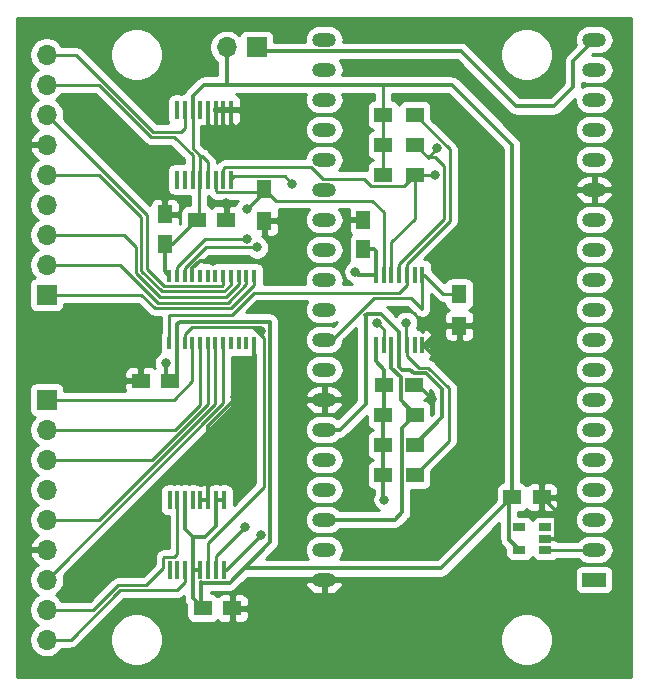
<source format=gbr>
%TF.GenerationSoftware,KiCad,Pcbnew,(5.1.9)-1*%
%TF.CreationDate,2021-06-26T09:10:02-04:00*%
%TF.ProjectId,AtariWiiWifi,41746172-6957-4696-9957-6966692e6b69,rev?*%
%TF.SameCoordinates,Original*%
%TF.FileFunction,Copper,L1,Top*%
%TF.FilePolarity,Positive*%
%FSLAX46Y46*%
G04 Gerber Fmt 4.6, Leading zero omitted, Abs format (unit mm)*
G04 Created by KiCad (PCBNEW (5.1.9)-1) date 2021-06-26 09:10:02*
%MOMM*%
%LPD*%
G01*
G04 APERTURE LIST*
%TA.AperFunction,ComponentPad*%
%ADD10O,2.000000X1.200000*%
%TD*%
%TA.AperFunction,ComponentPad*%
%ADD11R,2.000000X1.200000*%
%TD*%
%TA.AperFunction,ComponentPad*%
%ADD12R,1.700000X1.700000*%
%TD*%
%TA.AperFunction,ComponentPad*%
%ADD13O,1.700000X1.700000*%
%TD*%
%TA.AperFunction,SMDPad,CuDef*%
%ADD14R,1.250000X1.500000*%
%TD*%
%TA.AperFunction,SMDPad,CuDef*%
%ADD15R,1.300000X1.500000*%
%TD*%
%TA.AperFunction,SMDPad,CuDef*%
%ADD16R,1.500000X1.300000*%
%TD*%
%TA.AperFunction,SMDPad,CuDef*%
%ADD17R,0.400000X1.100000*%
%TD*%
%TA.AperFunction,SMDPad,CuDef*%
%ADD18R,0.450000X1.500000*%
%TD*%
%TA.AperFunction,SMDPad,CuDef*%
%ADD19R,1.500000X1.250000*%
%TD*%
%TA.AperFunction,SMDPad,CuDef*%
%ADD20R,1.060000X0.650000*%
%TD*%
%TA.AperFunction,SMDPad,CuDef*%
%ADD21R,0.450000X1.450000*%
%TD*%
%TA.AperFunction,ViaPad*%
%ADD22C,0.800000*%
%TD*%
%TA.AperFunction,Conductor*%
%ADD23C,0.228600*%
%TD*%
%TA.AperFunction,Conductor*%
%ADD24C,0.304800*%
%TD*%
%TA.AperFunction,Conductor*%
%ADD25C,0.254000*%
%TD*%
%TA.AperFunction,Conductor*%
%ADD26C,0.100000*%
%TD*%
G04 APERTURE END LIST*
D10*
%TO.P,U4,38*%
%TO.N,GND*%
X151130000Y-115570000D03*
D11*
%TO.P,U4,1*%
%TO.N,+3V3*%
X173990000Y-115570000D03*
D10*
%TO.P,U4,37*%
%TO.N,Net-(U4-Pad37)*%
X151130000Y-113030000D03*
%TO.P,U4,2*%
%TO.N,Net-(U4-Pad2)*%
X173990000Y-113030000D03*
%TO.P,U4,36*%
%TO.N,/SCL*%
X151130000Y-110490000D03*
%TO.P,U4,3*%
%TO.N,Net-(U4-Pad3)*%
X173990000Y-110490000D03*
%TO.P,U4,35*%
%TO.N,Net-(U4-Pad35)*%
X151130000Y-107950000D03*
%TO.P,U4,4*%
%TO.N,Net-(U4-Pad4)*%
X173990000Y-107950000D03*
%TO.P,U4,34*%
%TO.N,Net-(U4-Pad34)*%
X151130000Y-105410000D03*
%TO.P,U4,5*%
%TO.N,Net-(U4-Pad5)*%
X173990000Y-105410000D03*
%TO.P,U4,33*%
%TO.N,/SDA*%
X151130000Y-102870000D03*
%TO.P,U4,6*%
%TO.N,Net-(U4-Pad6)*%
X173990000Y-102870000D03*
%TO.P,U4,32*%
%TO.N,GND*%
X151130000Y-100330000D03*
%TO.P,U4,7*%
%TO.N,Net-(U4-Pad7)*%
X173990000Y-100330000D03*
%TO.P,U4,31*%
%TO.N,/INT*%
X151130000Y-97790000D03*
%TO.P,U4,8*%
%TO.N,Net-(U4-Pad8)*%
X173990000Y-97790000D03*
%TO.P,U4,30*%
%TO.N,Net-(R8-Pad1)*%
X151130000Y-95250000D03*
%TO.P,U4,9*%
%TO.N,Net-(U4-Pad9)*%
X173990000Y-95250000D03*
%TO.P,U4,29*%
%TO.N,Net-(U4-Pad29)*%
X151130000Y-92710000D03*
%TO.P,U4,10*%
%TO.N,Net-(U4-Pad10)*%
X173990000Y-92710000D03*
%TO.P,U4,28*%
%TO.N,Net-(U4-Pad28)*%
X151130000Y-90170000D03*
%TO.P,U4,11*%
%TO.N,Net-(U4-Pad11)*%
X173990000Y-90170000D03*
%TO.P,U4,27*%
%TO.N,Net-(U4-Pad27)*%
X151130000Y-87630000D03*
%TO.P,U4,12*%
%TO.N,Net-(U4-Pad12)*%
X173990000Y-87630000D03*
%TO.P,U4,26*%
%TO.N,Net-(U4-Pad26)*%
X151130000Y-85090000D03*
%TO.P,U4,13*%
%TO.N,Net-(U4-Pad13)*%
X173990000Y-85090000D03*
%TO.P,U4,25*%
%TO.N,Net-(U4-Pad25)*%
X151130000Y-82550000D03*
%TO.P,U4,14*%
%TO.N,GND*%
X173990000Y-82550000D03*
%TO.P,U4,24*%
%TO.N,Net-(U4-Pad24)*%
X151130000Y-80010000D03*
%TO.P,U4,15*%
%TO.N,Net-(U4-Pad15)*%
X173990000Y-80010000D03*
%TO.P,U4,23*%
%TO.N,Net-(U4-Pad23)*%
X151130000Y-77470000D03*
%TO.P,U4,16*%
%TO.N,Net-(U4-Pad16)*%
X173990000Y-77470000D03*
%TO.P,U4,22*%
%TO.N,Net-(U4-Pad22)*%
X151130000Y-74930000D03*
%TO.P,U4,17*%
%TO.N,Net-(U4-Pad17)*%
X173990000Y-74930000D03*
%TO.P,U4,21*%
%TO.N,Net-(U4-Pad21)*%
X151130000Y-72390000D03*
%TO.P,U4,18*%
%TO.N,Net-(U4-Pad18)*%
X173990000Y-72390000D03*
%TO.P,U4,20*%
%TO.N,Net-(U4-Pad20)*%
X151130000Y-69850000D03*
%TO.P,U4,19*%
%TO.N,Net-(J4-Pad1)*%
X173990000Y-69850000D03*
%TD*%
D12*
%TO.P,J2A1,1*%
%TO.N,/J2_UP*%
X127635000Y-91440000D03*
D13*
%TO.P,J2A1,2*%
%TO.N,/J2_TRIG*%
X127635000Y-88900000D03*
%TO.P,J2A1,3*%
%TO.N,/J2_DOWN*%
X127635000Y-86360000D03*
%TO.P,J2A1,4*%
%TO.N,+5V*%
X127635000Y-83820000D03*
%TO.P,J2A1,5*%
%TO.N,/J2_LEFT*%
X127635000Y-81280000D03*
%TO.P,J2A1,6*%
%TO.N,GND*%
X127635000Y-78740000D03*
%TO.P,J2A1,7*%
%TO.N,/J2_RIGHT*%
X127635000Y-76200000D03*
%TO.P,J2A1,8*%
%TO.N,/J2_PotA*%
X127635000Y-73660000D03*
%TO.P,J2A1,9*%
%TO.N,/J2_PotB*%
X127635000Y-71120000D03*
%TD*%
D14*
%TO.P,C1,2*%
%TO.N,GND*%
X137642600Y-84627400D03*
%TO.P,C1,1*%
%TO.N,+5V*%
X137642600Y-87127400D03*
%TD*%
D13*
%TO.P,J1A1,9*%
%TO.N,/J1_PotB*%
X127635000Y-120650000D03*
%TO.P,J1A1,8*%
%TO.N,/J1_PotA*%
X127635000Y-118110000D03*
%TO.P,J1A1,7*%
%TO.N,/J1_RIGHT*%
X127635000Y-115570000D03*
%TO.P,J1A1,6*%
%TO.N,GND*%
X127635000Y-113030000D03*
%TO.P,J1A1,5*%
%TO.N,/J1_LEFT*%
X127635000Y-110490000D03*
%TO.P,J1A1,4*%
%TO.N,+5V*%
X127635000Y-107950000D03*
%TO.P,J1A1,3*%
%TO.N,/J1_DOWN*%
X127635000Y-105410000D03*
%TO.P,J1A1,2*%
%TO.N,/J1_TRIG*%
X127635000Y-102870000D03*
D12*
%TO.P,J1A1,1*%
%TO.N,/J1_UP*%
X127635000Y-100330000D03*
%TD*%
D15*
%TO.P,R1,2*%
%TO.N,GND*%
X146050000Y-85170000D03*
%TO.P,R1,1*%
%TO.N,/READY*%
X146050000Y-82470000D03*
%TD*%
D16*
%TO.P,R2,1*%
%TO.N,+5V*%
X156130000Y-76200000D03*
%TO.P,R2,2*%
%TO.N,/INT_5*%
X158830000Y-76200000D03*
%TD*%
%TO.P,R3,2*%
%TO.N,/SCL*%
X158830000Y-101600000D03*
%TO.P,R3,1*%
%TO.N,+3V3*%
X156130000Y-101600000D03*
%TD*%
%TO.P,R4,1*%
%TO.N,+3V3*%
X156130000Y-104140000D03*
%TO.P,R4,2*%
%TO.N,/SDA*%
X158830000Y-104140000D03*
%TD*%
D17*
%TO.P,U1,24*%
%TO.N,+5V*%
X138030000Y-89860000D03*
%TO.P,U1,23*%
%TO.N,/SDA_5*%
X138680000Y-89860000D03*
%TO.P,U1,22*%
%TO.N,/SLC_5*%
X139330000Y-89860000D03*
%TO.P,U1,21*%
%TO.N,GND*%
X139980000Y-89860000D03*
%TO.P,U1,20*%
%TO.N,Net-(J3-Pad9)*%
X140630000Y-89860000D03*
%TO.P,U1,19*%
%TO.N,/J3_RIGHT*%
X141280000Y-89860000D03*
%TO.P,U1,18*%
%TO.N,/J3_LEFT*%
X141930000Y-89860000D03*
%TO.P,U1,17*%
%TO.N,/J2_RIGHT*%
X142580000Y-89860000D03*
%TO.P,U1,16*%
%TO.N,/J2_LEFT*%
X143230000Y-89860000D03*
%TO.P,U1,15*%
%TO.N,/J2_DOWN*%
X143880000Y-89860000D03*
%TO.P,U1,14*%
%TO.N,/J2_TRIG*%
X144530000Y-89860000D03*
%TO.P,U1,13*%
%TO.N,/J2_UP*%
X145180000Y-89860000D03*
%TO.P,U1,12*%
%TO.N,GND*%
X145180000Y-95560000D03*
%TO.P,U1,11*%
%TO.N,/J3_DOWN*%
X144530000Y-95560000D03*
%TO.P,U1,10*%
%TO.N,/J3_TRIG*%
X143880000Y-95560000D03*
%TO.P,U1,9*%
%TO.N,/J3_UP*%
X143230000Y-95560000D03*
%TO.P,U1,8*%
%TO.N,/J1_RIGHT*%
X142580000Y-95560000D03*
%TO.P,U1,7*%
%TO.N,/J1_LEFT*%
X141930000Y-95560000D03*
%TO.P,U1,6*%
%TO.N,/J1_DOWN*%
X141280000Y-95560000D03*
%TO.P,U1,5*%
%TO.N,/J1_TRIG*%
X140630000Y-95560000D03*
%TO.P,U1,4*%
%TO.N,/J1_UP*%
X139980000Y-95560000D03*
%TO.P,U1,3*%
%TO.N,/READY*%
X139330000Y-95560000D03*
%TO.P,U1,2*%
%TO.N,+5V*%
X138680000Y-95560000D03*
%TO.P,U1,1*%
%TO.N,/INT_5*%
X138030000Y-95560000D03*
%TD*%
D18*
%TO.P,U2,1*%
%TO.N,Net-(U2-Pad1)*%
X138695000Y-81690000D03*
%TO.P,U2,2*%
%TO.N,Net-(U2-Pad2)*%
X139345000Y-81690000D03*
%TO.P,U2,3*%
%TO.N,/J2_PotA*%
X139995000Y-81690000D03*
%TO.P,U2,4*%
%TO.N,+5V*%
X140645000Y-81690000D03*
%TO.P,U2,5*%
X141295000Y-81690000D03*
%TO.P,U2,6*%
%TO.N,/READY*%
X141945000Y-81690000D03*
%TO.P,U2,7*%
%TO.N,/SLC_5*%
X142595000Y-81690000D03*
%TO.P,U2,8*%
%TO.N,/SDA_5*%
X143245000Y-81690000D03*
%TO.P,U2,9*%
%TO.N,GND*%
X143245000Y-75790000D03*
%TO.P,U2,10*%
X142595000Y-75790000D03*
%TO.P,U2,11*%
X141945000Y-75790000D03*
%TO.P,U2,12*%
X141295000Y-75790000D03*
%TO.P,U2,13*%
%TO.N,Net-(U2-Pad13)*%
X140645000Y-75790000D03*
%TO.P,U2,14*%
%TO.N,+5V*%
X139995000Y-75790000D03*
%TO.P,U2,15*%
%TO.N,/J2_PotB*%
X139345000Y-75790000D03*
%TO.P,U2,16*%
%TO.N,Net-(U2-Pad16)*%
X138695000Y-75790000D03*
%TD*%
%TO.P,U3,16*%
%TO.N,Net-(U3-Pad16)*%
X138060000Y-108810000D03*
%TO.P,U3,15*%
%TO.N,/J1_PotA*%
X138710000Y-108810000D03*
%TO.P,U3,14*%
%TO.N,+5V*%
X139360000Y-108810000D03*
%TO.P,U3,13*%
%TO.N,Net-(U3-Pad13)*%
X140010000Y-108810000D03*
%TO.P,U3,12*%
%TO.N,GND*%
X140660000Y-108810000D03*
%TO.P,U3,11*%
X141310000Y-108810000D03*
%TO.P,U3,10*%
%TO.N,+5V*%
X141960000Y-108810000D03*
%TO.P,U3,9*%
X142610000Y-108810000D03*
%TO.P,U3,8*%
%TO.N,/SDA_5*%
X142610000Y-114710000D03*
%TO.P,U3,7*%
%TO.N,/SLC_5*%
X141960000Y-114710000D03*
%TO.P,U3,6*%
%TO.N,/READY*%
X141310000Y-114710000D03*
%TO.P,U3,5*%
%TO.N,+5V*%
X140660000Y-114710000D03*
%TO.P,U3,4*%
X140010000Y-114710000D03*
%TO.P,U3,3*%
%TO.N,/J1_PotB*%
X139360000Y-114710000D03*
%TO.P,U3,2*%
%TO.N,Net-(U3-Pad2)*%
X138710000Y-114710000D03*
%TO.P,U3,1*%
%TO.N,Net-(U3-Pad1)*%
X138060000Y-114710000D03*
%TD*%
D19*
%TO.P,C2,1*%
%TO.N,+5V*%
X140863000Y-117983000D03*
%TO.P,C2,2*%
%TO.N,GND*%
X143363000Y-117983000D03*
%TD*%
%TO.P,C3,2*%
%TO.N,GND*%
X135605200Y-98729800D03*
%TO.P,C3,1*%
%TO.N,+5V*%
X138105200Y-98729800D03*
%TD*%
%TO.P,C4,1*%
%TO.N,+5V*%
X140355000Y-85090000D03*
%TO.P,C4,2*%
%TO.N,GND*%
X142855000Y-85090000D03*
%TD*%
%TO.P,C5,1*%
%TO.N,+3V3*%
X156230000Y-99060000D03*
%TO.P,C5,2*%
%TO.N,GND*%
X158730000Y-99060000D03*
%TD*%
%TO.P,C6,2*%
%TO.N,GND*%
X169545000Y-108585000D03*
%TO.P,C6,1*%
%TO.N,+5V*%
X167045000Y-108585000D03*
%TD*%
D13*
%TO.P,J4,2*%
%TO.N,+5V*%
X142875000Y-70485000D03*
D12*
%TO.P,J4,1*%
%TO.N,Net-(J4-Pad1)*%
X145415000Y-70485000D03*
%TD*%
D16*
%TO.P,R5,2*%
%TO.N,+5V*%
X156130000Y-78740000D03*
%TO.P,R5,1*%
%TO.N,/SDA_5*%
X158830000Y-78740000D03*
%TD*%
%TO.P,R6,1*%
%TO.N,+5V*%
X156130000Y-81280000D03*
%TO.P,R6,2*%
%TO.N,/SLC_5*%
X158830000Y-81280000D03*
%TD*%
%TO.P,R7,2*%
%TO.N,/INT*%
X158830000Y-106680000D03*
%TO.P,R7,1*%
%TO.N,+3V3*%
X156130000Y-106680000D03*
%TD*%
D15*
%TO.P,R8,1*%
%TO.N,Net-(R8-Pad1)*%
X162560000Y-91360000D03*
%TO.P,R8,2*%
%TO.N,GND*%
X162560000Y-94060000D03*
%TD*%
D20*
%TO.P,U5,5*%
%TO.N,+5V*%
X167640000Y-113030000D03*
%TO.P,U5,4*%
%TO.N,Net-(U5-Pad4)*%
X167640000Y-111130000D03*
%TO.P,U5,3*%
%TO.N,Net-(U5-Pad3)*%
X169840000Y-111130000D03*
%TO.P,U5,2*%
%TO.N,GND*%
X169840000Y-112080000D03*
%TO.P,U5,1*%
%TO.N,Net-(U4-Pad2)*%
X169840000Y-113030000D03*
%TD*%
D21*
%TO.P,U6,14*%
%TO.N,+5V*%
X155530000Y-89760000D03*
%TO.P,U6,13*%
%TO.N,/READY*%
X156180000Y-89760000D03*
%TO.P,U6,12*%
%TO.N,/SLC_5*%
X156830000Y-89760000D03*
%TO.P,U6,11*%
%TO.N,/SDA_5*%
X157480000Y-89760000D03*
%TO.P,U6,10*%
%TO.N,/INT_5*%
X158130000Y-89760000D03*
%TO.P,U6,9*%
%TO.N,Net-(U6-Pad9)*%
X158780000Y-89760000D03*
%TO.P,U6,8*%
%TO.N,Net-(R8-Pad1)*%
X159430000Y-89760000D03*
%TO.P,U6,7*%
%TO.N,GND*%
X159430000Y-95660000D03*
%TO.P,U6,6*%
%TO.N,Net-(U6-Pad6)*%
X158780000Y-95660000D03*
%TO.P,U6,5*%
%TO.N,/INT*%
X158130000Y-95660000D03*
%TO.P,U6,4*%
%TO.N,/SDA*%
X157480000Y-95660000D03*
%TO.P,U6,3*%
%TO.N,/SCL*%
X156830000Y-95660000D03*
%TO.P,U6,2*%
%TO.N,Net-(U4-Pad37)*%
X156180000Y-95660000D03*
%TO.P,U6,1*%
%TO.N,+3V3*%
X155530000Y-95660000D03*
%TD*%
D14*
%TO.P,C7,2*%
%TO.N,GND*%
X154457400Y-85084600D03*
%TO.P,C7,1*%
%TO.N,+5V*%
X154457400Y-87584600D03*
%TD*%
D22*
%TO.N,GND*%
X142849600Y-83642200D03*
X162255200Y-98399600D03*
X169595800Y-105968800D03*
X141706600Y-88544400D03*
X143611600Y-100101400D03*
X160299400Y-100253800D03*
X142240000Y-78282800D03*
X135966200Y-80899000D03*
%TO.N,+3V3*%
X156235400Y-108788200D03*
%TO.N,Net-(U4-Pad37)*%
X155600400Y-93802200D03*
%TO.N,/INT*%
X158064200Y-93827600D03*
%TO.N,+5V*%
X137744200Y-97231200D03*
X153771600Y-89509600D03*
%TO.N,/READY*%
X144576800Y-84201000D03*
X145777000Y-94481600D03*
%TO.N,/SDA_5*%
X148437600Y-82042000D03*
X160670250Y-79054950D03*
X144576800Y-86709300D03*
X145745200Y-111785400D03*
%TO.N,/SLC_5*%
X160477200Y-81280000D03*
X145440400Y-87426800D03*
X144449800Y-111099600D03*
%TD*%
D23*
%TO.N,/J1_UP*%
X139980000Y-98754600D02*
X139980000Y-95560000D01*
X138404600Y-100330000D02*
X139980000Y-98754600D01*
X127635000Y-100330000D02*
X138404600Y-100330000D01*
%TO.N,/J1_DOWN*%
X141280000Y-95560000D02*
X141280000Y-100703660D01*
X136573660Y-105410000D02*
X127635000Y-105410000D01*
X141280000Y-100703660D02*
X136573660Y-105410000D01*
%TO.N,/J1_LEFT*%
X132104330Y-110490000D02*
X127635000Y-110490000D01*
X141930000Y-100664330D02*
X132104330Y-110490000D01*
X141930000Y-95560000D02*
X141930000Y-100664330D01*
%TO.N,/J1_RIGHT*%
X142580000Y-100625000D02*
X142580000Y-95560000D01*
X127635000Y-115570000D02*
X142580000Y-100625000D01*
%TO.N,/J1_PotB*%
X127635000Y-120650000D02*
X129667000Y-120650000D01*
X129667000Y-120650000D02*
X133858000Y-116459000D01*
X139360000Y-115783000D02*
X139360000Y-114710000D01*
X138684000Y-116459000D02*
X139360000Y-115783000D01*
X133858000Y-116459000D02*
X138684000Y-116459000D01*
%TO.N,/J1_TRIG*%
X140630000Y-95560000D02*
X140630000Y-100742990D01*
X138502990Y-102870000D02*
X127635000Y-102870000D01*
X140630000Y-100742990D02*
X138502990Y-102870000D01*
D24*
%TO.N,GND*%
X159430000Y-95660000D02*
X159610000Y-95660000D01*
X161210000Y-94060000D02*
X162560000Y-94060000D01*
X159610000Y-95660000D02*
X161210000Y-94060000D01*
X141295000Y-75790000D02*
X141295000Y-77160000D01*
X141295000Y-77160000D02*
X141478000Y-77343000D01*
X143256000Y-75801000D02*
X143245000Y-75790000D01*
X143256000Y-77343000D02*
X143256000Y-75801000D01*
X142595000Y-77317000D02*
X142621000Y-77343000D01*
X142595000Y-75790000D02*
X142595000Y-77317000D01*
X142621000Y-77343000D02*
X143256000Y-77343000D01*
X141945000Y-77302000D02*
X141986000Y-77343000D01*
X141945000Y-75790000D02*
X141945000Y-77302000D01*
X141478000Y-77343000D02*
X141986000Y-77343000D01*
X140660000Y-108810000D02*
X141310000Y-108810000D01*
X142855000Y-83647600D02*
X142849600Y-83642200D01*
X142855000Y-85090000D02*
X142855000Y-83647600D01*
X162560000Y-98094800D02*
X162255200Y-98399600D01*
X162560000Y-94060000D02*
X162560000Y-98094800D01*
X169595800Y-105968800D02*
X169595800Y-83413600D01*
X170459400Y-82550000D02*
X173990000Y-82550000D01*
X169595800Y-83413600D02*
X170459400Y-82550000D01*
X140638650Y-88544400D02*
X141706600Y-88544400D01*
X139980000Y-89203050D02*
X140638650Y-88544400D01*
X139980000Y-89860000D02*
X139980000Y-89203050D01*
X145180000Y-98533000D02*
X143611600Y-100101400D01*
X145180000Y-95560000D02*
X145180000Y-98533000D01*
X143611600Y-100257952D02*
X143611600Y-100101400D01*
X141310000Y-102559552D02*
X143611600Y-100257952D01*
X141310000Y-108810000D02*
X141310000Y-102559552D01*
X159515600Y-95660000D02*
X162255200Y-98399600D01*
X159430000Y-95660000D02*
X159515600Y-95660000D01*
X159105600Y-99060000D02*
X160299400Y-100253800D01*
X158730000Y-99060000D02*
X159105600Y-99060000D01*
X142240000Y-77368400D02*
X142265400Y-77343000D01*
X142240000Y-78282800D02*
X142240000Y-77368400D01*
X142265400Y-77343000D02*
X142621000Y-77343000D01*
X141986000Y-77343000D02*
X142265400Y-77343000D01*
X170725601Y-109765601D02*
X169545000Y-108585000D01*
X170725601Y-112029199D02*
X170725601Y-109765601D01*
X170674800Y-112080000D02*
X170725601Y-112029199D01*
X169840000Y-112080000D02*
X170674800Y-112080000D01*
X169545000Y-106019600D02*
X169595800Y-105968800D01*
X169545000Y-108585000D02*
X169545000Y-106019600D01*
X137642600Y-82575400D02*
X135966200Y-80899000D01*
X137642600Y-84627400D02*
X137642600Y-82575400D01*
D23*
%TO.N,/J1_PotA*%
X138710000Y-109788600D02*
X138710000Y-108810000D01*
X138710000Y-113385000D02*
X138710000Y-109788600D01*
X138452501Y-113642499D02*
X138710000Y-113385000D01*
X137580999Y-113642499D02*
X138452501Y-113642499D01*
X137517499Y-114577501D02*
X137517499Y-113705999D01*
X136067810Y-116027190D02*
X137517499Y-114577501D01*
X133679139Y-116027190D02*
X136067810Y-116027190D01*
X137517499Y-113705999D02*
X137580999Y-113642499D01*
X131596330Y-118110000D02*
X133679139Y-116027190D01*
X127635000Y-118110000D02*
X131596330Y-118110000D01*
%TO.N,/J2_PotA*%
X138428940Y-78079610D02*
X136448810Y-78079610D01*
X139995000Y-79645670D02*
X138428940Y-78079610D01*
X139995000Y-81690000D02*
X139995000Y-79645670D01*
X132029200Y-73660000D02*
X127635000Y-73660000D01*
X136448810Y-78079610D02*
X132029200Y-73660000D01*
%TO.N,/J2_TRIG*%
X133832600Y-88900000D02*
X127635000Y-88900000D01*
X137033000Y-92100400D02*
X133832600Y-88900000D01*
X142961102Y-92100400D02*
X137033000Y-92100400D01*
X144530000Y-90531502D02*
X142961102Y-92100400D01*
X144530000Y-89860000D02*
X144530000Y-90531502D01*
%TO.N,/J2_PotB*%
X127635000Y-71120000D02*
X130124200Y-71120000D01*
X130124200Y-71120000D02*
X136652000Y-77647800D01*
X138383702Y-77647800D02*
X138409102Y-77622400D01*
X136652000Y-77647800D02*
X138383702Y-77647800D01*
X138409102Y-77622400D02*
X139039600Y-77622400D01*
X139345000Y-77317000D02*
X139345000Y-75790000D01*
X139039600Y-77622400D02*
X139345000Y-77317000D01*
%TO.N,/J2_RIGHT*%
X127635000Y-76200000D02*
X136093200Y-84658200D01*
X142580000Y-90638600D02*
X142580000Y-89860000D01*
X142491099Y-90727501D02*
X142580000Y-90638600D01*
X137575999Y-90727501D02*
X142491099Y-90727501D01*
X136093200Y-89244702D02*
X137575999Y-90727501D01*
X136093200Y-84658200D02*
X136093200Y-89244702D01*
%TO.N,/J2_LEFT*%
X137397138Y-91159311D02*
X135661390Y-89423563D01*
X142669960Y-91159311D02*
X137397138Y-91159311D01*
X143230000Y-90599271D02*
X142669960Y-91159311D01*
X143230000Y-89860000D02*
X143230000Y-90599271D01*
X135661390Y-89423563D02*
X135661390Y-84837060D01*
X132104330Y-81280000D02*
X127635000Y-81280000D01*
X135661390Y-84837060D02*
X132104330Y-81280000D01*
%TO.N,/J2_DOWN*%
X137218277Y-91591121D02*
X135229580Y-89602424D01*
X142848821Y-91591121D02*
X137218277Y-91591121D01*
X143880000Y-90559941D02*
X142848821Y-91591121D01*
X143880000Y-89860000D02*
X143880000Y-90559941D01*
X135229580Y-89602424D02*
X135229580Y-87375980D01*
X134213600Y-86360000D02*
X127635000Y-86360000D01*
X135229580Y-87375980D02*
X134213600Y-86360000D01*
%TO.N,/J2_UP*%
X145180000Y-90638600D02*
X145180000Y-89860000D01*
X143235600Y-92583000D02*
X145180000Y-90638600D01*
X143235600Y-92583000D02*
X136804400Y-92583000D01*
X135661400Y-91440000D02*
X127635000Y-91440000D01*
X136804400Y-92583000D02*
X135661400Y-91440000D01*
D24*
%TO.N,+3V3*%
X155530000Y-95660000D02*
X155530000Y-97084600D01*
X156230000Y-97784600D02*
X156230000Y-99060000D01*
X155530000Y-97084600D02*
X156230000Y-97784600D01*
X156230000Y-101500000D02*
X156130000Y-101600000D01*
X156230000Y-99060000D02*
X156230000Y-101500000D01*
X156130000Y-101600000D02*
X156130000Y-104695000D01*
X156130000Y-108682800D02*
X156235400Y-108788200D01*
X156130000Y-106680000D02*
X156130000Y-108682800D01*
X156130000Y-106680000D02*
X156130000Y-104140000D01*
%TO.N,/SDA*%
X152434800Y-102870000D02*
X154635200Y-100669600D01*
X151130000Y-102870000D02*
X152434800Y-102870000D01*
X154635200Y-100669600D02*
X154635200Y-93218000D01*
X154597110Y-93179910D02*
X154635200Y-93218000D01*
X157480000Y-94563510D02*
X157480000Y-95660000D01*
X155963089Y-93046599D02*
X157480000Y-94563510D01*
X154730421Y-93046599D02*
X155963089Y-93046599D01*
X154597110Y-93179910D02*
X154730421Y-93046599D01*
D23*
%TO.N,Net-(U4-Pad37)*%
X156180000Y-94381800D02*
X156180000Y-95660000D01*
X155600400Y-93802200D02*
X156180000Y-94381800D01*
%TO.N,Net-(U4-Pad2)*%
X169840000Y-113030000D02*
X173990000Y-113030000D01*
%TO.N,+5V*%
X166792499Y-112182499D02*
X167640000Y-113030000D01*
X156130000Y-73740000D02*
X156130000Y-76200000D01*
X156130000Y-81280000D02*
X156130000Y-78740000D01*
X156130000Y-78740000D02*
X156130000Y-76200000D01*
X156050000Y-73660000D02*
X140970000Y-73660000D01*
X156130000Y-73740000D02*
X156050000Y-73660000D01*
X156210000Y-73660000D02*
X156130000Y-73740000D01*
X161925000Y-73660000D02*
X156210000Y-73660000D01*
X139995000Y-75790000D02*
X139995000Y-79035000D01*
X140645000Y-79685000D02*
X140645000Y-81690000D01*
X139995000Y-79035000D02*
X140645000Y-79685000D01*
X140645000Y-79685000D02*
X140772000Y-79685000D01*
X141295000Y-80208000D02*
X141295000Y-81690000D01*
X140772000Y-79685000D02*
X141295000Y-80208000D01*
X140537501Y-84907499D02*
X140355000Y-85090000D01*
X140537501Y-82474499D02*
X140537501Y-84907499D01*
X140645000Y-82367000D02*
X140537501Y-82474499D01*
X140645000Y-81690000D02*
X140645000Y-82367000D01*
D24*
X140010000Y-117130000D02*
X140863000Y-117983000D01*
X140010000Y-114710000D02*
X140010000Y-117130000D01*
X140010000Y-114710000D02*
X140660000Y-114710000D01*
X139360000Y-111293000D02*
X140010000Y-111943000D01*
X139360000Y-108810000D02*
X139360000Y-111293000D01*
X140010000Y-114710000D02*
X140010000Y-111943000D01*
X141960000Y-108810000D02*
X142610000Y-108810000D01*
X140010000Y-111943000D02*
X141015600Y-111943000D01*
X141960000Y-110998600D02*
X141960000Y-108810000D01*
X141015600Y-111943000D02*
X141960000Y-110998600D01*
X166754399Y-112144399D02*
X166792499Y-112182499D01*
X166754399Y-108875601D02*
X166754399Y-112144399D01*
X167045000Y-108585000D02*
X166754399Y-108875601D01*
X166754399Y-112144399D02*
X167640000Y-113030000D01*
X167045000Y-108585000D02*
X167045000Y-78780000D01*
X167045000Y-78780000D02*
X161925000Y-73660000D01*
X161925000Y-73660000D02*
X140970000Y-73660000D01*
X140970000Y-73660000D02*
X139995000Y-74635000D01*
X139995000Y-75790000D02*
X139995000Y-74635000D01*
X142875000Y-70485000D02*
X142875000Y-73660000D01*
D23*
%TO.N,/READY*%
X156180000Y-89760000D02*
X156180000Y-84425000D01*
X147047510Y-83467510D02*
X146050000Y-82470000D01*
X155222510Y-83467510D02*
X147047510Y-83467510D01*
X156180000Y-84425000D02*
X155222510Y-83467510D01*
X145762499Y-82757501D02*
X146050000Y-82470000D01*
X142033901Y-82757501D02*
X145762499Y-82757501D01*
X141945000Y-82668600D02*
X142033901Y-82757501D01*
X141945000Y-81690000D02*
X141945000Y-82668600D01*
%TO.N,/INT_5*%
X157499312Y-91262190D02*
X145167080Y-91262190D01*
X158130000Y-90631502D02*
X157499312Y-91262190D01*
X145167080Y-91262190D02*
X143312870Y-93116400D01*
X158130000Y-89760000D02*
X158130000Y-90631502D01*
X143312870Y-93116400D02*
X138074400Y-93116400D01*
X138030000Y-93160800D02*
X138030000Y-95560000D01*
X138074400Y-93116400D02*
X138030000Y-93160800D01*
%TO.N,/SLC_5*%
X158830000Y-81280000D02*
X158830000Y-85010000D01*
X156830000Y-87010000D02*
X156830000Y-89760000D01*
X158830000Y-85010000D02*
X156830000Y-87010000D01*
%TO.N,/INT*%
X158130000Y-95660000D02*
X158130000Y-95641400D01*
X158064200Y-95594200D02*
X158130000Y-95660000D01*
X158064200Y-93827600D02*
X158064200Y-95594200D01*
%TO.N,/SCL*%
X158830000Y-101600000D02*
X158830000Y-101553000D01*
D24*
X158830000Y-101600000D02*
X158750000Y-101600000D01*
X157624399Y-100394399D02*
X158830000Y-101600000D01*
X156830000Y-97644918D02*
X157624399Y-98439317D01*
X157624399Y-98439317D02*
X157624399Y-100394399D01*
X156830000Y-95660000D02*
X156830000Y-97644918D01*
X157724399Y-102705601D02*
X158830000Y-101600000D01*
X157724399Y-109864601D02*
X157724399Y-102705601D01*
X157099000Y-110490000D02*
X157724399Y-109864601D01*
X151130000Y-110490000D02*
X157099000Y-110490000D01*
%TO.N,/SDA*%
X158425683Y-97790000D02*
X157693518Y-97790000D01*
X158715082Y-98079399D02*
X158425683Y-97790000D01*
X159764481Y-98079399D02*
X158715082Y-98079399D01*
X161137600Y-99452518D02*
X159764481Y-98079399D01*
X157480000Y-97576482D02*
X157480000Y-95660000D01*
X157693518Y-97790000D02*
X157480000Y-97576482D01*
X161137600Y-101832400D02*
X161137600Y-99452518D01*
X158830000Y-104140000D02*
X161137600Y-101832400D01*
%TO.N,+5V*%
X138317600Y-87127400D02*
X140355000Y-85090000D01*
X137642600Y-87127400D02*
X138317600Y-87127400D01*
X137642600Y-89472600D02*
X138030000Y-89860000D01*
X137642600Y-87127400D02*
X137642600Y-89472600D01*
X138680000Y-98155000D02*
X138105200Y-98729800D01*
X138680000Y-95560000D02*
X138680000Y-98155000D01*
X137744200Y-98368800D02*
X138105200Y-98729800D01*
X137744200Y-97231200D02*
X137744200Y-98368800D01*
X140800519Y-115815601D02*
X143119481Y-115815601D01*
X140729399Y-117849399D02*
X140729399Y-115744481D01*
X140729399Y-115744481D02*
X140800519Y-115815601D01*
X140863000Y-117983000D02*
X140729399Y-117849399D01*
X155530000Y-89760000D02*
X154022000Y-89760000D01*
X154022000Y-89760000D02*
X153771600Y-89509600D01*
X154457400Y-87584600D02*
X155366400Y-87584600D01*
X155530000Y-87748200D02*
X155530000Y-89760000D01*
X155366400Y-87584600D02*
X155530000Y-87748200D01*
X161015610Y-114614390D02*
X167045000Y-108585000D01*
X144320692Y-114614390D02*
X161015610Y-114614390D01*
X143119481Y-115815601D02*
X144320692Y-114614390D01*
X138680000Y-93933200D02*
X138680000Y-95560000D01*
X138887200Y-93726000D02*
X138680000Y-93933200D01*
X146532600Y-93726000D02*
X138887200Y-93726000D01*
X146532600Y-112402482D02*
X146532600Y-93726000D01*
X143119481Y-115815601D02*
X146532600Y-112402482D01*
%TO.N,Net-(J4-Pad1)*%
X145735610Y-70805610D02*
X162702810Y-70805610D01*
X145415000Y-70485000D02*
X145735610Y-70805610D01*
X162702810Y-70805610D02*
X167386000Y-75488800D01*
X167386000Y-75488800D02*
X170586400Y-75488800D01*
X170586400Y-75488800D02*
X172212000Y-73863200D01*
X172212000Y-71628000D02*
X173990000Y-69850000D01*
X172212000Y-73863200D02*
X172212000Y-71628000D01*
D23*
%TO.N,/READY*%
X141310000Y-112461400D02*
X141310000Y-114710000D01*
X146062690Y-107708710D02*
X141310000Y-112461400D01*
X146062690Y-95139842D02*
X146062690Y-107708710D01*
X145118758Y-94195910D02*
X146062690Y-95139842D01*
X139915490Y-94195910D02*
X145118758Y-94195910D01*
X139330000Y-94781400D02*
X139915490Y-94195910D01*
X139330000Y-95560000D02*
X139330000Y-94781400D01*
X146050000Y-82727800D02*
X144576800Y-84201000D01*
X146050000Y-82470000D02*
X146050000Y-82727800D01*
X145491310Y-94195910D02*
X145777000Y-94481600D01*
X145118758Y-94195910D02*
X145491310Y-94195910D01*
%TO.N,/INT_5*%
X161772600Y-79142600D02*
X158830000Y-76200000D01*
X158130000Y-88806400D02*
X161772600Y-85163800D01*
X161772600Y-85163800D02*
X161772600Y-79142600D01*
X158130000Y-89760000D02*
X158130000Y-88806400D01*
%TO.N,/SDA_5*%
X147798099Y-81402499D02*
X148437600Y-82042000D01*
X143532501Y-81402499D02*
X147798099Y-81402499D01*
X143245000Y-81690000D02*
X143532501Y-81402499D01*
X160670250Y-79054950D02*
X159897501Y-79827699D01*
X159897501Y-79807501D02*
X158830000Y-78740000D01*
X160554101Y-79807501D02*
X159897501Y-79807501D01*
X161264600Y-80518000D02*
X160554101Y-79807501D01*
X161264600Y-85021800D02*
X161264600Y-80518000D01*
X157480000Y-88806400D02*
X161264600Y-85021800D01*
X157480000Y-89760000D02*
X157480000Y-88806400D01*
X141052100Y-86709300D02*
X144576800Y-86709300D01*
X138680000Y-89081400D02*
X141052100Y-86709300D01*
X138680000Y-89860000D02*
X138680000Y-89081400D01*
X142820600Y-114710000D02*
X145745200Y-111785400D01*
X142610000Y-114710000D02*
X142820600Y-114710000D01*
%TO.N,/SLC_5*%
X154510988Y-81632490D02*
X155125999Y-82247501D01*
X157862499Y-82247501D02*
X158830000Y-81280000D01*
X155125999Y-82247501D02*
X157862499Y-82247501D01*
X151054935Y-81632490D02*
X154510988Y-81632490D01*
X150044944Y-80622499D02*
X151054935Y-81632490D01*
X142765999Y-80622499D02*
X150044944Y-80622499D01*
X142595000Y-80793498D02*
X142765999Y-80622499D01*
X142595000Y-81690000D02*
X142595000Y-80793498D01*
X158830000Y-81280000D02*
X160477200Y-81280000D01*
X139330000Y-89188498D02*
X139330000Y-89860000D01*
X141091698Y-87426800D02*
X139330000Y-89188498D01*
X145440400Y-87426800D02*
X141091698Y-87426800D01*
X141960000Y-113589400D02*
X144449800Y-111099600D01*
X141960000Y-114710000D02*
X141960000Y-113589400D01*
%TO.N,/INT*%
X161696400Y-103813600D02*
X158830000Y-106680000D01*
X161696400Y-99346765D02*
X161696400Y-103813600D01*
X159959124Y-97609489D02*
X161696400Y-99346765D01*
X159125889Y-97609489D02*
X159959124Y-97609489D01*
X158130000Y-96613600D02*
X159125889Y-97609489D01*
X158130000Y-95660000D02*
X158130000Y-96613600D01*
%TO.N,Net-(R8-Pad1)*%
X159430000Y-89760000D02*
X159610000Y-89760000D01*
X161210000Y-91360000D02*
X162560000Y-91360000D01*
X159610000Y-89760000D02*
X161210000Y-91360000D01*
X159430000Y-92665000D02*
X159430000Y-89760000D01*
X158459000Y-91694000D02*
X159430000Y-92665000D01*
X155321000Y-91694000D02*
X158459000Y-91694000D01*
X151765000Y-95250000D02*
X155321000Y-91694000D01*
X151130000Y-95250000D02*
X151765000Y-95250000D01*
%TD*%
D25*
%TO.N,GND*%
X177140000Y-123800000D02*
X125120000Y-123800000D01*
X125120000Y-98104800D01*
X134217128Y-98104800D01*
X134220200Y-98444050D01*
X134378950Y-98602800D01*
X135478200Y-98602800D01*
X135478200Y-97628550D01*
X135319450Y-97469800D01*
X134855200Y-97466728D01*
X134730718Y-97478988D01*
X134611020Y-97515298D01*
X134500706Y-97574263D01*
X134404015Y-97653615D01*
X134324663Y-97750306D01*
X134265698Y-97860620D01*
X134229388Y-97980318D01*
X134217128Y-98104800D01*
X125120000Y-98104800D01*
X125120000Y-90590000D01*
X126146928Y-90590000D01*
X126146928Y-92290000D01*
X126159188Y-92414482D01*
X126195498Y-92534180D01*
X126254463Y-92644494D01*
X126333815Y-92741185D01*
X126430506Y-92820537D01*
X126540820Y-92879502D01*
X126660518Y-92915812D01*
X126785000Y-92928072D01*
X128485000Y-92928072D01*
X128609482Y-92915812D01*
X128729180Y-92879502D01*
X128839494Y-92820537D01*
X128936185Y-92741185D01*
X129015537Y-92644494D01*
X129074502Y-92534180D01*
X129110812Y-92414482D01*
X129123072Y-92290000D01*
X129123072Y-92189300D01*
X135351031Y-92189300D01*
X136248541Y-93086811D01*
X136272002Y-93115398D01*
X136300588Y-93138858D01*
X136300590Y-93138860D01*
X136386096Y-93209034D01*
X136431438Y-93233270D01*
X136516268Y-93278612D01*
X136657512Y-93321458D01*
X136767594Y-93332300D01*
X136767603Y-93332300D01*
X136804399Y-93335924D01*
X136841195Y-93332300D01*
X137280700Y-93332300D01*
X137280701Y-94690607D01*
X137240498Y-94765820D01*
X137204188Y-94885518D01*
X137191928Y-95010000D01*
X137191928Y-96110000D01*
X137204188Y-96234482D01*
X137232628Y-96328238D01*
X137084426Y-96427263D01*
X136940263Y-96571426D01*
X136826995Y-96740944D01*
X136748974Y-96929302D01*
X136709200Y-97129261D01*
X136709200Y-97333139D01*
X136748974Y-97533098D01*
X136795036Y-97644301D01*
X136709694Y-97574263D01*
X136599380Y-97515298D01*
X136479682Y-97478988D01*
X136355200Y-97466728D01*
X135890950Y-97469800D01*
X135732200Y-97628550D01*
X135732200Y-98602800D01*
X135752200Y-98602800D01*
X135752200Y-98856800D01*
X135732200Y-98856800D01*
X135732200Y-98876800D01*
X135478200Y-98876800D01*
X135478200Y-98856800D01*
X134378950Y-98856800D01*
X134220200Y-99015550D01*
X134217128Y-99354800D01*
X134229388Y-99479282D01*
X134260153Y-99580700D01*
X129123072Y-99580700D01*
X129123072Y-99480000D01*
X129110812Y-99355518D01*
X129074502Y-99235820D01*
X129015537Y-99125506D01*
X128936185Y-99028815D01*
X128839494Y-98949463D01*
X128729180Y-98890498D01*
X128609482Y-98854188D01*
X128485000Y-98841928D01*
X126785000Y-98841928D01*
X126660518Y-98854188D01*
X126540820Y-98890498D01*
X126430506Y-98949463D01*
X126333815Y-99028815D01*
X126254463Y-99125506D01*
X126195498Y-99235820D01*
X126159188Y-99355518D01*
X126146928Y-99480000D01*
X126146928Y-101180000D01*
X126159188Y-101304482D01*
X126195498Y-101424180D01*
X126254463Y-101534494D01*
X126333815Y-101631185D01*
X126430506Y-101710537D01*
X126540820Y-101769502D01*
X126613380Y-101791513D01*
X126481525Y-101923368D01*
X126319010Y-102166589D01*
X126207068Y-102436842D01*
X126150000Y-102723740D01*
X126150000Y-103016260D01*
X126207068Y-103303158D01*
X126319010Y-103573411D01*
X126481525Y-103816632D01*
X126688368Y-104023475D01*
X126862760Y-104140000D01*
X126688368Y-104256525D01*
X126481525Y-104463368D01*
X126319010Y-104706589D01*
X126207068Y-104976842D01*
X126150000Y-105263740D01*
X126150000Y-105556260D01*
X126207068Y-105843158D01*
X126319010Y-106113411D01*
X126481525Y-106356632D01*
X126688368Y-106563475D01*
X126862760Y-106680000D01*
X126688368Y-106796525D01*
X126481525Y-107003368D01*
X126319010Y-107246589D01*
X126207068Y-107516842D01*
X126150000Y-107803740D01*
X126150000Y-108096260D01*
X126207068Y-108383158D01*
X126319010Y-108653411D01*
X126481525Y-108896632D01*
X126688368Y-109103475D01*
X126862760Y-109220000D01*
X126688368Y-109336525D01*
X126481525Y-109543368D01*
X126319010Y-109786589D01*
X126207068Y-110056842D01*
X126150000Y-110343740D01*
X126150000Y-110636260D01*
X126207068Y-110923158D01*
X126319010Y-111193411D01*
X126481525Y-111436632D01*
X126688368Y-111643475D01*
X126870534Y-111765195D01*
X126753645Y-111834822D01*
X126537412Y-112029731D01*
X126363359Y-112263080D01*
X126238175Y-112525901D01*
X126193524Y-112673110D01*
X126314845Y-112903000D01*
X127508000Y-112903000D01*
X127508000Y-112883000D01*
X127762000Y-112883000D01*
X127762000Y-112903000D01*
X127782000Y-112903000D01*
X127782000Y-113157000D01*
X127762000Y-113157000D01*
X127762000Y-113177000D01*
X127508000Y-113177000D01*
X127508000Y-113157000D01*
X126314845Y-113157000D01*
X126193524Y-113386890D01*
X126238175Y-113534099D01*
X126363359Y-113796920D01*
X126537412Y-114030269D01*
X126753645Y-114225178D01*
X126870534Y-114294805D01*
X126688368Y-114416525D01*
X126481525Y-114623368D01*
X126319010Y-114866589D01*
X126207068Y-115136842D01*
X126150000Y-115423740D01*
X126150000Y-115716260D01*
X126207068Y-116003158D01*
X126319010Y-116273411D01*
X126481525Y-116516632D01*
X126688368Y-116723475D01*
X126862760Y-116840000D01*
X126688368Y-116956525D01*
X126481525Y-117163368D01*
X126319010Y-117406589D01*
X126207068Y-117676842D01*
X126150000Y-117963740D01*
X126150000Y-118256260D01*
X126207068Y-118543158D01*
X126319010Y-118813411D01*
X126481525Y-119056632D01*
X126688368Y-119263475D01*
X126862760Y-119380000D01*
X126688368Y-119496525D01*
X126481525Y-119703368D01*
X126319010Y-119946589D01*
X126207068Y-120216842D01*
X126150000Y-120503740D01*
X126150000Y-120796260D01*
X126207068Y-121083158D01*
X126319010Y-121353411D01*
X126481525Y-121596632D01*
X126688368Y-121803475D01*
X126931589Y-121965990D01*
X127201842Y-122077932D01*
X127488740Y-122135000D01*
X127781260Y-122135000D01*
X128068158Y-122077932D01*
X128338411Y-121965990D01*
X128581632Y-121803475D01*
X128788475Y-121596632D01*
X128920328Y-121399300D01*
X129630205Y-121399300D01*
X129667000Y-121402924D01*
X129703795Y-121399300D01*
X129703806Y-121399300D01*
X129813888Y-121388458D01*
X129955132Y-121345612D01*
X130085303Y-121276034D01*
X130199398Y-121182398D01*
X130222863Y-121153806D01*
X130946797Y-120429872D01*
X133020000Y-120429872D01*
X133020000Y-120870128D01*
X133105890Y-121301925D01*
X133274369Y-121708669D01*
X133518962Y-122074729D01*
X133830271Y-122386038D01*
X134196331Y-122630631D01*
X134603075Y-122799110D01*
X135034872Y-122885000D01*
X135475128Y-122885000D01*
X135906925Y-122799110D01*
X136313669Y-122630631D01*
X136679729Y-122386038D01*
X136991038Y-122074729D01*
X137235631Y-121708669D01*
X137404110Y-121301925D01*
X137490000Y-120870128D01*
X137490000Y-120429872D01*
X166040000Y-120429872D01*
X166040000Y-120870128D01*
X166125890Y-121301925D01*
X166294369Y-121708669D01*
X166538962Y-122074729D01*
X166850271Y-122386038D01*
X167216331Y-122630631D01*
X167623075Y-122799110D01*
X168054872Y-122885000D01*
X168495128Y-122885000D01*
X168926925Y-122799110D01*
X169333669Y-122630631D01*
X169699729Y-122386038D01*
X170011038Y-122074729D01*
X170255631Y-121708669D01*
X170424110Y-121301925D01*
X170510000Y-120870128D01*
X170510000Y-120429872D01*
X170424110Y-119998075D01*
X170255631Y-119591331D01*
X170011038Y-119225271D01*
X169699729Y-118913962D01*
X169333669Y-118669369D01*
X168926925Y-118500890D01*
X168495128Y-118415000D01*
X168054872Y-118415000D01*
X167623075Y-118500890D01*
X167216331Y-118669369D01*
X166850271Y-118913962D01*
X166538962Y-119225271D01*
X166294369Y-119591331D01*
X166125890Y-119998075D01*
X166040000Y-120429872D01*
X137490000Y-120429872D01*
X137404110Y-119998075D01*
X137235631Y-119591331D01*
X136991038Y-119225271D01*
X136679729Y-118913962D01*
X136313669Y-118669369D01*
X135906925Y-118500890D01*
X135475128Y-118415000D01*
X135034872Y-118415000D01*
X134603075Y-118500890D01*
X134196331Y-118669369D01*
X133830271Y-118913962D01*
X133518962Y-119225271D01*
X133274369Y-119591331D01*
X133105890Y-119998075D01*
X133020000Y-120429872D01*
X130946797Y-120429872D01*
X134168370Y-117208300D01*
X138647205Y-117208300D01*
X138684000Y-117211924D01*
X138720795Y-117208300D01*
X138720806Y-117208300D01*
X138830888Y-117197458D01*
X138972132Y-117154612D01*
X139102303Y-117085034D01*
X139216398Y-116991398D01*
X139222601Y-116983840D01*
X139222601Y-117091327D01*
X139218792Y-117130000D01*
X139233995Y-117284357D01*
X139279018Y-117432782D01*
X139279019Y-117432783D01*
X139352135Y-117569572D01*
X139450532Y-117689469D01*
X139474928Y-117709490D01*
X139474928Y-118608000D01*
X139487188Y-118732482D01*
X139523498Y-118852180D01*
X139582463Y-118962494D01*
X139661815Y-119059185D01*
X139758506Y-119138537D01*
X139868820Y-119197502D01*
X139988518Y-119233812D01*
X140113000Y-119246072D01*
X141613000Y-119246072D01*
X141737482Y-119233812D01*
X141857180Y-119197502D01*
X141967494Y-119138537D01*
X142064185Y-119059185D01*
X142113000Y-118999704D01*
X142161815Y-119059185D01*
X142258506Y-119138537D01*
X142368820Y-119197502D01*
X142488518Y-119233812D01*
X142613000Y-119246072D01*
X143077250Y-119243000D01*
X143236000Y-119084250D01*
X143236000Y-118110000D01*
X143490000Y-118110000D01*
X143490000Y-119084250D01*
X143648750Y-119243000D01*
X144113000Y-119246072D01*
X144237482Y-119233812D01*
X144357180Y-119197502D01*
X144467494Y-119138537D01*
X144564185Y-119059185D01*
X144643537Y-118962494D01*
X144702502Y-118852180D01*
X144738812Y-118732482D01*
X144751072Y-118608000D01*
X144748000Y-118268750D01*
X144589250Y-118110000D01*
X143490000Y-118110000D01*
X143236000Y-118110000D01*
X143216000Y-118110000D01*
X143216000Y-117856000D01*
X143236000Y-117856000D01*
X143236000Y-116881750D01*
X143490000Y-116881750D01*
X143490000Y-117856000D01*
X144589250Y-117856000D01*
X144748000Y-117697250D01*
X144751072Y-117358000D01*
X144738812Y-117233518D01*
X144702502Y-117113820D01*
X144643537Y-117003506D01*
X144564185Y-116906815D01*
X144467494Y-116827463D01*
X144357180Y-116768498D01*
X144237482Y-116732188D01*
X144113000Y-116719928D01*
X143648750Y-116723000D01*
X143490000Y-116881750D01*
X143236000Y-116881750D01*
X143077250Y-116723000D01*
X142613000Y-116719928D01*
X142488518Y-116732188D01*
X142368820Y-116768498D01*
X142258506Y-116827463D01*
X142161815Y-116906815D01*
X142113000Y-116966296D01*
X142064185Y-116906815D01*
X141967494Y-116827463D01*
X141857180Y-116768498D01*
X141737482Y-116732188D01*
X141613000Y-116719928D01*
X141516799Y-116719928D01*
X141516799Y-116603001D01*
X143080818Y-116603001D01*
X143119481Y-116606809D01*
X143158144Y-116603001D01*
X143158154Y-116603001D01*
X143273838Y-116591607D01*
X143422264Y-116546583D01*
X143559053Y-116473467D01*
X143678950Y-116375070D01*
X143703609Y-116345023D01*
X144161023Y-115887609D01*
X149536538Y-115887609D01*
X149540409Y-115925282D01*
X149632579Y-116150533D01*
X149766922Y-116353474D01*
X149938275Y-116526307D01*
X150140054Y-116662390D01*
X150364504Y-116756493D01*
X150603000Y-116805000D01*
X151003000Y-116805000D01*
X151003000Y-115697000D01*
X151257000Y-115697000D01*
X151257000Y-116805000D01*
X151657000Y-116805000D01*
X151895496Y-116756493D01*
X152119946Y-116662390D01*
X152321725Y-116526307D01*
X152493078Y-116353474D01*
X152627421Y-116150533D01*
X152719591Y-115925282D01*
X152723462Y-115887609D01*
X152598731Y-115697000D01*
X151257000Y-115697000D01*
X151003000Y-115697000D01*
X149661269Y-115697000D01*
X149536538Y-115887609D01*
X144161023Y-115887609D01*
X144646843Y-115401790D01*
X149634302Y-115401790D01*
X149661269Y-115443000D01*
X151003000Y-115443000D01*
X151003000Y-115423000D01*
X151257000Y-115423000D01*
X151257000Y-115443000D01*
X152598731Y-115443000D01*
X152625698Y-115401790D01*
X160976947Y-115401790D01*
X161015610Y-115405598D01*
X161054273Y-115401790D01*
X161054283Y-115401790D01*
X161169967Y-115390396D01*
X161318393Y-115345372D01*
X161455182Y-115272256D01*
X161575079Y-115173859D01*
X161599738Y-115143812D01*
X161773550Y-114970000D01*
X172351928Y-114970000D01*
X172351928Y-116170000D01*
X172364188Y-116294482D01*
X172400498Y-116414180D01*
X172459463Y-116524494D01*
X172538815Y-116621185D01*
X172635506Y-116700537D01*
X172745820Y-116759502D01*
X172865518Y-116795812D01*
X172990000Y-116808072D01*
X174990000Y-116808072D01*
X175114482Y-116795812D01*
X175234180Y-116759502D01*
X175344494Y-116700537D01*
X175441185Y-116621185D01*
X175520537Y-116524494D01*
X175579502Y-116414180D01*
X175615812Y-116294482D01*
X175628072Y-116170000D01*
X175628072Y-114970000D01*
X175615812Y-114845518D01*
X175579502Y-114725820D01*
X175520537Y-114615506D01*
X175441185Y-114518815D01*
X175344494Y-114439463D01*
X175234180Y-114380498D01*
X175114482Y-114344188D01*
X174990000Y-114331928D01*
X172990000Y-114331928D01*
X172865518Y-114344188D01*
X172745820Y-114380498D01*
X172635506Y-114439463D01*
X172538815Y-114518815D01*
X172459463Y-114615506D01*
X172400498Y-114725820D01*
X172364188Y-114845518D01*
X172351928Y-114970000D01*
X161773550Y-114970000D01*
X165967000Y-110776552D01*
X165967000Y-112105726D01*
X165963191Y-112144399D01*
X165978394Y-112298756D01*
X166023417Y-112447181D01*
X166065649Y-112526190D01*
X166096534Y-112583971D01*
X166194931Y-112703868D01*
X166224969Y-112728519D01*
X166263070Y-112766621D01*
X166263075Y-112766625D01*
X166471928Y-112975478D01*
X166471928Y-113355000D01*
X166484188Y-113479482D01*
X166520498Y-113599180D01*
X166579463Y-113709494D01*
X166658815Y-113806185D01*
X166755506Y-113885537D01*
X166865820Y-113944502D01*
X166985518Y-113980812D01*
X167110000Y-113993072D01*
X168170000Y-113993072D01*
X168294482Y-113980812D01*
X168414180Y-113944502D01*
X168524494Y-113885537D01*
X168621185Y-113806185D01*
X168700537Y-113709494D01*
X168740000Y-113635665D01*
X168779463Y-113709494D01*
X168858815Y-113806185D01*
X168955506Y-113885537D01*
X169065820Y-113944502D01*
X169185518Y-113980812D01*
X169310000Y-113993072D01*
X170370000Y-113993072D01*
X170494482Y-113980812D01*
X170614180Y-113944502D01*
X170724494Y-113885537D01*
X170821185Y-113806185D01*
X170843249Y-113779300D01*
X172607285Y-113779300D01*
X172712498Y-113907502D01*
X172900551Y-114061833D01*
X173115099Y-114176511D01*
X173347898Y-114247130D01*
X173529335Y-114265000D01*
X174450665Y-114265000D01*
X174632102Y-114247130D01*
X174864901Y-114176511D01*
X175079449Y-114061833D01*
X175267502Y-113907502D01*
X175421833Y-113719449D01*
X175536511Y-113504901D01*
X175607130Y-113272102D01*
X175630975Y-113030000D01*
X175607130Y-112787898D01*
X175536511Y-112555099D01*
X175421833Y-112340551D01*
X175267502Y-112152498D01*
X175079449Y-111998167D01*
X174864901Y-111883489D01*
X174632102Y-111812870D01*
X174450665Y-111795000D01*
X173529335Y-111795000D01*
X173347898Y-111812870D01*
X173115099Y-111883489D01*
X172900551Y-111998167D01*
X172712498Y-112152498D01*
X172607285Y-112280700D01*
X170919950Y-112280700D01*
X170846250Y-112207000D01*
X170764141Y-112207000D01*
X170724494Y-112174463D01*
X170614180Y-112115498D01*
X170497159Y-112080000D01*
X170614180Y-112044502D01*
X170724494Y-111985537D01*
X170764141Y-111953000D01*
X170846250Y-111953000D01*
X171005000Y-111794250D01*
X171008072Y-111755000D01*
X170995812Y-111630518D01*
X170988071Y-111605000D01*
X170995812Y-111579482D01*
X171008072Y-111455000D01*
X171008072Y-110805000D01*
X170995812Y-110680518D01*
X170959502Y-110560820D01*
X170921648Y-110490000D01*
X172349025Y-110490000D01*
X172372870Y-110732102D01*
X172443489Y-110964901D01*
X172558167Y-111179449D01*
X172712498Y-111367502D01*
X172900551Y-111521833D01*
X173115099Y-111636511D01*
X173347898Y-111707130D01*
X173529335Y-111725000D01*
X174450665Y-111725000D01*
X174632102Y-111707130D01*
X174864901Y-111636511D01*
X175079449Y-111521833D01*
X175267502Y-111367502D01*
X175421833Y-111179449D01*
X175536511Y-110964901D01*
X175607130Y-110732102D01*
X175630975Y-110490000D01*
X175607130Y-110247898D01*
X175536511Y-110015099D01*
X175421833Y-109800551D01*
X175267502Y-109612498D01*
X175079449Y-109458167D01*
X174864901Y-109343489D01*
X174632102Y-109272870D01*
X174450665Y-109255000D01*
X173529335Y-109255000D01*
X173347898Y-109272870D01*
X173115099Y-109343489D01*
X172900551Y-109458167D01*
X172712498Y-109612498D01*
X172558167Y-109800551D01*
X172443489Y-110015099D01*
X172372870Y-110247898D01*
X172349025Y-110490000D01*
X170921648Y-110490000D01*
X170900537Y-110450506D01*
X170821185Y-110353815D01*
X170724494Y-110274463D01*
X170614180Y-110215498D01*
X170494482Y-110179188D01*
X170370000Y-110166928D01*
X169310000Y-110166928D01*
X169185518Y-110179188D01*
X169065820Y-110215498D01*
X168955506Y-110274463D01*
X168858815Y-110353815D01*
X168779463Y-110450506D01*
X168740000Y-110524335D01*
X168700537Y-110450506D01*
X168621185Y-110353815D01*
X168524494Y-110274463D01*
X168414180Y-110215498D01*
X168294482Y-110179188D01*
X168170000Y-110166928D01*
X167541799Y-110166928D01*
X167541799Y-109848072D01*
X167795000Y-109848072D01*
X167919482Y-109835812D01*
X168039180Y-109799502D01*
X168149494Y-109740537D01*
X168246185Y-109661185D01*
X168295000Y-109601704D01*
X168343815Y-109661185D01*
X168440506Y-109740537D01*
X168550820Y-109799502D01*
X168670518Y-109835812D01*
X168795000Y-109848072D01*
X169259250Y-109845000D01*
X169418000Y-109686250D01*
X169418000Y-108712000D01*
X169672000Y-108712000D01*
X169672000Y-109686250D01*
X169830750Y-109845000D01*
X170295000Y-109848072D01*
X170419482Y-109835812D01*
X170539180Y-109799502D01*
X170649494Y-109740537D01*
X170746185Y-109661185D01*
X170825537Y-109564494D01*
X170884502Y-109454180D01*
X170920812Y-109334482D01*
X170933072Y-109210000D01*
X170930000Y-108870750D01*
X170771250Y-108712000D01*
X169672000Y-108712000D01*
X169418000Y-108712000D01*
X169398000Y-108712000D01*
X169398000Y-108458000D01*
X169418000Y-108458000D01*
X169418000Y-107483750D01*
X169672000Y-107483750D01*
X169672000Y-108458000D01*
X170771250Y-108458000D01*
X170930000Y-108299250D01*
X170933072Y-107960000D01*
X170932088Y-107950000D01*
X172349025Y-107950000D01*
X172372870Y-108192102D01*
X172443489Y-108424901D01*
X172558167Y-108639449D01*
X172712498Y-108827502D01*
X172900551Y-108981833D01*
X173115099Y-109096511D01*
X173347898Y-109167130D01*
X173529335Y-109185000D01*
X174450665Y-109185000D01*
X174632102Y-109167130D01*
X174864901Y-109096511D01*
X175079449Y-108981833D01*
X175267502Y-108827502D01*
X175421833Y-108639449D01*
X175536511Y-108424901D01*
X175607130Y-108192102D01*
X175630975Y-107950000D01*
X175607130Y-107707898D01*
X175536511Y-107475099D01*
X175421833Y-107260551D01*
X175267502Y-107072498D01*
X175079449Y-106918167D01*
X174864901Y-106803489D01*
X174632102Y-106732870D01*
X174450665Y-106715000D01*
X173529335Y-106715000D01*
X173347898Y-106732870D01*
X173115099Y-106803489D01*
X172900551Y-106918167D01*
X172712498Y-107072498D01*
X172558167Y-107260551D01*
X172443489Y-107475099D01*
X172372870Y-107707898D01*
X172349025Y-107950000D01*
X170932088Y-107950000D01*
X170920812Y-107835518D01*
X170884502Y-107715820D01*
X170825537Y-107605506D01*
X170746185Y-107508815D01*
X170649494Y-107429463D01*
X170539180Y-107370498D01*
X170419482Y-107334188D01*
X170295000Y-107321928D01*
X169830750Y-107325000D01*
X169672000Y-107483750D01*
X169418000Y-107483750D01*
X169259250Y-107325000D01*
X168795000Y-107321928D01*
X168670518Y-107334188D01*
X168550820Y-107370498D01*
X168440506Y-107429463D01*
X168343815Y-107508815D01*
X168295000Y-107568296D01*
X168246185Y-107508815D01*
X168149494Y-107429463D01*
X168039180Y-107370498D01*
X167919482Y-107334188D01*
X167832400Y-107325611D01*
X167832400Y-105410000D01*
X172349025Y-105410000D01*
X172372870Y-105652102D01*
X172443489Y-105884901D01*
X172558167Y-106099449D01*
X172712498Y-106287502D01*
X172900551Y-106441833D01*
X173115099Y-106556511D01*
X173347898Y-106627130D01*
X173529335Y-106645000D01*
X174450665Y-106645000D01*
X174632102Y-106627130D01*
X174864901Y-106556511D01*
X175079449Y-106441833D01*
X175267502Y-106287502D01*
X175421833Y-106099449D01*
X175536511Y-105884901D01*
X175607130Y-105652102D01*
X175630975Y-105410000D01*
X175607130Y-105167898D01*
X175536511Y-104935099D01*
X175421833Y-104720551D01*
X175267502Y-104532498D01*
X175079449Y-104378167D01*
X174864901Y-104263489D01*
X174632102Y-104192870D01*
X174450665Y-104175000D01*
X173529335Y-104175000D01*
X173347898Y-104192870D01*
X173115099Y-104263489D01*
X172900551Y-104378167D01*
X172712498Y-104532498D01*
X172558167Y-104720551D01*
X172443489Y-104935099D01*
X172372870Y-105167898D01*
X172349025Y-105410000D01*
X167832400Y-105410000D01*
X167832400Y-102870000D01*
X172349025Y-102870000D01*
X172372870Y-103112102D01*
X172443489Y-103344901D01*
X172558167Y-103559449D01*
X172712498Y-103747502D01*
X172900551Y-103901833D01*
X173115099Y-104016511D01*
X173347898Y-104087130D01*
X173529335Y-104105000D01*
X174450665Y-104105000D01*
X174632102Y-104087130D01*
X174864901Y-104016511D01*
X175079449Y-103901833D01*
X175267502Y-103747502D01*
X175421833Y-103559449D01*
X175536511Y-103344901D01*
X175607130Y-103112102D01*
X175630975Y-102870000D01*
X175607130Y-102627898D01*
X175536511Y-102395099D01*
X175421833Y-102180551D01*
X175267502Y-101992498D01*
X175079449Y-101838167D01*
X174864901Y-101723489D01*
X174632102Y-101652870D01*
X174450665Y-101635000D01*
X173529335Y-101635000D01*
X173347898Y-101652870D01*
X173115099Y-101723489D01*
X172900551Y-101838167D01*
X172712498Y-101992498D01*
X172558167Y-102180551D01*
X172443489Y-102395099D01*
X172372870Y-102627898D01*
X172349025Y-102870000D01*
X167832400Y-102870000D01*
X167832400Y-100330000D01*
X172349025Y-100330000D01*
X172372870Y-100572102D01*
X172443489Y-100804901D01*
X172558167Y-101019449D01*
X172712498Y-101207502D01*
X172900551Y-101361833D01*
X173115099Y-101476511D01*
X173347898Y-101547130D01*
X173529335Y-101565000D01*
X174450665Y-101565000D01*
X174632102Y-101547130D01*
X174864901Y-101476511D01*
X175079449Y-101361833D01*
X175267502Y-101207502D01*
X175421833Y-101019449D01*
X175536511Y-100804901D01*
X175607130Y-100572102D01*
X175630975Y-100330000D01*
X175607130Y-100087898D01*
X175536511Y-99855099D01*
X175421833Y-99640551D01*
X175267502Y-99452498D01*
X175079449Y-99298167D01*
X174864901Y-99183489D01*
X174632102Y-99112870D01*
X174450665Y-99095000D01*
X173529335Y-99095000D01*
X173347898Y-99112870D01*
X173115099Y-99183489D01*
X172900551Y-99298167D01*
X172712498Y-99452498D01*
X172558167Y-99640551D01*
X172443489Y-99855099D01*
X172372870Y-100087898D01*
X172349025Y-100330000D01*
X167832400Y-100330000D01*
X167832400Y-97790000D01*
X172349025Y-97790000D01*
X172372870Y-98032102D01*
X172443489Y-98264901D01*
X172558167Y-98479449D01*
X172712498Y-98667502D01*
X172900551Y-98821833D01*
X173115099Y-98936511D01*
X173347898Y-99007130D01*
X173529335Y-99025000D01*
X174450665Y-99025000D01*
X174632102Y-99007130D01*
X174864901Y-98936511D01*
X175079449Y-98821833D01*
X175267502Y-98667502D01*
X175421833Y-98479449D01*
X175536511Y-98264901D01*
X175607130Y-98032102D01*
X175630975Y-97790000D01*
X175607130Y-97547898D01*
X175536511Y-97315099D01*
X175421833Y-97100551D01*
X175267502Y-96912498D01*
X175079449Y-96758167D01*
X174864901Y-96643489D01*
X174632102Y-96572870D01*
X174450665Y-96555000D01*
X173529335Y-96555000D01*
X173347898Y-96572870D01*
X173115099Y-96643489D01*
X172900551Y-96758167D01*
X172712498Y-96912498D01*
X172558167Y-97100551D01*
X172443489Y-97315099D01*
X172372870Y-97547898D01*
X172349025Y-97790000D01*
X167832400Y-97790000D01*
X167832400Y-95250000D01*
X172349025Y-95250000D01*
X172372870Y-95492102D01*
X172443489Y-95724901D01*
X172558167Y-95939449D01*
X172712498Y-96127502D01*
X172900551Y-96281833D01*
X173115099Y-96396511D01*
X173347898Y-96467130D01*
X173529335Y-96485000D01*
X174450665Y-96485000D01*
X174632102Y-96467130D01*
X174864901Y-96396511D01*
X175079449Y-96281833D01*
X175267502Y-96127502D01*
X175421833Y-95939449D01*
X175536511Y-95724901D01*
X175607130Y-95492102D01*
X175630975Y-95250000D01*
X175607130Y-95007898D01*
X175536511Y-94775099D01*
X175421833Y-94560551D01*
X175267502Y-94372498D01*
X175079449Y-94218167D01*
X174864901Y-94103489D01*
X174632102Y-94032870D01*
X174450665Y-94015000D01*
X173529335Y-94015000D01*
X173347898Y-94032870D01*
X173115099Y-94103489D01*
X172900551Y-94218167D01*
X172712498Y-94372498D01*
X172558167Y-94560551D01*
X172443489Y-94775099D01*
X172372870Y-95007898D01*
X172349025Y-95250000D01*
X167832400Y-95250000D01*
X167832400Y-92710000D01*
X172349025Y-92710000D01*
X172372870Y-92952102D01*
X172443489Y-93184901D01*
X172558167Y-93399449D01*
X172712498Y-93587502D01*
X172900551Y-93741833D01*
X173115099Y-93856511D01*
X173347898Y-93927130D01*
X173529335Y-93945000D01*
X174450665Y-93945000D01*
X174632102Y-93927130D01*
X174864901Y-93856511D01*
X175079449Y-93741833D01*
X175267502Y-93587502D01*
X175421833Y-93399449D01*
X175536511Y-93184901D01*
X175607130Y-92952102D01*
X175630975Y-92710000D01*
X175607130Y-92467898D01*
X175536511Y-92235099D01*
X175421833Y-92020551D01*
X175267502Y-91832498D01*
X175079449Y-91678167D01*
X174864901Y-91563489D01*
X174632102Y-91492870D01*
X174450665Y-91475000D01*
X173529335Y-91475000D01*
X173347898Y-91492870D01*
X173115099Y-91563489D01*
X172900551Y-91678167D01*
X172712498Y-91832498D01*
X172558167Y-92020551D01*
X172443489Y-92235099D01*
X172372870Y-92467898D01*
X172349025Y-92710000D01*
X167832400Y-92710000D01*
X167832400Y-90170000D01*
X172349025Y-90170000D01*
X172372870Y-90412102D01*
X172443489Y-90644901D01*
X172558167Y-90859449D01*
X172712498Y-91047502D01*
X172900551Y-91201833D01*
X173115099Y-91316511D01*
X173347898Y-91387130D01*
X173529335Y-91405000D01*
X174450665Y-91405000D01*
X174632102Y-91387130D01*
X174864901Y-91316511D01*
X175079449Y-91201833D01*
X175267502Y-91047502D01*
X175421833Y-90859449D01*
X175536511Y-90644901D01*
X175607130Y-90412102D01*
X175630975Y-90170000D01*
X175607130Y-89927898D01*
X175536511Y-89695099D01*
X175421833Y-89480551D01*
X175267502Y-89292498D01*
X175079449Y-89138167D01*
X174864901Y-89023489D01*
X174632102Y-88952870D01*
X174450665Y-88935000D01*
X173529335Y-88935000D01*
X173347898Y-88952870D01*
X173115099Y-89023489D01*
X172900551Y-89138167D01*
X172712498Y-89292498D01*
X172558167Y-89480551D01*
X172443489Y-89695099D01*
X172372870Y-89927898D01*
X172349025Y-90170000D01*
X167832400Y-90170000D01*
X167832400Y-87630000D01*
X172349025Y-87630000D01*
X172372870Y-87872102D01*
X172443489Y-88104901D01*
X172558167Y-88319449D01*
X172712498Y-88507502D01*
X172900551Y-88661833D01*
X173115099Y-88776511D01*
X173347898Y-88847130D01*
X173529335Y-88865000D01*
X174450665Y-88865000D01*
X174632102Y-88847130D01*
X174864901Y-88776511D01*
X175079449Y-88661833D01*
X175267502Y-88507502D01*
X175421833Y-88319449D01*
X175536511Y-88104901D01*
X175607130Y-87872102D01*
X175630975Y-87630000D01*
X175607130Y-87387898D01*
X175536511Y-87155099D01*
X175421833Y-86940551D01*
X175267502Y-86752498D01*
X175079449Y-86598167D01*
X174864901Y-86483489D01*
X174632102Y-86412870D01*
X174450665Y-86395000D01*
X173529335Y-86395000D01*
X173347898Y-86412870D01*
X173115099Y-86483489D01*
X172900551Y-86598167D01*
X172712498Y-86752498D01*
X172558167Y-86940551D01*
X172443489Y-87155099D01*
X172372870Y-87387898D01*
X172349025Y-87630000D01*
X167832400Y-87630000D01*
X167832400Y-85090000D01*
X172349025Y-85090000D01*
X172372870Y-85332102D01*
X172443489Y-85564901D01*
X172558167Y-85779449D01*
X172712498Y-85967502D01*
X172900551Y-86121833D01*
X173115099Y-86236511D01*
X173347898Y-86307130D01*
X173529335Y-86325000D01*
X174450665Y-86325000D01*
X174632102Y-86307130D01*
X174864901Y-86236511D01*
X175079449Y-86121833D01*
X175267502Y-85967502D01*
X175421833Y-85779449D01*
X175536511Y-85564901D01*
X175607130Y-85332102D01*
X175630975Y-85090000D01*
X175607130Y-84847898D01*
X175536511Y-84615099D01*
X175421833Y-84400551D01*
X175267502Y-84212498D01*
X175079449Y-84058167D01*
X174864901Y-83943489D01*
X174632102Y-83872870D01*
X174450665Y-83855000D01*
X173529335Y-83855000D01*
X173347898Y-83872870D01*
X173115099Y-83943489D01*
X172900551Y-84058167D01*
X172712498Y-84212498D01*
X172558167Y-84400551D01*
X172443489Y-84615099D01*
X172372870Y-84847898D01*
X172349025Y-85090000D01*
X167832400Y-85090000D01*
X167832400Y-82867609D01*
X172396538Y-82867609D01*
X172400409Y-82905282D01*
X172492579Y-83130533D01*
X172626922Y-83333474D01*
X172798275Y-83506307D01*
X173000054Y-83642390D01*
X173224504Y-83736493D01*
X173463000Y-83785000D01*
X173863000Y-83785000D01*
X173863000Y-82677000D01*
X174117000Y-82677000D01*
X174117000Y-83785000D01*
X174517000Y-83785000D01*
X174755496Y-83736493D01*
X174979946Y-83642390D01*
X175181725Y-83506307D01*
X175353078Y-83333474D01*
X175487421Y-83130533D01*
X175579591Y-82905282D01*
X175583462Y-82867609D01*
X175458731Y-82677000D01*
X174117000Y-82677000D01*
X173863000Y-82677000D01*
X172521269Y-82677000D01*
X172396538Y-82867609D01*
X167832400Y-82867609D01*
X167832400Y-82232391D01*
X172396538Y-82232391D01*
X172521269Y-82423000D01*
X173863000Y-82423000D01*
X173863000Y-81315000D01*
X174117000Y-81315000D01*
X174117000Y-82423000D01*
X175458731Y-82423000D01*
X175583462Y-82232391D01*
X175579591Y-82194718D01*
X175487421Y-81969467D01*
X175353078Y-81766526D01*
X175181725Y-81593693D01*
X174979946Y-81457610D01*
X174755496Y-81363507D01*
X174517000Y-81315000D01*
X174117000Y-81315000D01*
X173863000Y-81315000D01*
X173463000Y-81315000D01*
X173224504Y-81363507D01*
X173000054Y-81457610D01*
X172798275Y-81593693D01*
X172626922Y-81766526D01*
X172492579Y-81969467D01*
X172400409Y-82194718D01*
X172396538Y-82232391D01*
X167832400Y-82232391D01*
X167832400Y-80010000D01*
X172349025Y-80010000D01*
X172372870Y-80252102D01*
X172443489Y-80484901D01*
X172558167Y-80699449D01*
X172712498Y-80887502D01*
X172900551Y-81041833D01*
X173115099Y-81156511D01*
X173347898Y-81227130D01*
X173529335Y-81245000D01*
X174450665Y-81245000D01*
X174632102Y-81227130D01*
X174864901Y-81156511D01*
X175079449Y-81041833D01*
X175267502Y-80887502D01*
X175421833Y-80699449D01*
X175536511Y-80484901D01*
X175607130Y-80252102D01*
X175630975Y-80010000D01*
X175607130Y-79767898D01*
X175536511Y-79535099D01*
X175421833Y-79320551D01*
X175267502Y-79132498D01*
X175079449Y-78978167D01*
X174864901Y-78863489D01*
X174632102Y-78792870D01*
X174450665Y-78775000D01*
X173529335Y-78775000D01*
X173347898Y-78792870D01*
X173115099Y-78863489D01*
X172900551Y-78978167D01*
X172712498Y-79132498D01*
X172558167Y-79320551D01*
X172443489Y-79535099D01*
X172372870Y-79767898D01*
X172349025Y-80010000D01*
X167832400Y-80010000D01*
X167832400Y-78818662D01*
X167836208Y-78779999D01*
X167832400Y-78741336D01*
X167832400Y-78741327D01*
X167821006Y-78625643D01*
X167775982Y-78477217D01*
X167702866Y-78340428D01*
X167671350Y-78302026D01*
X167629121Y-78250569D01*
X167629119Y-78250567D01*
X167604469Y-78220531D01*
X167574433Y-78195881D01*
X166848552Y-77470000D01*
X172349025Y-77470000D01*
X172372870Y-77712102D01*
X172443489Y-77944901D01*
X172558167Y-78159449D01*
X172712498Y-78347502D01*
X172900551Y-78501833D01*
X173115099Y-78616511D01*
X173347898Y-78687130D01*
X173529335Y-78705000D01*
X174450665Y-78705000D01*
X174632102Y-78687130D01*
X174864901Y-78616511D01*
X175079449Y-78501833D01*
X175267502Y-78347502D01*
X175421833Y-78159449D01*
X175536511Y-77944901D01*
X175607130Y-77712102D01*
X175630975Y-77470000D01*
X175607130Y-77227898D01*
X175536511Y-76995099D01*
X175421833Y-76780551D01*
X175267502Y-76592498D01*
X175079449Y-76438167D01*
X174864901Y-76323489D01*
X174632102Y-76252870D01*
X174450665Y-76235000D01*
X173529335Y-76235000D01*
X173347898Y-76252870D01*
X173115099Y-76323489D01*
X172900551Y-76438167D01*
X172712498Y-76592498D01*
X172558167Y-76780551D01*
X172443489Y-76995099D01*
X172372870Y-77227898D01*
X172349025Y-77470000D01*
X166848552Y-77470000D01*
X162509128Y-73130578D01*
X162484469Y-73100531D01*
X162364572Y-73002134D01*
X162227783Y-72929018D01*
X162079357Y-72883994D01*
X161963673Y-72872600D01*
X161963663Y-72872600D01*
X161925000Y-72868792D01*
X161886337Y-72872600D01*
X152672396Y-72872600D01*
X152676511Y-72864901D01*
X152747130Y-72632102D01*
X152770975Y-72390000D01*
X152747130Y-72147898D01*
X152676511Y-71915099D01*
X152561833Y-71700551D01*
X152473576Y-71593010D01*
X162376660Y-71593010D01*
X166801877Y-76018228D01*
X166826531Y-76048269D01*
X166885465Y-76096635D01*
X166946427Y-76146666D01*
X167046208Y-76200000D01*
X167083217Y-76219782D01*
X167231643Y-76264806D01*
X167347327Y-76276200D01*
X167347337Y-76276200D01*
X167386000Y-76280008D01*
X167424663Y-76276200D01*
X170547737Y-76276200D01*
X170586400Y-76280008D01*
X170625063Y-76276200D01*
X170625073Y-76276200D01*
X170740757Y-76264806D01*
X170889183Y-76219782D01*
X171025972Y-76146666D01*
X171145869Y-76048269D01*
X171170527Y-76018223D01*
X172358888Y-74829864D01*
X172349025Y-74930000D01*
X172372870Y-75172102D01*
X172443489Y-75404901D01*
X172558167Y-75619449D01*
X172712498Y-75807502D01*
X172900551Y-75961833D01*
X173115099Y-76076511D01*
X173347898Y-76147130D01*
X173529335Y-76165000D01*
X174450665Y-76165000D01*
X174632102Y-76147130D01*
X174864901Y-76076511D01*
X175079449Y-75961833D01*
X175267502Y-75807502D01*
X175421833Y-75619449D01*
X175536511Y-75404901D01*
X175607130Y-75172102D01*
X175630975Y-74930000D01*
X175607130Y-74687898D01*
X175536511Y-74455099D01*
X175421833Y-74240551D01*
X175267502Y-74052498D01*
X175079449Y-73898167D01*
X174864901Y-73783489D01*
X174632102Y-73712870D01*
X174450665Y-73695000D01*
X173529335Y-73695000D01*
X173347898Y-73712870D01*
X173115099Y-73783489D01*
X173001346Y-73844291D01*
X172999400Y-73824535D01*
X172999400Y-73474669D01*
X173115099Y-73536511D01*
X173347898Y-73607130D01*
X173529335Y-73625000D01*
X174450665Y-73625000D01*
X174632102Y-73607130D01*
X174864901Y-73536511D01*
X175079449Y-73421833D01*
X175267502Y-73267502D01*
X175421833Y-73079449D01*
X175536511Y-72864901D01*
X175607130Y-72632102D01*
X175630975Y-72390000D01*
X175607130Y-72147898D01*
X175536511Y-71915099D01*
X175421833Y-71700551D01*
X175267502Y-71512498D01*
X175079449Y-71358167D01*
X174864901Y-71243489D01*
X174632102Y-71172870D01*
X174450665Y-71155000D01*
X173798551Y-71155000D01*
X173868551Y-71085000D01*
X174450665Y-71085000D01*
X174632102Y-71067130D01*
X174864901Y-70996511D01*
X175079449Y-70881833D01*
X175267502Y-70727502D01*
X175421833Y-70539449D01*
X175536511Y-70324901D01*
X175607130Y-70092102D01*
X175630975Y-69850000D01*
X175607130Y-69607898D01*
X175536511Y-69375099D01*
X175421833Y-69160551D01*
X175267502Y-68972498D01*
X175079449Y-68818167D01*
X174864901Y-68703489D01*
X174632102Y-68632870D01*
X174450665Y-68615000D01*
X173529335Y-68615000D01*
X173347898Y-68632870D01*
X173115099Y-68703489D01*
X172900551Y-68818167D01*
X172712498Y-68972498D01*
X172558167Y-69160551D01*
X172443489Y-69375099D01*
X172372870Y-69607898D01*
X172349025Y-69850000D01*
X172372870Y-70092102D01*
X172433727Y-70292722D01*
X171682573Y-71043877D01*
X171652532Y-71068531D01*
X171581569Y-71155000D01*
X171554135Y-71188428D01*
X171481018Y-71325218D01*
X171435995Y-71473643D01*
X171420792Y-71628000D01*
X171424601Y-71666673D01*
X171424600Y-73537048D01*
X170260250Y-74701400D01*
X167712151Y-74701400D01*
X163910623Y-70899872D01*
X166040000Y-70899872D01*
X166040000Y-71340128D01*
X166125890Y-71771925D01*
X166294369Y-72178669D01*
X166538962Y-72544729D01*
X166850271Y-72856038D01*
X167216331Y-73100631D01*
X167623075Y-73269110D01*
X168054872Y-73355000D01*
X168495128Y-73355000D01*
X168926925Y-73269110D01*
X169333669Y-73100631D01*
X169699729Y-72856038D01*
X170011038Y-72544729D01*
X170255631Y-72178669D01*
X170424110Y-71771925D01*
X170510000Y-71340128D01*
X170510000Y-70899872D01*
X170424110Y-70468075D01*
X170255631Y-70061331D01*
X170011038Y-69695271D01*
X169699729Y-69383962D01*
X169333669Y-69139369D01*
X168926925Y-68970890D01*
X168495128Y-68885000D01*
X168054872Y-68885000D01*
X167623075Y-68970890D01*
X167216331Y-69139369D01*
X166850271Y-69383962D01*
X166538962Y-69695271D01*
X166294369Y-70061331D01*
X166125890Y-70468075D01*
X166040000Y-70899872D01*
X163910623Y-70899872D01*
X163286938Y-70276188D01*
X163262279Y-70246141D01*
X163142382Y-70147744D01*
X163005593Y-70074628D01*
X162857167Y-70029604D01*
X162741483Y-70018210D01*
X162741473Y-70018210D01*
X162702810Y-70014402D01*
X162664147Y-70018210D01*
X152754408Y-70018210D01*
X152770975Y-69850000D01*
X152747130Y-69607898D01*
X152676511Y-69375099D01*
X152561833Y-69160551D01*
X152407502Y-68972498D01*
X152219449Y-68818167D01*
X152004901Y-68703489D01*
X151772102Y-68632870D01*
X151590665Y-68615000D01*
X150669335Y-68615000D01*
X150487898Y-68632870D01*
X150255099Y-68703489D01*
X150040551Y-68818167D01*
X149852498Y-68972498D01*
X149698167Y-69160551D01*
X149583489Y-69375099D01*
X149512870Y-69607898D01*
X149489025Y-69850000D01*
X149505592Y-70018210D01*
X146903072Y-70018210D01*
X146903072Y-69635000D01*
X146890812Y-69510518D01*
X146854502Y-69390820D01*
X146795537Y-69280506D01*
X146716185Y-69183815D01*
X146619494Y-69104463D01*
X146509180Y-69045498D01*
X146389482Y-69009188D01*
X146265000Y-68996928D01*
X144565000Y-68996928D01*
X144440518Y-69009188D01*
X144320820Y-69045498D01*
X144210506Y-69104463D01*
X144113815Y-69183815D01*
X144034463Y-69280506D01*
X143975498Y-69390820D01*
X143953487Y-69463380D01*
X143821632Y-69331525D01*
X143578411Y-69169010D01*
X143308158Y-69057068D01*
X143021260Y-69000000D01*
X142728740Y-69000000D01*
X142441842Y-69057068D01*
X142171589Y-69169010D01*
X141928368Y-69331525D01*
X141721525Y-69538368D01*
X141559010Y-69781589D01*
X141447068Y-70051842D01*
X141390000Y-70338740D01*
X141390000Y-70631260D01*
X141447068Y-70918158D01*
X141559010Y-71188411D01*
X141721525Y-71431632D01*
X141928368Y-71638475D01*
X142087600Y-71744871D01*
X142087601Y-72872600D01*
X141008662Y-72872600D01*
X140969999Y-72868792D01*
X140931336Y-72872600D01*
X140931327Y-72872600D01*
X140815643Y-72883994D01*
X140667217Y-72929018D01*
X140530428Y-73002134D01*
X140530426Y-73002135D01*
X140530427Y-73002135D01*
X140440569Y-73075879D01*
X140440567Y-73075881D01*
X140410531Y-73100531D01*
X140385881Y-73130567D01*
X139465573Y-74050877D01*
X139435532Y-74075531D01*
X139410879Y-74105571D01*
X139337135Y-74195428D01*
X139264018Y-74332218D01*
X139242872Y-74401928D01*
X139120000Y-74401928D01*
X139020000Y-74411777D01*
X138920000Y-74401928D01*
X138470000Y-74401928D01*
X138345518Y-74414188D01*
X138225820Y-74450498D01*
X138115506Y-74509463D01*
X138018815Y-74588815D01*
X137939463Y-74685506D01*
X137880498Y-74795820D01*
X137844188Y-74915518D01*
X137831928Y-75040000D01*
X137831928Y-76540000D01*
X137844188Y-76664482D01*
X137880498Y-76784180D01*
X137939463Y-76894494D01*
X137942751Y-76898500D01*
X136962370Y-76898500D01*
X130963742Y-70899872D01*
X133020000Y-70899872D01*
X133020000Y-71340128D01*
X133105890Y-71771925D01*
X133274369Y-72178669D01*
X133518962Y-72544729D01*
X133830271Y-72856038D01*
X134196331Y-73100631D01*
X134603075Y-73269110D01*
X135034872Y-73355000D01*
X135475128Y-73355000D01*
X135906925Y-73269110D01*
X136313669Y-73100631D01*
X136679729Y-72856038D01*
X136991038Y-72544729D01*
X137235631Y-72178669D01*
X137404110Y-71771925D01*
X137490000Y-71340128D01*
X137490000Y-70899872D01*
X137404110Y-70468075D01*
X137235631Y-70061331D01*
X136991038Y-69695271D01*
X136679729Y-69383962D01*
X136313669Y-69139369D01*
X135906925Y-68970890D01*
X135475128Y-68885000D01*
X135034872Y-68885000D01*
X134603075Y-68970890D01*
X134196331Y-69139369D01*
X133830271Y-69383962D01*
X133518962Y-69695271D01*
X133274369Y-70061331D01*
X133105890Y-70468075D01*
X133020000Y-70899872D01*
X130963742Y-70899872D01*
X130680063Y-70616194D01*
X130656598Y-70587602D01*
X130542503Y-70493966D01*
X130412332Y-70424388D01*
X130271088Y-70381542D01*
X130161006Y-70370700D01*
X130160995Y-70370700D01*
X130124200Y-70367076D01*
X130087405Y-70370700D01*
X128920328Y-70370700D01*
X128788475Y-70173368D01*
X128581632Y-69966525D01*
X128338411Y-69804010D01*
X128068158Y-69692068D01*
X127781260Y-69635000D01*
X127488740Y-69635000D01*
X127201842Y-69692068D01*
X126931589Y-69804010D01*
X126688368Y-69966525D01*
X126481525Y-70173368D01*
X126319010Y-70416589D01*
X126207068Y-70686842D01*
X126150000Y-70973740D01*
X126150000Y-71266260D01*
X126207068Y-71553158D01*
X126319010Y-71823411D01*
X126481525Y-72066632D01*
X126688368Y-72273475D01*
X126862760Y-72390000D01*
X126688368Y-72506525D01*
X126481525Y-72713368D01*
X126319010Y-72956589D01*
X126207068Y-73226842D01*
X126150000Y-73513740D01*
X126150000Y-73806260D01*
X126207068Y-74093158D01*
X126319010Y-74363411D01*
X126481525Y-74606632D01*
X126688368Y-74813475D01*
X126862760Y-74930000D01*
X126688368Y-75046525D01*
X126481525Y-75253368D01*
X126319010Y-75496589D01*
X126207068Y-75766842D01*
X126150000Y-76053740D01*
X126150000Y-76346260D01*
X126207068Y-76633158D01*
X126319010Y-76903411D01*
X126481525Y-77146632D01*
X126688368Y-77353475D01*
X126870534Y-77475195D01*
X126753645Y-77544822D01*
X126537412Y-77739731D01*
X126363359Y-77973080D01*
X126238175Y-78235901D01*
X126193524Y-78383110D01*
X126314845Y-78613000D01*
X127508000Y-78613000D01*
X127508000Y-78593000D01*
X127762000Y-78593000D01*
X127762000Y-78613000D01*
X127782000Y-78613000D01*
X127782000Y-78867000D01*
X127762000Y-78867000D01*
X127762000Y-78887000D01*
X127508000Y-78887000D01*
X127508000Y-78867000D01*
X126314845Y-78867000D01*
X126193524Y-79096890D01*
X126238175Y-79244099D01*
X126363359Y-79506920D01*
X126537412Y-79740269D01*
X126753645Y-79935178D01*
X126870534Y-80004805D01*
X126688368Y-80126525D01*
X126481525Y-80333368D01*
X126319010Y-80576589D01*
X126207068Y-80846842D01*
X126150000Y-81133740D01*
X126150000Y-81426260D01*
X126207068Y-81713158D01*
X126319010Y-81983411D01*
X126481525Y-82226632D01*
X126688368Y-82433475D01*
X126862760Y-82550000D01*
X126688368Y-82666525D01*
X126481525Y-82873368D01*
X126319010Y-83116589D01*
X126207068Y-83386842D01*
X126150000Y-83673740D01*
X126150000Y-83966260D01*
X126207068Y-84253158D01*
X126319010Y-84523411D01*
X126481525Y-84766632D01*
X126688368Y-84973475D01*
X126862760Y-85090000D01*
X126688368Y-85206525D01*
X126481525Y-85413368D01*
X126319010Y-85656589D01*
X126207068Y-85926842D01*
X126150000Y-86213740D01*
X126150000Y-86506260D01*
X126207068Y-86793158D01*
X126319010Y-87063411D01*
X126481525Y-87306632D01*
X126688368Y-87513475D01*
X126862760Y-87630000D01*
X126688368Y-87746525D01*
X126481525Y-87953368D01*
X126319010Y-88196589D01*
X126207068Y-88466842D01*
X126150000Y-88753740D01*
X126150000Y-89046260D01*
X126207068Y-89333158D01*
X126319010Y-89603411D01*
X126481525Y-89846632D01*
X126613380Y-89978487D01*
X126540820Y-90000498D01*
X126430506Y-90059463D01*
X126333815Y-90138815D01*
X126254463Y-90235506D01*
X126195498Y-90345820D01*
X126159188Y-90465518D01*
X126146928Y-90590000D01*
X125120000Y-90590000D01*
X125120000Y-67970000D01*
X177140001Y-67970000D01*
X177140000Y-123800000D01*
%TA.AperFunction,Conductor*%
D26*
G36*
X177140000Y-123800000D02*
G01*
X125120000Y-123800000D01*
X125120000Y-98104800D01*
X134217128Y-98104800D01*
X134220200Y-98444050D01*
X134378950Y-98602800D01*
X135478200Y-98602800D01*
X135478200Y-97628550D01*
X135319450Y-97469800D01*
X134855200Y-97466728D01*
X134730718Y-97478988D01*
X134611020Y-97515298D01*
X134500706Y-97574263D01*
X134404015Y-97653615D01*
X134324663Y-97750306D01*
X134265698Y-97860620D01*
X134229388Y-97980318D01*
X134217128Y-98104800D01*
X125120000Y-98104800D01*
X125120000Y-90590000D01*
X126146928Y-90590000D01*
X126146928Y-92290000D01*
X126159188Y-92414482D01*
X126195498Y-92534180D01*
X126254463Y-92644494D01*
X126333815Y-92741185D01*
X126430506Y-92820537D01*
X126540820Y-92879502D01*
X126660518Y-92915812D01*
X126785000Y-92928072D01*
X128485000Y-92928072D01*
X128609482Y-92915812D01*
X128729180Y-92879502D01*
X128839494Y-92820537D01*
X128936185Y-92741185D01*
X129015537Y-92644494D01*
X129074502Y-92534180D01*
X129110812Y-92414482D01*
X129123072Y-92290000D01*
X129123072Y-92189300D01*
X135351031Y-92189300D01*
X136248541Y-93086811D01*
X136272002Y-93115398D01*
X136300588Y-93138858D01*
X136300590Y-93138860D01*
X136386096Y-93209034D01*
X136431438Y-93233270D01*
X136516268Y-93278612D01*
X136657512Y-93321458D01*
X136767594Y-93332300D01*
X136767603Y-93332300D01*
X136804399Y-93335924D01*
X136841195Y-93332300D01*
X137280700Y-93332300D01*
X137280701Y-94690607D01*
X137240498Y-94765820D01*
X137204188Y-94885518D01*
X137191928Y-95010000D01*
X137191928Y-96110000D01*
X137204188Y-96234482D01*
X137232628Y-96328238D01*
X137084426Y-96427263D01*
X136940263Y-96571426D01*
X136826995Y-96740944D01*
X136748974Y-96929302D01*
X136709200Y-97129261D01*
X136709200Y-97333139D01*
X136748974Y-97533098D01*
X136795036Y-97644301D01*
X136709694Y-97574263D01*
X136599380Y-97515298D01*
X136479682Y-97478988D01*
X136355200Y-97466728D01*
X135890950Y-97469800D01*
X135732200Y-97628550D01*
X135732200Y-98602800D01*
X135752200Y-98602800D01*
X135752200Y-98856800D01*
X135732200Y-98856800D01*
X135732200Y-98876800D01*
X135478200Y-98876800D01*
X135478200Y-98856800D01*
X134378950Y-98856800D01*
X134220200Y-99015550D01*
X134217128Y-99354800D01*
X134229388Y-99479282D01*
X134260153Y-99580700D01*
X129123072Y-99580700D01*
X129123072Y-99480000D01*
X129110812Y-99355518D01*
X129074502Y-99235820D01*
X129015537Y-99125506D01*
X128936185Y-99028815D01*
X128839494Y-98949463D01*
X128729180Y-98890498D01*
X128609482Y-98854188D01*
X128485000Y-98841928D01*
X126785000Y-98841928D01*
X126660518Y-98854188D01*
X126540820Y-98890498D01*
X126430506Y-98949463D01*
X126333815Y-99028815D01*
X126254463Y-99125506D01*
X126195498Y-99235820D01*
X126159188Y-99355518D01*
X126146928Y-99480000D01*
X126146928Y-101180000D01*
X126159188Y-101304482D01*
X126195498Y-101424180D01*
X126254463Y-101534494D01*
X126333815Y-101631185D01*
X126430506Y-101710537D01*
X126540820Y-101769502D01*
X126613380Y-101791513D01*
X126481525Y-101923368D01*
X126319010Y-102166589D01*
X126207068Y-102436842D01*
X126150000Y-102723740D01*
X126150000Y-103016260D01*
X126207068Y-103303158D01*
X126319010Y-103573411D01*
X126481525Y-103816632D01*
X126688368Y-104023475D01*
X126862760Y-104140000D01*
X126688368Y-104256525D01*
X126481525Y-104463368D01*
X126319010Y-104706589D01*
X126207068Y-104976842D01*
X126150000Y-105263740D01*
X126150000Y-105556260D01*
X126207068Y-105843158D01*
X126319010Y-106113411D01*
X126481525Y-106356632D01*
X126688368Y-106563475D01*
X126862760Y-106680000D01*
X126688368Y-106796525D01*
X126481525Y-107003368D01*
X126319010Y-107246589D01*
X126207068Y-107516842D01*
X126150000Y-107803740D01*
X126150000Y-108096260D01*
X126207068Y-108383158D01*
X126319010Y-108653411D01*
X126481525Y-108896632D01*
X126688368Y-109103475D01*
X126862760Y-109220000D01*
X126688368Y-109336525D01*
X126481525Y-109543368D01*
X126319010Y-109786589D01*
X126207068Y-110056842D01*
X126150000Y-110343740D01*
X126150000Y-110636260D01*
X126207068Y-110923158D01*
X126319010Y-111193411D01*
X126481525Y-111436632D01*
X126688368Y-111643475D01*
X126870534Y-111765195D01*
X126753645Y-111834822D01*
X126537412Y-112029731D01*
X126363359Y-112263080D01*
X126238175Y-112525901D01*
X126193524Y-112673110D01*
X126314845Y-112903000D01*
X127508000Y-112903000D01*
X127508000Y-112883000D01*
X127762000Y-112883000D01*
X127762000Y-112903000D01*
X127782000Y-112903000D01*
X127782000Y-113157000D01*
X127762000Y-113157000D01*
X127762000Y-113177000D01*
X127508000Y-113177000D01*
X127508000Y-113157000D01*
X126314845Y-113157000D01*
X126193524Y-113386890D01*
X126238175Y-113534099D01*
X126363359Y-113796920D01*
X126537412Y-114030269D01*
X126753645Y-114225178D01*
X126870534Y-114294805D01*
X126688368Y-114416525D01*
X126481525Y-114623368D01*
X126319010Y-114866589D01*
X126207068Y-115136842D01*
X126150000Y-115423740D01*
X126150000Y-115716260D01*
X126207068Y-116003158D01*
X126319010Y-116273411D01*
X126481525Y-116516632D01*
X126688368Y-116723475D01*
X126862760Y-116840000D01*
X126688368Y-116956525D01*
X126481525Y-117163368D01*
X126319010Y-117406589D01*
X126207068Y-117676842D01*
X126150000Y-117963740D01*
X126150000Y-118256260D01*
X126207068Y-118543158D01*
X126319010Y-118813411D01*
X126481525Y-119056632D01*
X126688368Y-119263475D01*
X126862760Y-119380000D01*
X126688368Y-119496525D01*
X126481525Y-119703368D01*
X126319010Y-119946589D01*
X126207068Y-120216842D01*
X126150000Y-120503740D01*
X126150000Y-120796260D01*
X126207068Y-121083158D01*
X126319010Y-121353411D01*
X126481525Y-121596632D01*
X126688368Y-121803475D01*
X126931589Y-121965990D01*
X127201842Y-122077932D01*
X127488740Y-122135000D01*
X127781260Y-122135000D01*
X128068158Y-122077932D01*
X128338411Y-121965990D01*
X128581632Y-121803475D01*
X128788475Y-121596632D01*
X128920328Y-121399300D01*
X129630205Y-121399300D01*
X129667000Y-121402924D01*
X129703795Y-121399300D01*
X129703806Y-121399300D01*
X129813888Y-121388458D01*
X129955132Y-121345612D01*
X130085303Y-121276034D01*
X130199398Y-121182398D01*
X130222863Y-121153806D01*
X130946797Y-120429872D01*
X133020000Y-120429872D01*
X133020000Y-120870128D01*
X133105890Y-121301925D01*
X133274369Y-121708669D01*
X133518962Y-122074729D01*
X133830271Y-122386038D01*
X134196331Y-122630631D01*
X134603075Y-122799110D01*
X135034872Y-122885000D01*
X135475128Y-122885000D01*
X135906925Y-122799110D01*
X136313669Y-122630631D01*
X136679729Y-122386038D01*
X136991038Y-122074729D01*
X137235631Y-121708669D01*
X137404110Y-121301925D01*
X137490000Y-120870128D01*
X137490000Y-120429872D01*
X166040000Y-120429872D01*
X166040000Y-120870128D01*
X166125890Y-121301925D01*
X166294369Y-121708669D01*
X166538962Y-122074729D01*
X166850271Y-122386038D01*
X167216331Y-122630631D01*
X167623075Y-122799110D01*
X168054872Y-122885000D01*
X168495128Y-122885000D01*
X168926925Y-122799110D01*
X169333669Y-122630631D01*
X169699729Y-122386038D01*
X170011038Y-122074729D01*
X170255631Y-121708669D01*
X170424110Y-121301925D01*
X170510000Y-120870128D01*
X170510000Y-120429872D01*
X170424110Y-119998075D01*
X170255631Y-119591331D01*
X170011038Y-119225271D01*
X169699729Y-118913962D01*
X169333669Y-118669369D01*
X168926925Y-118500890D01*
X168495128Y-118415000D01*
X168054872Y-118415000D01*
X167623075Y-118500890D01*
X167216331Y-118669369D01*
X166850271Y-118913962D01*
X166538962Y-119225271D01*
X166294369Y-119591331D01*
X166125890Y-119998075D01*
X166040000Y-120429872D01*
X137490000Y-120429872D01*
X137404110Y-119998075D01*
X137235631Y-119591331D01*
X136991038Y-119225271D01*
X136679729Y-118913962D01*
X136313669Y-118669369D01*
X135906925Y-118500890D01*
X135475128Y-118415000D01*
X135034872Y-118415000D01*
X134603075Y-118500890D01*
X134196331Y-118669369D01*
X133830271Y-118913962D01*
X133518962Y-119225271D01*
X133274369Y-119591331D01*
X133105890Y-119998075D01*
X133020000Y-120429872D01*
X130946797Y-120429872D01*
X134168370Y-117208300D01*
X138647205Y-117208300D01*
X138684000Y-117211924D01*
X138720795Y-117208300D01*
X138720806Y-117208300D01*
X138830888Y-117197458D01*
X138972132Y-117154612D01*
X139102303Y-117085034D01*
X139216398Y-116991398D01*
X139222601Y-116983840D01*
X139222601Y-117091327D01*
X139218792Y-117130000D01*
X139233995Y-117284357D01*
X139279018Y-117432782D01*
X139279019Y-117432783D01*
X139352135Y-117569572D01*
X139450532Y-117689469D01*
X139474928Y-117709490D01*
X139474928Y-118608000D01*
X139487188Y-118732482D01*
X139523498Y-118852180D01*
X139582463Y-118962494D01*
X139661815Y-119059185D01*
X139758506Y-119138537D01*
X139868820Y-119197502D01*
X139988518Y-119233812D01*
X140113000Y-119246072D01*
X141613000Y-119246072D01*
X141737482Y-119233812D01*
X141857180Y-119197502D01*
X141967494Y-119138537D01*
X142064185Y-119059185D01*
X142113000Y-118999704D01*
X142161815Y-119059185D01*
X142258506Y-119138537D01*
X142368820Y-119197502D01*
X142488518Y-119233812D01*
X142613000Y-119246072D01*
X143077250Y-119243000D01*
X143236000Y-119084250D01*
X143236000Y-118110000D01*
X143490000Y-118110000D01*
X143490000Y-119084250D01*
X143648750Y-119243000D01*
X144113000Y-119246072D01*
X144237482Y-119233812D01*
X144357180Y-119197502D01*
X144467494Y-119138537D01*
X144564185Y-119059185D01*
X144643537Y-118962494D01*
X144702502Y-118852180D01*
X144738812Y-118732482D01*
X144751072Y-118608000D01*
X144748000Y-118268750D01*
X144589250Y-118110000D01*
X143490000Y-118110000D01*
X143236000Y-118110000D01*
X143216000Y-118110000D01*
X143216000Y-117856000D01*
X143236000Y-117856000D01*
X143236000Y-116881750D01*
X143490000Y-116881750D01*
X143490000Y-117856000D01*
X144589250Y-117856000D01*
X144748000Y-117697250D01*
X144751072Y-117358000D01*
X144738812Y-117233518D01*
X144702502Y-117113820D01*
X144643537Y-117003506D01*
X144564185Y-116906815D01*
X144467494Y-116827463D01*
X144357180Y-116768498D01*
X144237482Y-116732188D01*
X144113000Y-116719928D01*
X143648750Y-116723000D01*
X143490000Y-116881750D01*
X143236000Y-116881750D01*
X143077250Y-116723000D01*
X142613000Y-116719928D01*
X142488518Y-116732188D01*
X142368820Y-116768498D01*
X142258506Y-116827463D01*
X142161815Y-116906815D01*
X142113000Y-116966296D01*
X142064185Y-116906815D01*
X141967494Y-116827463D01*
X141857180Y-116768498D01*
X141737482Y-116732188D01*
X141613000Y-116719928D01*
X141516799Y-116719928D01*
X141516799Y-116603001D01*
X143080818Y-116603001D01*
X143119481Y-116606809D01*
X143158144Y-116603001D01*
X143158154Y-116603001D01*
X143273838Y-116591607D01*
X143422264Y-116546583D01*
X143559053Y-116473467D01*
X143678950Y-116375070D01*
X143703609Y-116345023D01*
X144161023Y-115887609D01*
X149536538Y-115887609D01*
X149540409Y-115925282D01*
X149632579Y-116150533D01*
X149766922Y-116353474D01*
X149938275Y-116526307D01*
X150140054Y-116662390D01*
X150364504Y-116756493D01*
X150603000Y-116805000D01*
X151003000Y-116805000D01*
X151003000Y-115697000D01*
X151257000Y-115697000D01*
X151257000Y-116805000D01*
X151657000Y-116805000D01*
X151895496Y-116756493D01*
X152119946Y-116662390D01*
X152321725Y-116526307D01*
X152493078Y-116353474D01*
X152627421Y-116150533D01*
X152719591Y-115925282D01*
X152723462Y-115887609D01*
X152598731Y-115697000D01*
X151257000Y-115697000D01*
X151003000Y-115697000D01*
X149661269Y-115697000D01*
X149536538Y-115887609D01*
X144161023Y-115887609D01*
X144646843Y-115401790D01*
X149634302Y-115401790D01*
X149661269Y-115443000D01*
X151003000Y-115443000D01*
X151003000Y-115423000D01*
X151257000Y-115423000D01*
X151257000Y-115443000D01*
X152598731Y-115443000D01*
X152625698Y-115401790D01*
X160976947Y-115401790D01*
X161015610Y-115405598D01*
X161054273Y-115401790D01*
X161054283Y-115401790D01*
X161169967Y-115390396D01*
X161318393Y-115345372D01*
X161455182Y-115272256D01*
X161575079Y-115173859D01*
X161599738Y-115143812D01*
X161773550Y-114970000D01*
X172351928Y-114970000D01*
X172351928Y-116170000D01*
X172364188Y-116294482D01*
X172400498Y-116414180D01*
X172459463Y-116524494D01*
X172538815Y-116621185D01*
X172635506Y-116700537D01*
X172745820Y-116759502D01*
X172865518Y-116795812D01*
X172990000Y-116808072D01*
X174990000Y-116808072D01*
X175114482Y-116795812D01*
X175234180Y-116759502D01*
X175344494Y-116700537D01*
X175441185Y-116621185D01*
X175520537Y-116524494D01*
X175579502Y-116414180D01*
X175615812Y-116294482D01*
X175628072Y-116170000D01*
X175628072Y-114970000D01*
X175615812Y-114845518D01*
X175579502Y-114725820D01*
X175520537Y-114615506D01*
X175441185Y-114518815D01*
X175344494Y-114439463D01*
X175234180Y-114380498D01*
X175114482Y-114344188D01*
X174990000Y-114331928D01*
X172990000Y-114331928D01*
X172865518Y-114344188D01*
X172745820Y-114380498D01*
X172635506Y-114439463D01*
X172538815Y-114518815D01*
X172459463Y-114615506D01*
X172400498Y-114725820D01*
X172364188Y-114845518D01*
X172351928Y-114970000D01*
X161773550Y-114970000D01*
X165967000Y-110776552D01*
X165967000Y-112105726D01*
X165963191Y-112144399D01*
X165978394Y-112298756D01*
X166023417Y-112447181D01*
X166065649Y-112526190D01*
X166096534Y-112583971D01*
X166194931Y-112703868D01*
X166224969Y-112728519D01*
X166263070Y-112766621D01*
X166263075Y-112766625D01*
X166471928Y-112975478D01*
X166471928Y-113355000D01*
X166484188Y-113479482D01*
X166520498Y-113599180D01*
X166579463Y-113709494D01*
X166658815Y-113806185D01*
X166755506Y-113885537D01*
X166865820Y-113944502D01*
X166985518Y-113980812D01*
X167110000Y-113993072D01*
X168170000Y-113993072D01*
X168294482Y-113980812D01*
X168414180Y-113944502D01*
X168524494Y-113885537D01*
X168621185Y-113806185D01*
X168700537Y-113709494D01*
X168740000Y-113635665D01*
X168779463Y-113709494D01*
X168858815Y-113806185D01*
X168955506Y-113885537D01*
X169065820Y-113944502D01*
X169185518Y-113980812D01*
X169310000Y-113993072D01*
X170370000Y-113993072D01*
X170494482Y-113980812D01*
X170614180Y-113944502D01*
X170724494Y-113885537D01*
X170821185Y-113806185D01*
X170843249Y-113779300D01*
X172607285Y-113779300D01*
X172712498Y-113907502D01*
X172900551Y-114061833D01*
X173115099Y-114176511D01*
X173347898Y-114247130D01*
X173529335Y-114265000D01*
X174450665Y-114265000D01*
X174632102Y-114247130D01*
X174864901Y-114176511D01*
X175079449Y-114061833D01*
X175267502Y-113907502D01*
X175421833Y-113719449D01*
X175536511Y-113504901D01*
X175607130Y-113272102D01*
X175630975Y-113030000D01*
X175607130Y-112787898D01*
X175536511Y-112555099D01*
X175421833Y-112340551D01*
X175267502Y-112152498D01*
X175079449Y-111998167D01*
X174864901Y-111883489D01*
X174632102Y-111812870D01*
X174450665Y-111795000D01*
X173529335Y-111795000D01*
X173347898Y-111812870D01*
X173115099Y-111883489D01*
X172900551Y-111998167D01*
X172712498Y-112152498D01*
X172607285Y-112280700D01*
X170919950Y-112280700D01*
X170846250Y-112207000D01*
X170764141Y-112207000D01*
X170724494Y-112174463D01*
X170614180Y-112115498D01*
X170497159Y-112080000D01*
X170614180Y-112044502D01*
X170724494Y-111985537D01*
X170764141Y-111953000D01*
X170846250Y-111953000D01*
X171005000Y-111794250D01*
X171008072Y-111755000D01*
X170995812Y-111630518D01*
X170988071Y-111605000D01*
X170995812Y-111579482D01*
X171008072Y-111455000D01*
X171008072Y-110805000D01*
X170995812Y-110680518D01*
X170959502Y-110560820D01*
X170921648Y-110490000D01*
X172349025Y-110490000D01*
X172372870Y-110732102D01*
X172443489Y-110964901D01*
X172558167Y-111179449D01*
X172712498Y-111367502D01*
X172900551Y-111521833D01*
X173115099Y-111636511D01*
X173347898Y-111707130D01*
X173529335Y-111725000D01*
X174450665Y-111725000D01*
X174632102Y-111707130D01*
X174864901Y-111636511D01*
X175079449Y-111521833D01*
X175267502Y-111367502D01*
X175421833Y-111179449D01*
X175536511Y-110964901D01*
X175607130Y-110732102D01*
X175630975Y-110490000D01*
X175607130Y-110247898D01*
X175536511Y-110015099D01*
X175421833Y-109800551D01*
X175267502Y-109612498D01*
X175079449Y-109458167D01*
X174864901Y-109343489D01*
X174632102Y-109272870D01*
X174450665Y-109255000D01*
X173529335Y-109255000D01*
X173347898Y-109272870D01*
X173115099Y-109343489D01*
X172900551Y-109458167D01*
X172712498Y-109612498D01*
X172558167Y-109800551D01*
X172443489Y-110015099D01*
X172372870Y-110247898D01*
X172349025Y-110490000D01*
X170921648Y-110490000D01*
X170900537Y-110450506D01*
X170821185Y-110353815D01*
X170724494Y-110274463D01*
X170614180Y-110215498D01*
X170494482Y-110179188D01*
X170370000Y-110166928D01*
X169310000Y-110166928D01*
X169185518Y-110179188D01*
X169065820Y-110215498D01*
X168955506Y-110274463D01*
X168858815Y-110353815D01*
X168779463Y-110450506D01*
X168740000Y-110524335D01*
X168700537Y-110450506D01*
X168621185Y-110353815D01*
X168524494Y-110274463D01*
X168414180Y-110215498D01*
X168294482Y-110179188D01*
X168170000Y-110166928D01*
X167541799Y-110166928D01*
X167541799Y-109848072D01*
X167795000Y-109848072D01*
X167919482Y-109835812D01*
X168039180Y-109799502D01*
X168149494Y-109740537D01*
X168246185Y-109661185D01*
X168295000Y-109601704D01*
X168343815Y-109661185D01*
X168440506Y-109740537D01*
X168550820Y-109799502D01*
X168670518Y-109835812D01*
X168795000Y-109848072D01*
X169259250Y-109845000D01*
X169418000Y-109686250D01*
X169418000Y-108712000D01*
X169672000Y-108712000D01*
X169672000Y-109686250D01*
X169830750Y-109845000D01*
X170295000Y-109848072D01*
X170419482Y-109835812D01*
X170539180Y-109799502D01*
X170649494Y-109740537D01*
X170746185Y-109661185D01*
X170825537Y-109564494D01*
X170884502Y-109454180D01*
X170920812Y-109334482D01*
X170933072Y-109210000D01*
X170930000Y-108870750D01*
X170771250Y-108712000D01*
X169672000Y-108712000D01*
X169418000Y-108712000D01*
X169398000Y-108712000D01*
X169398000Y-108458000D01*
X169418000Y-108458000D01*
X169418000Y-107483750D01*
X169672000Y-107483750D01*
X169672000Y-108458000D01*
X170771250Y-108458000D01*
X170930000Y-108299250D01*
X170933072Y-107960000D01*
X170932088Y-107950000D01*
X172349025Y-107950000D01*
X172372870Y-108192102D01*
X172443489Y-108424901D01*
X172558167Y-108639449D01*
X172712498Y-108827502D01*
X172900551Y-108981833D01*
X173115099Y-109096511D01*
X173347898Y-109167130D01*
X173529335Y-109185000D01*
X174450665Y-109185000D01*
X174632102Y-109167130D01*
X174864901Y-109096511D01*
X175079449Y-108981833D01*
X175267502Y-108827502D01*
X175421833Y-108639449D01*
X175536511Y-108424901D01*
X175607130Y-108192102D01*
X175630975Y-107950000D01*
X175607130Y-107707898D01*
X175536511Y-107475099D01*
X175421833Y-107260551D01*
X175267502Y-107072498D01*
X175079449Y-106918167D01*
X174864901Y-106803489D01*
X174632102Y-106732870D01*
X174450665Y-106715000D01*
X173529335Y-106715000D01*
X173347898Y-106732870D01*
X173115099Y-106803489D01*
X172900551Y-106918167D01*
X172712498Y-107072498D01*
X172558167Y-107260551D01*
X172443489Y-107475099D01*
X172372870Y-107707898D01*
X172349025Y-107950000D01*
X170932088Y-107950000D01*
X170920812Y-107835518D01*
X170884502Y-107715820D01*
X170825537Y-107605506D01*
X170746185Y-107508815D01*
X170649494Y-107429463D01*
X170539180Y-107370498D01*
X170419482Y-107334188D01*
X170295000Y-107321928D01*
X169830750Y-107325000D01*
X169672000Y-107483750D01*
X169418000Y-107483750D01*
X169259250Y-107325000D01*
X168795000Y-107321928D01*
X168670518Y-107334188D01*
X168550820Y-107370498D01*
X168440506Y-107429463D01*
X168343815Y-107508815D01*
X168295000Y-107568296D01*
X168246185Y-107508815D01*
X168149494Y-107429463D01*
X168039180Y-107370498D01*
X167919482Y-107334188D01*
X167832400Y-107325611D01*
X167832400Y-105410000D01*
X172349025Y-105410000D01*
X172372870Y-105652102D01*
X172443489Y-105884901D01*
X172558167Y-106099449D01*
X172712498Y-106287502D01*
X172900551Y-106441833D01*
X173115099Y-106556511D01*
X173347898Y-106627130D01*
X173529335Y-106645000D01*
X174450665Y-106645000D01*
X174632102Y-106627130D01*
X174864901Y-106556511D01*
X175079449Y-106441833D01*
X175267502Y-106287502D01*
X175421833Y-106099449D01*
X175536511Y-105884901D01*
X175607130Y-105652102D01*
X175630975Y-105410000D01*
X175607130Y-105167898D01*
X175536511Y-104935099D01*
X175421833Y-104720551D01*
X175267502Y-104532498D01*
X175079449Y-104378167D01*
X174864901Y-104263489D01*
X174632102Y-104192870D01*
X174450665Y-104175000D01*
X173529335Y-104175000D01*
X173347898Y-104192870D01*
X173115099Y-104263489D01*
X172900551Y-104378167D01*
X172712498Y-104532498D01*
X172558167Y-104720551D01*
X172443489Y-104935099D01*
X172372870Y-105167898D01*
X172349025Y-105410000D01*
X167832400Y-105410000D01*
X167832400Y-102870000D01*
X172349025Y-102870000D01*
X172372870Y-103112102D01*
X172443489Y-103344901D01*
X172558167Y-103559449D01*
X172712498Y-103747502D01*
X172900551Y-103901833D01*
X173115099Y-104016511D01*
X173347898Y-104087130D01*
X173529335Y-104105000D01*
X174450665Y-104105000D01*
X174632102Y-104087130D01*
X174864901Y-104016511D01*
X175079449Y-103901833D01*
X175267502Y-103747502D01*
X175421833Y-103559449D01*
X175536511Y-103344901D01*
X175607130Y-103112102D01*
X175630975Y-102870000D01*
X175607130Y-102627898D01*
X175536511Y-102395099D01*
X175421833Y-102180551D01*
X175267502Y-101992498D01*
X175079449Y-101838167D01*
X174864901Y-101723489D01*
X174632102Y-101652870D01*
X174450665Y-101635000D01*
X173529335Y-101635000D01*
X173347898Y-101652870D01*
X173115099Y-101723489D01*
X172900551Y-101838167D01*
X172712498Y-101992498D01*
X172558167Y-102180551D01*
X172443489Y-102395099D01*
X172372870Y-102627898D01*
X172349025Y-102870000D01*
X167832400Y-102870000D01*
X167832400Y-100330000D01*
X172349025Y-100330000D01*
X172372870Y-100572102D01*
X172443489Y-100804901D01*
X172558167Y-101019449D01*
X172712498Y-101207502D01*
X172900551Y-101361833D01*
X173115099Y-101476511D01*
X173347898Y-101547130D01*
X173529335Y-101565000D01*
X174450665Y-101565000D01*
X174632102Y-101547130D01*
X174864901Y-101476511D01*
X175079449Y-101361833D01*
X175267502Y-101207502D01*
X175421833Y-101019449D01*
X175536511Y-100804901D01*
X175607130Y-100572102D01*
X175630975Y-100330000D01*
X175607130Y-100087898D01*
X175536511Y-99855099D01*
X175421833Y-99640551D01*
X175267502Y-99452498D01*
X175079449Y-99298167D01*
X174864901Y-99183489D01*
X174632102Y-99112870D01*
X174450665Y-99095000D01*
X173529335Y-99095000D01*
X173347898Y-99112870D01*
X173115099Y-99183489D01*
X172900551Y-99298167D01*
X172712498Y-99452498D01*
X172558167Y-99640551D01*
X172443489Y-99855099D01*
X172372870Y-100087898D01*
X172349025Y-100330000D01*
X167832400Y-100330000D01*
X167832400Y-97790000D01*
X172349025Y-97790000D01*
X172372870Y-98032102D01*
X172443489Y-98264901D01*
X172558167Y-98479449D01*
X172712498Y-98667502D01*
X172900551Y-98821833D01*
X173115099Y-98936511D01*
X173347898Y-99007130D01*
X173529335Y-99025000D01*
X174450665Y-99025000D01*
X174632102Y-99007130D01*
X174864901Y-98936511D01*
X175079449Y-98821833D01*
X175267502Y-98667502D01*
X175421833Y-98479449D01*
X175536511Y-98264901D01*
X175607130Y-98032102D01*
X175630975Y-97790000D01*
X175607130Y-97547898D01*
X175536511Y-97315099D01*
X175421833Y-97100551D01*
X175267502Y-96912498D01*
X175079449Y-96758167D01*
X174864901Y-96643489D01*
X174632102Y-96572870D01*
X174450665Y-96555000D01*
X173529335Y-96555000D01*
X173347898Y-96572870D01*
X173115099Y-96643489D01*
X172900551Y-96758167D01*
X172712498Y-96912498D01*
X172558167Y-97100551D01*
X172443489Y-97315099D01*
X172372870Y-97547898D01*
X172349025Y-97790000D01*
X167832400Y-97790000D01*
X167832400Y-95250000D01*
X172349025Y-95250000D01*
X172372870Y-95492102D01*
X172443489Y-95724901D01*
X172558167Y-95939449D01*
X172712498Y-96127502D01*
X172900551Y-96281833D01*
X173115099Y-96396511D01*
X173347898Y-96467130D01*
X173529335Y-96485000D01*
X174450665Y-96485000D01*
X174632102Y-96467130D01*
X174864901Y-96396511D01*
X175079449Y-96281833D01*
X175267502Y-96127502D01*
X175421833Y-95939449D01*
X175536511Y-95724901D01*
X175607130Y-95492102D01*
X175630975Y-95250000D01*
X175607130Y-95007898D01*
X175536511Y-94775099D01*
X175421833Y-94560551D01*
X175267502Y-94372498D01*
X175079449Y-94218167D01*
X174864901Y-94103489D01*
X174632102Y-94032870D01*
X174450665Y-94015000D01*
X173529335Y-94015000D01*
X173347898Y-94032870D01*
X173115099Y-94103489D01*
X172900551Y-94218167D01*
X172712498Y-94372498D01*
X172558167Y-94560551D01*
X172443489Y-94775099D01*
X172372870Y-95007898D01*
X172349025Y-95250000D01*
X167832400Y-95250000D01*
X167832400Y-92710000D01*
X172349025Y-92710000D01*
X172372870Y-92952102D01*
X172443489Y-93184901D01*
X172558167Y-93399449D01*
X172712498Y-93587502D01*
X172900551Y-93741833D01*
X173115099Y-93856511D01*
X173347898Y-93927130D01*
X173529335Y-93945000D01*
X174450665Y-93945000D01*
X174632102Y-93927130D01*
X174864901Y-93856511D01*
X175079449Y-93741833D01*
X175267502Y-93587502D01*
X175421833Y-93399449D01*
X175536511Y-93184901D01*
X175607130Y-92952102D01*
X175630975Y-92710000D01*
X175607130Y-92467898D01*
X175536511Y-92235099D01*
X175421833Y-92020551D01*
X175267502Y-91832498D01*
X175079449Y-91678167D01*
X174864901Y-91563489D01*
X174632102Y-91492870D01*
X174450665Y-91475000D01*
X173529335Y-91475000D01*
X173347898Y-91492870D01*
X173115099Y-91563489D01*
X172900551Y-91678167D01*
X172712498Y-91832498D01*
X172558167Y-92020551D01*
X172443489Y-92235099D01*
X172372870Y-92467898D01*
X172349025Y-92710000D01*
X167832400Y-92710000D01*
X167832400Y-90170000D01*
X172349025Y-90170000D01*
X172372870Y-90412102D01*
X172443489Y-90644901D01*
X172558167Y-90859449D01*
X172712498Y-91047502D01*
X172900551Y-91201833D01*
X173115099Y-91316511D01*
X173347898Y-91387130D01*
X173529335Y-91405000D01*
X174450665Y-91405000D01*
X174632102Y-91387130D01*
X174864901Y-91316511D01*
X175079449Y-91201833D01*
X175267502Y-91047502D01*
X175421833Y-90859449D01*
X175536511Y-90644901D01*
X175607130Y-90412102D01*
X175630975Y-90170000D01*
X175607130Y-89927898D01*
X175536511Y-89695099D01*
X175421833Y-89480551D01*
X175267502Y-89292498D01*
X175079449Y-89138167D01*
X174864901Y-89023489D01*
X174632102Y-88952870D01*
X174450665Y-88935000D01*
X173529335Y-88935000D01*
X173347898Y-88952870D01*
X173115099Y-89023489D01*
X172900551Y-89138167D01*
X172712498Y-89292498D01*
X172558167Y-89480551D01*
X172443489Y-89695099D01*
X172372870Y-89927898D01*
X172349025Y-90170000D01*
X167832400Y-90170000D01*
X167832400Y-87630000D01*
X172349025Y-87630000D01*
X172372870Y-87872102D01*
X172443489Y-88104901D01*
X172558167Y-88319449D01*
X172712498Y-88507502D01*
X172900551Y-88661833D01*
X173115099Y-88776511D01*
X173347898Y-88847130D01*
X173529335Y-88865000D01*
X174450665Y-88865000D01*
X174632102Y-88847130D01*
X174864901Y-88776511D01*
X175079449Y-88661833D01*
X175267502Y-88507502D01*
X175421833Y-88319449D01*
X175536511Y-88104901D01*
X175607130Y-87872102D01*
X175630975Y-87630000D01*
X175607130Y-87387898D01*
X175536511Y-87155099D01*
X175421833Y-86940551D01*
X175267502Y-86752498D01*
X175079449Y-86598167D01*
X174864901Y-86483489D01*
X174632102Y-86412870D01*
X174450665Y-86395000D01*
X173529335Y-86395000D01*
X173347898Y-86412870D01*
X173115099Y-86483489D01*
X172900551Y-86598167D01*
X172712498Y-86752498D01*
X172558167Y-86940551D01*
X172443489Y-87155099D01*
X172372870Y-87387898D01*
X172349025Y-87630000D01*
X167832400Y-87630000D01*
X167832400Y-85090000D01*
X172349025Y-85090000D01*
X172372870Y-85332102D01*
X172443489Y-85564901D01*
X172558167Y-85779449D01*
X172712498Y-85967502D01*
X172900551Y-86121833D01*
X173115099Y-86236511D01*
X173347898Y-86307130D01*
X173529335Y-86325000D01*
X174450665Y-86325000D01*
X174632102Y-86307130D01*
X174864901Y-86236511D01*
X175079449Y-86121833D01*
X175267502Y-85967502D01*
X175421833Y-85779449D01*
X175536511Y-85564901D01*
X175607130Y-85332102D01*
X175630975Y-85090000D01*
X175607130Y-84847898D01*
X175536511Y-84615099D01*
X175421833Y-84400551D01*
X175267502Y-84212498D01*
X175079449Y-84058167D01*
X174864901Y-83943489D01*
X174632102Y-83872870D01*
X174450665Y-83855000D01*
X173529335Y-83855000D01*
X173347898Y-83872870D01*
X173115099Y-83943489D01*
X172900551Y-84058167D01*
X172712498Y-84212498D01*
X172558167Y-84400551D01*
X172443489Y-84615099D01*
X172372870Y-84847898D01*
X172349025Y-85090000D01*
X167832400Y-85090000D01*
X167832400Y-82867609D01*
X172396538Y-82867609D01*
X172400409Y-82905282D01*
X172492579Y-83130533D01*
X172626922Y-83333474D01*
X172798275Y-83506307D01*
X173000054Y-83642390D01*
X173224504Y-83736493D01*
X173463000Y-83785000D01*
X173863000Y-83785000D01*
X173863000Y-82677000D01*
X174117000Y-82677000D01*
X174117000Y-83785000D01*
X174517000Y-83785000D01*
X174755496Y-83736493D01*
X174979946Y-83642390D01*
X175181725Y-83506307D01*
X175353078Y-83333474D01*
X175487421Y-83130533D01*
X175579591Y-82905282D01*
X175583462Y-82867609D01*
X175458731Y-82677000D01*
X174117000Y-82677000D01*
X173863000Y-82677000D01*
X172521269Y-82677000D01*
X172396538Y-82867609D01*
X167832400Y-82867609D01*
X167832400Y-82232391D01*
X172396538Y-82232391D01*
X172521269Y-82423000D01*
X173863000Y-82423000D01*
X173863000Y-81315000D01*
X174117000Y-81315000D01*
X174117000Y-82423000D01*
X175458731Y-82423000D01*
X175583462Y-82232391D01*
X175579591Y-82194718D01*
X175487421Y-81969467D01*
X175353078Y-81766526D01*
X175181725Y-81593693D01*
X174979946Y-81457610D01*
X174755496Y-81363507D01*
X174517000Y-81315000D01*
X174117000Y-81315000D01*
X173863000Y-81315000D01*
X173463000Y-81315000D01*
X173224504Y-81363507D01*
X173000054Y-81457610D01*
X172798275Y-81593693D01*
X172626922Y-81766526D01*
X172492579Y-81969467D01*
X172400409Y-82194718D01*
X172396538Y-82232391D01*
X167832400Y-82232391D01*
X167832400Y-80010000D01*
X172349025Y-80010000D01*
X172372870Y-80252102D01*
X172443489Y-80484901D01*
X172558167Y-80699449D01*
X172712498Y-80887502D01*
X172900551Y-81041833D01*
X173115099Y-81156511D01*
X173347898Y-81227130D01*
X173529335Y-81245000D01*
X174450665Y-81245000D01*
X174632102Y-81227130D01*
X174864901Y-81156511D01*
X175079449Y-81041833D01*
X175267502Y-80887502D01*
X175421833Y-80699449D01*
X175536511Y-80484901D01*
X175607130Y-80252102D01*
X175630975Y-80010000D01*
X175607130Y-79767898D01*
X175536511Y-79535099D01*
X175421833Y-79320551D01*
X175267502Y-79132498D01*
X175079449Y-78978167D01*
X174864901Y-78863489D01*
X174632102Y-78792870D01*
X174450665Y-78775000D01*
X173529335Y-78775000D01*
X173347898Y-78792870D01*
X173115099Y-78863489D01*
X172900551Y-78978167D01*
X172712498Y-79132498D01*
X172558167Y-79320551D01*
X172443489Y-79535099D01*
X172372870Y-79767898D01*
X172349025Y-80010000D01*
X167832400Y-80010000D01*
X167832400Y-78818662D01*
X167836208Y-78779999D01*
X167832400Y-78741336D01*
X167832400Y-78741327D01*
X167821006Y-78625643D01*
X167775982Y-78477217D01*
X167702866Y-78340428D01*
X167671350Y-78302026D01*
X167629121Y-78250569D01*
X167629119Y-78250567D01*
X167604469Y-78220531D01*
X167574433Y-78195881D01*
X166848552Y-77470000D01*
X172349025Y-77470000D01*
X172372870Y-77712102D01*
X172443489Y-77944901D01*
X172558167Y-78159449D01*
X172712498Y-78347502D01*
X172900551Y-78501833D01*
X173115099Y-78616511D01*
X173347898Y-78687130D01*
X173529335Y-78705000D01*
X174450665Y-78705000D01*
X174632102Y-78687130D01*
X174864901Y-78616511D01*
X175079449Y-78501833D01*
X175267502Y-78347502D01*
X175421833Y-78159449D01*
X175536511Y-77944901D01*
X175607130Y-77712102D01*
X175630975Y-77470000D01*
X175607130Y-77227898D01*
X175536511Y-76995099D01*
X175421833Y-76780551D01*
X175267502Y-76592498D01*
X175079449Y-76438167D01*
X174864901Y-76323489D01*
X174632102Y-76252870D01*
X174450665Y-76235000D01*
X173529335Y-76235000D01*
X173347898Y-76252870D01*
X173115099Y-76323489D01*
X172900551Y-76438167D01*
X172712498Y-76592498D01*
X172558167Y-76780551D01*
X172443489Y-76995099D01*
X172372870Y-77227898D01*
X172349025Y-77470000D01*
X166848552Y-77470000D01*
X162509128Y-73130578D01*
X162484469Y-73100531D01*
X162364572Y-73002134D01*
X162227783Y-72929018D01*
X162079357Y-72883994D01*
X161963673Y-72872600D01*
X161963663Y-72872600D01*
X161925000Y-72868792D01*
X161886337Y-72872600D01*
X152672396Y-72872600D01*
X152676511Y-72864901D01*
X152747130Y-72632102D01*
X152770975Y-72390000D01*
X152747130Y-72147898D01*
X152676511Y-71915099D01*
X152561833Y-71700551D01*
X152473576Y-71593010D01*
X162376660Y-71593010D01*
X166801877Y-76018228D01*
X166826531Y-76048269D01*
X166885465Y-76096635D01*
X166946427Y-76146666D01*
X167046208Y-76200000D01*
X167083217Y-76219782D01*
X167231643Y-76264806D01*
X167347327Y-76276200D01*
X167347337Y-76276200D01*
X167386000Y-76280008D01*
X167424663Y-76276200D01*
X170547737Y-76276200D01*
X170586400Y-76280008D01*
X170625063Y-76276200D01*
X170625073Y-76276200D01*
X170740757Y-76264806D01*
X170889183Y-76219782D01*
X171025972Y-76146666D01*
X171145869Y-76048269D01*
X171170527Y-76018223D01*
X172358888Y-74829864D01*
X172349025Y-74930000D01*
X172372870Y-75172102D01*
X172443489Y-75404901D01*
X172558167Y-75619449D01*
X172712498Y-75807502D01*
X172900551Y-75961833D01*
X173115099Y-76076511D01*
X173347898Y-76147130D01*
X173529335Y-76165000D01*
X174450665Y-76165000D01*
X174632102Y-76147130D01*
X174864901Y-76076511D01*
X175079449Y-75961833D01*
X175267502Y-75807502D01*
X175421833Y-75619449D01*
X175536511Y-75404901D01*
X175607130Y-75172102D01*
X175630975Y-74930000D01*
X175607130Y-74687898D01*
X175536511Y-74455099D01*
X175421833Y-74240551D01*
X175267502Y-74052498D01*
X175079449Y-73898167D01*
X174864901Y-73783489D01*
X174632102Y-73712870D01*
X174450665Y-73695000D01*
X173529335Y-73695000D01*
X173347898Y-73712870D01*
X173115099Y-73783489D01*
X173001346Y-73844291D01*
X172999400Y-73824535D01*
X172999400Y-73474669D01*
X173115099Y-73536511D01*
X173347898Y-73607130D01*
X173529335Y-73625000D01*
X174450665Y-73625000D01*
X174632102Y-73607130D01*
X174864901Y-73536511D01*
X175079449Y-73421833D01*
X175267502Y-73267502D01*
X175421833Y-73079449D01*
X175536511Y-72864901D01*
X175607130Y-72632102D01*
X175630975Y-72390000D01*
X175607130Y-72147898D01*
X175536511Y-71915099D01*
X175421833Y-71700551D01*
X175267502Y-71512498D01*
X175079449Y-71358167D01*
X174864901Y-71243489D01*
X174632102Y-71172870D01*
X174450665Y-71155000D01*
X173798551Y-71155000D01*
X173868551Y-71085000D01*
X174450665Y-71085000D01*
X174632102Y-71067130D01*
X174864901Y-70996511D01*
X175079449Y-70881833D01*
X175267502Y-70727502D01*
X175421833Y-70539449D01*
X175536511Y-70324901D01*
X175607130Y-70092102D01*
X175630975Y-69850000D01*
X175607130Y-69607898D01*
X175536511Y-69375099D01*
X175421833Y-69160551D01*
X175267502Y-68972498D01*
X175079449Y-68818167D01*
X174864901Y-68703489D01*
X174632102Y-68632870D01*
X174450665Y-68615000D01*
X173529335Y-68615000D01*
X173347898Y-68632870D01*
X173115099Y-68703489D01*
X172900551Y-68818167D01*
X172712498Y-68972498D01*
X172558167Y-69160551D01*
X172443489Y-69375099D01*
X172372870Y-69607898D01*
X172349025Y-69850000D01*
X172372870Y-70092102D01*
X172433727Y-70292722D01*
X171682573Y-71043877D01*
X171652532Y-71068531D01*
X171581569Y-71155000D01*
X171554135Y-71188428D01*
X171481018Y-71325218D01*
X171435995Y-71473643D01*
X171420792Y-71628000D01*
X171424601Y-71666673D01*
X171424600Y-73537048D01*
X170260250Y-74701400D01*
X167712151Y-74701400D01*
X163910623Y-70899872D01*
X166040000Y-70899872D01*
X166040000Y-71340128D01*
X166125890Y-71771925D01*
X166294369Y-72178669D01*
X166538962Y-72544729D01*
X166850271Y-72856038D01*
X167216331Y-73100631D01*
X167623075Y-73269110D01*
X168054872Y-73355000D01*
X168495128Y-73355000D01*
X168926925Y-73269110D01*
X169333669Y-73100631D01*
X169699729Y-72856038D01*
X170011038Y-72544729D01*
X170255631Y-72178669D01*
X170424110Y-71771925D01*
X170510000Y-71340128D01*
X170510000Y-70899872D01*
X170424110Y-70468075D01*
X170255631Y-70061331D01*
X170011038Y-69695271D01*
X169699729Y-69383962D01*
X169333669Y-69139369D01*
X168926925Y-68970890D01*
X168495128Y-68885000D01*
X168054872Y-68885000D01*
X167623075Y-68970890D01*
X167216331Y-69139369D01*
X166850271Y-69383962D01*
X166538962Y-69695271D01*
X166294369Y-70061331D01*
X166125890Y-70468075D01*
X166040000Y-70899872D01*
X163910623Y-70899872D01*
X163286938Y-70276188D01*
X163262279Y-70246141D01*
X163142382Y-70147744D01*
X163005593Y-70074628D01*
X162857167Y-70029604D01*
X162741483Y-70018210D01*
X162741473Y-70018210D01*
X162702810Y-70014402D01*
X162664147Y-70018210D01*
X152754408Y-70018210D01*
X152770975Y-69850000D01*
X152747130Y-69607898D01*
X152676511Y-69375099D01*
X152561833Y-69160551D01*
X152407502Y-68972498D01*
X152219449Y-68818167D01*
X152004901Y-68703489D01*
X151772102Y-68632870D01*
X151590665Y-68615000D01*
X150669335Y-68615000D01*
X150487898Y-68632870D01*
X150255099Y-68703489D01*
X150040551Y-68818167D01*
X149852498Y-68972498D01*
X149698167Y-69160551D01*
X149583489Y-69375099D01*
X149512870Y-69607898D01*
X149489025Y-69850000D01*
X149505592Y-70018210D01*
X146903072Y-70018210D01*
X146903072Y-69635000D01*
X146890812Y-69510518D01*
X146854502Y-69390820D01*
X146795537Y-69280506D01*
X146716185Y-69183815D01*
X146619494Y-69104463D01*
X146509180Y-69045498D01*
X146389482Y-69009188D01*
X146265000Y-68996928D01*
X144565000Y-68996928D01*
X144440518Y-69009188D01*
X144320820Y-69045498D01*
X144210506Y-69104463D01*
X144113815Y-69183815D01*
X144034463Y-69280506D01*
X143975498Y-69390820D01*
X143953487Y-69463380D01*
X143821632Y-69331525D01*
X143578411Y-69169010D01*
X143308158Y-69057068D01*
X143021260Y-69000000D01*
X142728740Y-69000000D01*
X142441842Y-69057068D01*
X142171589Y-69169010D01*
X141928368Y-69331525D01*
X141721525Y-69538368D01*
X141559010Y-69781589D01*
X141447068Y-70051842D01*
X141390000Y-70338740D01*
X141390000Y-70631260D01*
X141447068Y-70918158D01*
X141559010Y-71188411D01*
X141721525Y-71431632D01*
X141928368Y-71638475D01*
X142087600Y-71744871D01*
X142087601Y-72872600D01*
X141008662Y-72872600D01*
X140969999Y-72868792D01*
X140931336Y-72872600D01*
X140931327Y-72872600D01*
X140815643Y-72883994D01*
X140667217Y-72929018D01*
X140530428Y-73002134D01*
X140530426Y-73002135D01*
X140530427Y-73002135D01*
X140440569Y-73075879D01*
X140440567Y-73075881D01*
X140410531Y-73100531D01*
X140385881Y-73130567D01*
X139465573Y-74050877D01*
X139435532Y-74075531D01*
X139410879Y-74105571D01*
X139337135Y-74195428D01*
X139264018Y-74332218D01*
X139242872Y-74401928D01*
X139120000Y-74401928D01*
X139020000Y-74411777D01*
X138920000Y-74401928D01*
X138470000Y-74401928D01*
X138345518Y-74414188D01*
X138225820Y-74450498D01*
X138115506Y-74509463D01*
X138018815Y-74588815D01*
X137939463Y-74685506D01*
X137880498Y-74795820D01*
X137844188Y-74915518D01*
X137831928Y-75040000D01*
X137831928Y-76540000D01*
X137844188Y-76664482D01*
X137880498Y-76784180D01*
X137939463Y-76894494D01*
X137942751Y-76898500D01*
X136962370Y-76898500D01*
X130963742Y-70899872D01*
X133020000Y-70899872D01*
X133020000Y-71340128D01*
X133105890Y-71771925D01*
X133274369Y-72178669D01*
X133518962Y-72544729D01*
X133830271Y-72856038D01*
X134196331Y-73100631D01*
X134603075Y-73269110D01*
X135034872Y-73355000D01*
X135475128Y-73355000D01*
X135906925Y-73269110D01*
X136313669Y-73100631D01*
X136679729Y-72856038D01*
X136991038Y-72544729D01*
X137235631Y-72178669D01*
X137404110Y-71771925D01*
X137490000Y-71340128D01*
X137490000Y-70899872D01*
X137404110Y-70468075D01*
X137235631Y-70061331D01*
X136991038Y-69695271D01*
X136679729Y-69383962D01*
X136313669Y-69139369D01*
X135906925Y-68970890D01*
X135475128Y-68885000D01*
X135034872Y-68885000D01*
X134603075Y-68970890D01*
X134196331Y-69139369D01*
X133830271Y-69383962D01*
X133518962Y-69695271D01*
X133274369Y-70061331D01*
X133105890Y-70468075D01*
X133020000Y-70899872D01*
X130963742Y-70899872D01*
X130680063Y-70616194D01*
X130656598Y-70587602D01*
X130542503Y-70493966D01*
X130412332Y-70424388D01*
X130271088Y-70381542D01*
X130161006Y-70370700D01*
X130160995Y-70370700D01*
X130124200Y-70367076D01*
X130087405Y-70370700D01*
X128920328Y-70370700D01*
X128788475Y-70173368D01*
X128581632Y-69966525D01*
X128338411Y-69804010D01*
X128068158Y-69692068D01*
X127781260Y-69635000D01*
X127488740Y-69635000D01*
X127201842Y-69692068D01*
X126931589Y-69804010D01*
X126688368Y-69966525D01*
X126481525Y-70173368D01*
X126319010Y-70416589D01*
X126207068Y-70686842D01*
X126150000Y-70973740D01*
X126150000Y-71266260D01*
X126207068Y-71553158D01*
X126319010Y-71823411D01*
X126481525Y-72066632D01*
X126688368Y-72273475D01*
X126862760Y-72390000D01*
X126688368Y-72506525D01*
X126481525Y-72713368D01*
X126319010Y-72956589D01*
X126207068Y-73226842D01*
X126150000Y-73513740D01*
X126150000Y-73806260D01*
X126207068Y-74093158D01*
X126319010Y-74363411D01*
X126481525Y-74606632D01*
X126688368Y-74813475D01*
X126862760Y-74930000D01*
X126688368Y-75046525D01*
X126481525Y-75253368D01*
X126319010Y-75496589D01*
X126207068Y-75766842D01*
X126150000Y-76053740D01*
X126150000Y-76346260D01*
X126207068Y-76633158D01*
X126319010Y-76903411D01*
X126481525Y-77146632D01*
X126688368Y-77353475D01*
X126870534Y-77475195D01*
X126753645Y-77544822D01*
X126537412Y-77739731D01*
X126363359Y-77973080D01*
X126238175Y-78235901D01*
X126193524Y-78383110D01*
X126314845Y-78613000D01*
X127508000Y-78613000D01*
X127508000Y-78593000D01*
X127762000Y-78593000D01*
X127762000Y-78613000D01*
X127782000Y-78613000D01*
X127782000Y-78867000D01*
X127762000Y-78867000D01*
X127762000Y-78887000D01*
X127508000Y-78887000D01*
X127508000Y-78867000D01*
X126314845Y-78867000D01*
X126193524Y-79096890D01*
X126238175Y-79244099D01*
X126363359Y-79506920D01*
X126537412Y-79740269D01*
X126753645Y-79935178D01*
X126870534Y-80004805D01*
X126688368Y-80126525D01*
X126481525Y-80333368D01*
X126319010Y-80576589D01*
X126207068Y-80846842D01*
X126150000Y-81133740D01*
X126150000Y-81426260D01*
X126207068Y-81713158D01*
X126319010Y-81983411D01*
X126481525Y-82226632D01*
X126688368Y-82433475D01*
X126862760Y-82550000D01*
X126688368Y-82666525D01*
X126481525Y-82873368D01*
X126319010Y-83116589D01*
X126207068Y-83386842D01*
X126150000Y-83673740D01*
X126150000Y-83966260D01*
X126207068Y-84253158D01*
X126319010Y-84523411D01*
X126481525Y-84766632D01*
X126688368Y-84973475D01*
X126862760Y-85090000D01*
X126688368Y-85206525D01*
X126481525Y-85413368D01*
X126319010Y-85656589D01*
X126207068Y-85926842D01*
X126150000Y-86213740D01*
X126150000Y-86506260D01*
X126207068Y-86793158D01*
X126319010Y-87063411D01*
X126481525Y-87306632D01*
X126688368Y-87513475D01*
X126862760Y-87630000D01*
X126688368Y-87746525D01*
X126481525Y-87953368D01*
X126319010Y-88196589D01*
X126207068Y-88466842D01*
X126150000Y-88753740D01*
X126150000Y-89046260D01*
X126207068Y-89333158D01*
X126319010Y-89603411D01*
X126481525Y-89846632D01*
X126613380Y-89978487D01*
X126540820Y-90000498D01*
X126430506Y-90059463D01*
X126333815Y-90138815D01*
X126254463Y-90235506D01*
X126195498Y-90345820D01*
X126159188Y-90465518D01*
X126146928Y-90590000D01*
X125120000Y-90590000D01*
X125120000Y-67970000D01*
X177140001Y-67970000D01*
X177140000Y-123800000D01*
G37*
%TD.AperFunction*%
D25*
X145253000Y-96586250D02*
X145313390Y-96646640D01*
X145313391Y-107398338D01*
X143473072Y-109238658D01*
X143473072Y-108060000D01*
X143460812Y-107935518D01*
X143424502Y-107815820D01*
X143365537Y-107705506D01*
X143286185Y-107608815D01*
X143189494Y-107529463D01*
X143079180Y-107470498D01*
X142959482Y-107434188D01*
X142835000Y-107421928D01*
X142385000Y-107421928D01*
X142285000Y-107431777D01*
X142185000Y-107421928D01*
X141735000Y-107421928D01*
X141631843Y-107432088D01*
X141566750Y-107425000D01*
X141534503Y-107457247D01*
X141490820Y-107470498D01*
X141380506Y-107529463D01*
X141309720Y-107587555D01*
X141247343Y-107534792D01*
X141137918Y-107474194D01*
X141085777Y-107457527D01*
X141053250Y-107425000D01*
X140985000Y-107432432D01*
X140916750Y-107425000D01*
X140884223Y-107457527D01*
X140832082Y-107474194D01*
X140722657Y-107534792D01*
X140660280Y-107587555D01*
X140589494Y-107529463D01*
X140479180Y-107470498D01*
X140435497Y-107457247D01*
X140403250Y-107425000D01*
X140338157Y-107432088D01*
X140235000Y-107421928D01*
X139785000Y-107421928D01*
X139685000Y-107431777D01*
X139585000Y-107421928D01*
X139135000Y-107421928D01*
X139035000Y-107431777D01*
X138935000Y-107421928D01*
X138485000Y-107421928D01*
X138385000Y-107431777D01*
X138285000Y-107421928D01*
X137835000Y-107421928D01*
X137710518Y-107434188D01*
X137590820Y-107470498D01*
X137480506Y-107529463D01*
X137383815Y-107608815D01*
X137304463Y-107705506D01*
X137245498Y-107815820D01*
X137209188Y-107935518D01*
X137196928Y-108060000D01*
X137196928Y-109560000D01*
X137209188Y-109684482D01*
X137245498Y-109804180D01*
X137304463Y-109914494D01*
X137383815Y-110011185D01*
X137480506Y-110090537D01*
X137590820Y-110149502D01*
X137710518Y-110185812D01*
X137835000Y-110198072D01*
X137960701Y-110198072D01*
X137960700Y-112893199D01*
X137617797Y-112893199D01*
X137580999Y-112889575D01*
X137544201Y-112893199D01*
X137544193Y-112893199D01*
X137434111Y-112904041D01*
X137292867Y-112946887D01*
X137162696Y-113016465D01*
X137134019Y-113040000D01*
X137077190Y-113086638D01*
X137077187Y-113086641D01*
X137048601Y-113110101D01*
X137025138Y-113138690D01*
X137013686Y-113150143D01*
X136985102Y-113173601D01*
X136961642Y-113202187D01*
X136961639Y-113202190D01*
X136891465Y-113287696D01*
X136821887Y-113417868D01*
X136798304Y-113495612D01*
X136779042Y-113559111D01*
X136768199Y-113669193D01*
X136768199Y-113669204D01*
X136764575Y-113705999D01*
X136768199Y-113742794D01*
X136768199Y-114267131D01*
X135757441Y-115277890D01*
X133715934Y-115277890D01*
X133679138Y-115274266D01*
X133642342Y-115277890D01*
X133642333Y-115277890D01*
X133532251Y-115288732D01*
X133391007Y-115331578D01*
X133260836Y-115401156D01*
X133234082Y-115423113D01*
X133211435Y-115441699D01*
X133146741Y-115494792D01*
X133123280Y-115523379D01*
X131285960Y-117360700D01*
X128920328Y-117360700D01*
X128788475Y-117163368D01*
X128581632Y-116956525D01*
X128407240Y-116840000D01*
X128581632Y-116723475D01*
X128788475Y-116516632D01*
X128950990Y-116273411D01*
X129062932Y-116003158D01*
X129120000Y-115716260D01*
X129120000Y-115423740D01*
X129073699Y-115190970D01*
X143083818Y-101180853D01*
X143112398Y-101157398D01*
X143135854Y-101128817D01*
X143135861Y-101128810D01*
X143206034Y-101043303D01*
X143275612Y-100913132D01*
X143291002Y-100862398D01*
X143318458Y-100771888D01*
X143329300Y-100661806D01*
X143329300Y-100661796D01*
X143332924Y-100625000D01*
X143329300Y-100588204D01*
X143329300Y-96748072D01*
X143430000Y-96748072D01*
X143554482Y-96735812D01*
X143555000Y-96735655D01*
X143555518Y-96735812D01*
X143680000Y-96748072D01*
X144080000Y-96748072D01*
X144204482Y-96735812D01*
X144205000Y-96735655D01*
X144205518Y-96735812D01*
X144330000Y-96748072D01*
X144730000Y-96748072D01*
X144854482Y-96735812D01*
X144857446Y-96734913D01*
X144948250Y-96745000D01*
X145016218Y-96677032D01*
X145084494Y-96640537D01*
X145181185Y-96561185D01*
X145253000Y-96473678D01*
X145253000Y-96586250D01*
%TA.AperFunction,Conductor*%
D26*
G36*
X145253000Y-96586250D02*
G01*
X145313390Y-96646640D01*
X145313391Y-107398338D01*
X143473072Y-109238658D01*
X143473072Y-108060000D01*
X143460812Y-107935518D01*
X143424502Y-107815820D01*
X143365537Y-107705506D01*
X143286185Y-107608815D01*
X143189494Y-107529463D01*
X143079180Y-107470498D01*
X142959482Y-107434188D01*
X142835000Y-107421928D01*
X142385000Y-107421928D01*
X142285000Y-107431777D01*
X142185000Y-107421928D01*
X141735000Y-107421928D01*
X141631843Y-107432088D01*
X141566750Y-107425000D01*
X141534503Y-107457247D01*
X141490820Y-107470498D01*
X141380506Y-107529463D01*
X141309720Y-107587555D01*
X141247343Y-107534792D01*
X141137918Y-107474194D01*
X141085777Y-107457527D01*
X141053250Y-107425000D01*
X140985000Y-107432432D01*
X140916750Y-107425000D01*
X140884223Y-107457527D01*
X140832082Y-107474194D01*
X140722657Y-107534792D01*
X140660280Y-107587555D01*
X140589494Y-107529463D01*
X140479180Y-107470498D01*
X140435497Y-107457247D01*
X140403250Y-107425000D01*
X140338157Y-107432088D01*
X140235000Y-107421928D01*
X139785000Y-107421928D01*
X139685000Y-107431777D01*
X139585000Y-107421928D01*
X139135000Y-107421928D01*
X139035000Y-107431777D01*
X138935000Y-107421928D01*
X138485000Y-107421928D01*
X138385000Y-107431777D01*
X138285000Y-107421928D01*
X137835000Y-107421928D01*
X137710518Y-107434188D01*
X137590820Y-107470498D01*
X137480506Y-107529463D01*
X137383815Y-107608815D01*
X137304463Y-107705506D01*
X137245498Y-107815820D01*
X137209188Y-107935518D01*
X137196928Y-108060000D01*
X137196928Y-109560000D01*
X137209188Y-109684482D01*
X137245498Y-109804180D01*
X137304463Y-109914494D01*
X137383815Y-110011185D01*
X137480506Y-110090537D01*
X137590820Y-110149502D01*
X137710518Y-110185812D01*
X137835000Y-110198072D01*
X137960701Y-110198072D01*
X137960700Y-112893199D01*
X137617797Y-112893199D01*
X137580999Y-112889575D01*
X137544201Y-112893199D01*
X137544193Y-112893199D01*
X137434111Y-112904041D01*
X137292867Y-112946887D01*
X137162696Y-113016465D01*
X137134019Y-113040000D01*
X137077190Y-113086638D01*
X137077187Y-113086641D01*
X137048601Y-113110101D01*
X137025138Y-113138690D01*
X137013686Y-113150143D01*
X136985102Y-113173601D01*
X136961642Y-113202187D01*
X136961639Y-113202190D01*
X136891465Y-113287696D01*
X136821887Y-113417868D01*
X136798304Y-113495612D01*
X136779042Y-113559111D01*
X136768199Y-113669193D01*
X136768199Y-113669204D01*
X136764575Y-113705999D01*
X136768199Y-113742794D01*
X136768199Y-114267131D01*
X135757441Y-115277890D01*
X133715934Y-115277890D01*
X133679138Y-115274266D01*
X133642342Y-115277890D01*
X133642333Y-115277890D01*
X133532251Y-115288732D01*
X133391007Y-115331578D01*
X133260836Y-115401156D01*
X133234082Y-115423113D01*
X133211435Y-115441699D01*
X133146741Y-115494792D01*
X133123280Y-115523379D01*
X131285960Y-117360700D01*
X128920328Y-117360700D01*
X128788475Y-117163368D01*
X128581632Y-116956525D01*
X128407240Y-116840000D01*
X128581632Y-116723475D01*
X128788475Y-116516632D01*
X128950990Y-116273411D01*
X129062932Y-116003158D01*
X129120000Y-115716260D01*
X129120000Y-115423740D01*
X129073699Y-115190970D01*
X143083818Y-101180853D01*
X143112398Y-101157398D01*
X143135854Y-101128817D01*
X143135861Y-101128810D01*
X143206034Y-101043303D01*
X143275612Y-100913132D01*
X143291002Y-100862398D01*
X143318458Y-100771888D01*
X143329300Y-100661806D01*
X143329300Y-100661796D01*
X143332924Y-100625000D01*
X143329300Y-100588204D01*
X143329300Y-96748072D01*
X143430000Y-96748072D01*
X143554482Y-96735812D01*
X143555000Y-96735655D01*
X143555518Y-96735812D01*
X143680000Y-96748072D01*
X144080000Y-96748072D01*
X144204482Y-96735812D01*
X144205000Y-96735655D01*
X144205518Y-96735812D01*
X144330000Y-96748072D01*
X144730000Y-96748072D01*
X144854482Y-96735812D01*
X144857446Y-96734913D01*
X144948250Y-96745000D01*
X145016218Y-96677032D01*
X145084494Y-96640537D01*
X145181185Y-96561185D01*
X145253000Y-96473678D01*
X145253000Y-96586250D01*
G37*
%TD.AperFunction*%
D25*
X166257601Y-79106153D02*
X166257600Y-107325611D01*
X166170518Y-107334188D01*
X166050820Y-107370498D01*
X165940506Y-107429463D01*
X165843815Y-107508815D01*
X165764463Y-107605506D01*
X165705498Y-107715820D01*
X165669188Y-107835518D01*
X165656928Y-107960000D01*
X165656928Y-108859520D01*
X160689460Y-113826990D01*
X152473576Y-113826990D01*
X152561833Y-113719449D01*
X152676511Y-113504901D01*
X152747130Y-113272102D01*
X152770975Y-113030000D01*
X152747130Y-112787898D01*
X152676511Y-112555099D01*
X152561833Y-112340551D01*
X152407502Y-112152498D01*
X152219449Y-111998167D01*
X152004901Y-111883489D01*
X151772102Y-111812870D01*
X151590665Y-111795000D01*
X150669335Y-111795000D01*
X150487898Y-111812870D01*
X150255099Y-111883489D01*
X150040551Y-111998167D01*
X149852498Y-112152498D01*
X149698167Y-112340551D01*
X149583489Y-112555099D01*
X149512870Y-112787898D01*
X149489025Y-113030000D01*
X149512870Y-113272102D01*
X149583489Y-113504901D01*
X149698167Y-113719449D01*
X149786424Y-113826990D01*
X146221643Y-113826990D01*
X147062034Y-112986600D01*
X147092069Y-112961951D01*
X147131848Y-112913481D01*
X147190465Y-112842055D01*
X147190467Y-112842053D01*
X147263582Y-112705265D01*
X147308606Y-112556839D01*
X147320000Y-112441155D01*
X147320000Y-112441146D01*
X147323808Y-112402483D01*
X147320000Y-112363820D01*
X147320000Y-107950000D01*
X149489025Y-107950000D01*
X149512870Y-108192102D01*
X149583489Y-108424901D01*
X149698167Y-108639449D01*
X149852498Y-108827502D01*
X150040551Y-108981833D01*
X150255099Y-109096511D01*
X150487898Y-109167130D01*
X150669335Y-109185000D01*
X151590665Y-109185000D01*
X151772102Y-109167130D01*
X152004901Y-109096511D01*
X152219449Y-108981833D01*
X152407502Y-108827502D01*
X152561833Y-108639449D01*
X152676511Y-108424901D01*
X152747130Y-108192102D01*
X152770975Y-107950000D01*
X152747130Y-107707898D01*
X152676511Y-107475099D01*
X152561833Y-107260551D01*
X152407502Y-107072498D01*
X152219449Y-106918167D01*
X152004901Y-106803489D01*
X151772102Y-106732870D01*
X151590665Y-106715000D01*
X150669335Y-106715000D01*
X150487898Y-106732870D01*
X150255099Y-106803489D01*
X150040551Y-106918167D01*
X149852498Y-107072498D01*
X149698167Y-107260551D01*
X149583489Y-107475099D01*
X149512870Y-107707898D01*
X149489025Y-107950000D01*
X147320000Y-107950000D01*
X147320000Y-105410000D01*
X149489025Y-105410000D01*
X149512870Y-105652102D01*
X149583489Y-105884901D01*
X149698167Y-106099449D01*
X149852498Y-106287502D01*
X150040551Y-106441833D01*
X150255099Y-106556511D01*
X150487898Y-106627130D01*
X150669335Y-106645000D01*
X151590665Y-106645000D01*
X151772102Y-106627130D01*
X152004901Y-106556511D01*
X152219449Y-106441833D01*
X152407502Y-106287502D01*
X152561833Y-106099449D01*
X152676511Y-105884901D01*
X152747130Y-105652102D01*
X152770975Y-105410000D01*
X152747130Y-105167898D01*
X152676511Y-104935099D01*
X152561833Y-104720551D01*
X152407502Y-104532498D01*
X152219449Y-104378167D01*
X152004901Y-104263489D01*
X151772102Y-104192870D01*
X151590665Y-104175000D01*
X150669335Y-104175000D01*
X150487898Y-104192870D01*
X150255099Y-104263489D01*
X150040551Y-104378167D01*
X149852498Y-104532498D01*
X149698167Y-104720551D01*
X149583489Y-104935099D01*
X149512870Y-105167898D01*
X149489025Y-105410000D01*
X147320000Y-105410000D01*
X147320000Y-100647609D01*
X149536538Y-100647609D01*
X149540409Y-100685282D01*
X149632579Y-100910533D01*
X149766922Y-101113474D01*
X149938275Y-101286307D01*
X150140054Y-101422390D01*
X150364504Y-101516493D01*
X150603000Y-101565000D01*
X151003000Y-101565000D01*
X151003000Y-100457000D01*
X151257000Y-100457000D01*
X151257000Y-101565000D01*
X151657000Y-101565000D01*
X151895496Y-101516493D01*
X152119946Y-101422390D01*
X152321725Y-101286307D01*
X152493078Y-101113474D01*
X152627421Y-100910533D01*
X152719591Y-100685282D01*
X152723462Y-100647609D01*
X152598731Y-100457000D01*
X151257000Y-100457000D01*
X151003000Y-100457000D01*
X149661269Y-100457000D01*
X149536538Y-100647609D01*
X147320000Y-100647609D01*
X147320000Y-100012391D01*
X149536538Y-100012391D01*
X149661269Y-100203000D01*
X151003000Y-100203000D01*
X151003000Y-99095000D01*
X151257000Y-99095000D01*
X151257000Y-100203000D01*
X152598731Y-100203000D01*
X152723462Y-100012391D01*
X152719591Y-99974718D01*
X152627421Y-99749467D01*
X152493078Y-99546526D01*
X152321725Y-99373693D01*
X152119946Y-99237610D01*
X151895496Y-99143507D01*
X151657000Y-99095000D01*
X151257000Y-99095000D01*
X151003000Y-99095000D01*
X150603000Y-99095000D01*
X150364504Y-99143507D01*
X150140054Y-99237610D01*
X149938275Y-99373693D01*
X149766922Y-99546526D01*
X149632579Y-99749467D01*
X149540409Y-99974718D01*
X149536538Y-100012391D01*
X147320000Y-100012391D01*
X147320000Y-97790000D01*
X149489025Y-97790000D01*
X149512870Y-98032102D01*
X149583489Y-98264901D01*
X149698167Y-98479449D01*
X149852498Y-98667502D01*
X150040551Y-98821833D01*
X150255099Y-98936511D01*
X150487898Y-99007130D01*
X150669335Y-99025000D01*
X151590665Y-99025000D01*
X151772102Y-99007130D01*
X152004901Y-98936511D01*
X152219449Y-98821833D01*
X152407502Y-98667502D01*
X152561833Y-98479449D01*
X152676511Y-98264901D01*
X152747130Y-98032102D01*
X152770975Y-97790000D01*
X152747130Y-97547898D01*
X152676511Y-97315099D01*
X152561833Y-97100551D01*
X152407502Y-96912498D01*
X152219449Y-96758167D01*
X152004901Y-96643489D01*
X151772102Y-96572870D01*
X151590665Y-96555000D01*
X150669335Y-96555000D01*
X150487898Y-96572870D01*
X150255099Y-96643489D01*
X150040551Y-96758167D01*
X149852498Y-96912498D01*
X149698167Y-97100551D01*
X149583489Y-97315099D01*
X149512870Y-97547898D01*
X149489025Y-97790000D01*
X147320000Y-97790000D01*
X147320000Y-93764673D01*
X147323809Y-93726000D01*
X147308606Y-93571643D01*
X147263582Y-93423217D01*
X147190466Y-93286428D01*
X147092069Y-93166531D01*
X146972172Y-93068134D01*
X146835383Y-92995018D01*
X146686957Y-92949994D01*
X146571273Y-92938600D01*
X146532600Y-92934791D01*
X146493927Y-92938600D01*
X144550339Y-92938600D01*
X145477450Y-92011490D01*
X149705603Y-92011490D01*
X149698167Y-92020551D01*
X149583489Y-92235099D01*
X149512870Y-92467898D01*
X149489025Y-92710000D01*
X149512870Y-92952102D01*
X149583489Y-93184901D01*
X149698167Y-93399449D01*
X149852498Y-93587502D01*
X150040551Y-93741833D01*
X150255099Y-93856511D01*
X150487898Y-93927130D01*
X150669335Y-93945000D01*
X151590665Y-93945000D01*
X151772102Y-93927130D01*
X152004901Y-93856511D01*
X152206664Y-93748667D01*
X151887466Y-94067865D01*
X151772102Y-94032870D01*
X151590665Y-94015000D01*
X150669335Y-94015000D01*
X150487898Y-94032870D01*
X150255099Y-94103489D01*
X150040551Y-94218167D01*
X149852498Y-94372498D01*
X149698167Y-94560551D01*
X149583489Y-94775099D01*
X149512870Y-95007898D01*
X149489025Y-95250000D01*
X149512870Y-95492102D01*
X149583489Y-95724901D01*
X149698167Y-95939449D01*
X149852498Y-96127502D01*
X150040551Y-96281833D01*
X150255099Y-96396511D01*
X150487898Y-96467130D01*
X150669335Y-96485000D01*
X151590665Y-96485000D01*
X151772102Y-96467130D01*
X152004901Y-96396511D01*
X152219449Y-96281833D01*
X152407502Y-96127502D01*
X152561833Y-95939449D01*
X152676511Y-95724901D01*
X152747130Y-95492102D01*
X152765109Y-95309560D01*
X153847801Y-94226869D01*
X153847800Y-100343448D01*
X152292847Y-101898403D01*
X152219449Y-101838167D01*
X152004901Y-101723489D01*
X151772102Y-101652870D01*
X151590665Y-101635000D01*
X150669335Y-101635000D01*
X150487898Y-101652870D01*
X150255099Y-101723489D01*
X150040551Y-101838167D01*
X149852498Y-101992498D01*
X149698167Y-102180551D01*
X149583489Y-102395099D01*
X149512870Y-102627898D01*
X149489025Y-102870000D01*
X149512870Y-103112102D01*
X149583489Y-103344901D01*
X149698167Y-103559449D01*
X149852498Y-103747502D01*
X150040551Y-103901833D01*
X150255099Y-104016511D01*
X150487898Y-104087130D01*
X150669335Y-104105000D01*
X151590665Y-104105000D01*
X151772102Y-104087130D01*
X152004901Y-104016511D01*
X152219449Y-103901833D01*
X152407502Y-103747502D01*
X152482148Y-103656546D01*
X152589157Y-103646006D01*
X152737583Y-103600982D01*
X152874372Y-103527866D01*
X152994269Y-103429469D01*
X153018928Y-103399423D01*
X154741928Y-101676424D01*
X154741928Y-102250000D01*
X154754188Y-102374482D01*
X154790498Y-102494180D01*
X154849463Y-102604494D01*
X154928815Y-102701185D01*
X155025506Y-102780537D01*
X155135820Y-102839502D01*
X155236358Y-102870000D01*
X155135820Y-102900498D01*
X155025506Y-102959463D01*
X154928815Y-103038815D01*
X154849463Y-103135506D01*
X154790498Y-103245820D01*
X154754188Y-103365518D01*
X154741928Y-103490000D01*
X154741928Y-104790000D01*
X154754188Y-104914482D01*
X154790498Y-105034180D01*
X154849463Y-105144494D01*
X154928815Y-105241185D01*
X155025506Y-105320537D01*
X155135820Y-105379502D01*
X155236358Y-105410000D01*
X155135820Y-105440498D01*
X155025506Y-105499463D01*
X154928815Y-105578815D01*
X154849463Y-105675506D01*
X154790498Y-105785820D01*
X154754188Y-105905518D01*
X154741928Y-106030000D01*
X154741928Y-107330000D01*
X154754188Y-107454482D01*
X154790498Y-107574180D01*
X154849463Y-107684494D01*
X154928815Y-107781185D01*
X155025506Y-107860537D01*
X155135820Y-107919502D01*
X155255518Y-107955812D01*
X155342601Y-107964389D01*
X155342601Y-108261418D01*
X155318195Y-108297944D01*
X155240174Y-108486302D01*
X155200400Y-108686261D01*
X155200400Y-108890139D01*
X155240174Y-109090098D01*
X155318195Y-109278456D01*
X155431463Y-109447974D01*
X155575626Y-109592137D01*
X155740946Y-109702600D01*
X152481447Y-109702600D01*
X152407502Y-109612498D01*
X152219449Y-109458167D01*
X152004901Y-109343489D01*
X151772102Y-109272870D01*
X151590665Y-109255000D01*
X150669335Y-109255000D01*
X150487898Y-109272870D01*
X150255099Y-109343489D01*
X150040551Y-109458167D01*
X149852498Y-109612498D01*
X149698167Y-109800551D01*
X149583489Y-110015099D01*
X149512870Y-110247898D01*
X149489025Y-110490000D01*
X149512870Y-110732102D01*
X149583489Y-110964901D01*
X149698167Y-111179449D01*
X149852498Y-111367502D01*
X150040551Y-111521833D01*
X150255099Y-111636511D01*
X150487898Y-111707130D01*
X150669335Y-111725000D01*
X151590665Y-111725000D01*
X151772102Y-111707130D01*
X152004901Y-111636511D01*
X152219449Y-111521833D01*
X152407502Y-111367502D01*
X152481447Y-111277400D01*
X157060337Y-111277400D01*
X157099000Y-111281208D01*
X157137663Y-111277400D01*
X157137673Y-111277400D01*
X157253357Y-111266006D01*
X157401783Y-111220982D01*
X157538572Y-111147866D01*
X157658469Y-111049469D01*
X157683127Y-111019423D01*
X158253828Y-110448723D01*
X158283868Y-110424070D01*
X158350309Y-110343112D01*
X158382265Y-110304174D01*
X158455381Y-110167384D01*
X158500405Y-110018958D01*
X158503632Y-109986191D01*
X158511799Y-109903274D01*
X158511799Y-109903266D01*
X158515607Y-109864601D01*
X158511799Y-109825936D01*
X158511799Y-107968072D01*
X159580000Y-107968072D01*
X159704482Y-107955812D01*
X159824180Y-107919502D01*
X159934494Y-107860537D01*
X160031185Y-107781185D01*
X160110537Y-107684494D01*
X160169502Y-107574180D01*
X160205812Y-107454482D01*
X160218072Y-107330000D01*
X160218072Y-106351598D01*
X162200217Y-104369454D01*
X162228798Y-104345998D01*
X162252254Y-104317417D01*
X162252261Y-104317410D01*
X162322434Y-104231903D01*
X162392012Y-104101732D01*
X162415751Y-104023475D01*
X162434858Y-103960488D01*
X162445700Y-103850406D01*
X162445700Y-103850396D01*
X162449324Y-103813600D01*
X162445700Y-103776804D01*
X162445700Y-99383560D01*
X162449324Y-99346764D01*
X162445700Y-99309968D01*
X162445700Y-99309959D01*
X162434858Y-99199877D01*
X162392012Y-99058633D01*
X162322434Y-98928462D01*
X162262477Y-98855405D01*
X162252260Y-98842955D01*
X162252258Y-98842953D01*
X162228798Y-98814367D01*
X162200212Y-98790908D01*
X160514987Y-97105683D01*
X160491522Y-97077091D01*
X160377427Y-96983455D01*
X160247256Y-96913877D01*
X160106012Y-96871031D01*
X160068074Y-96867294D01*
X160113003Y-96829263D01*
X160190874Y-96731375D01*
X160248151Y-96620175D01*
X160282634Y-96499939D01*
X160292998Y-96375285D01*
X160290000Y-95945750D01*
X160131250Y-95787000D01*
X159643072Y-95787000D01*
X159643072Y-95533000D01*
X160131250Y-95533000D01*
X160290000Y-95374250D01*
X160292998Y-94944715D01*
X160282634Y-94820061D01*
X160279749Y-94810000D01*
X161271928Y-94810000D01*
X161284188Y-94934482D01*
X161320498Y-95054180D01*
X161379463Y-95164494D01*
X161458815Y-95261185D01*
X161555506Y-95340537D01*
X161665820Y-95399502D01*
X161785518Y-95435812D01*
X161910000Y-95448072D01*
X162274250Y-95445000D01*
X162433000Y-95286250D01*
X162433000Y-94187000D01*
X162687000Y-94187000D01*
X162687000Y-95286250D01*
X162845750Y-95445000D01*
X163210000Y-95448072D01*
X163334482Y-95435812D01*
X163454180Y-95399502D01*
X163564494Y-95340537D01*
X163661185Y-95261185D01*
X163740537Y-95164494D01*
X163799502Y-95054180D01*
X163835812Y-94934482D01*
X163848072Y-94810000D01*
X163845000Y-94345750D01*
X163686250Y-94187000D01*
X162687000Y-94187000D01*
X162433000Y-94187000D01*
X161433750Y-94187000D01*
X161275000Y-94345750D01*
X161271928Y-94810000D01*
X160279749Y-94810000D01*
X160248151Y-94699825D01*
X160190874Y-94588625D01*
X160113003Y-94490737D01*
X160017531Y-94409922D01*
X159908127Y-94349285D01*
X159788996Y-94311156D01*
X159686750Y-94300000D01*
X159528000Y-94458750D01*
X159528000Y-94571322D01*
X159456185Y-94483815D01*
X159359494Y-94404463D01*
X159249180Y-94345498D01*
X159205497Y-94332247D01*
X159173250Y-94300000D01*
X159108227Y-94307095D01*
X159005000Y-94296928D01*
X158990074Y-94296928D01*
X159059426Y-94129498D01*
X159099200Y-93929539D01*
X159099200Y-93725661D01*
X159059426Y-93525702D01*
X158981405Y-93337344D01*
X158868137Y-93167826D01*
X158723974Y-93023663D01*
X158554456Y-92910395D01*
X158366098Y-92832374D01*
X158166139Y-92792600D01*
X157962261Y-92792600D01*
X157762302Y-92832374D01*
X157573944Y-92910395D01*
X157404426Y-93023663D01*
X157260263Y-93167826D01*
X157235271Y-93205230D01*
X156547216Y-92517176D01*
X156522558Y-92487130D01*
X156469151Y-92443300D01*
X158148631Y-92443300D01*
X158874142Y-93168812D01*
X158897602Y-93197398D01*
X158926188Y-93220858D01*
X158926190Y-93220860D01*
X158977649Y-93263091D01*
X159011697Y-93291034D01*
X159141868Y-93360612D01*
X159283112Y-93403458D01*
X159430000Y-93417925D01*
X159576887Y-93403458D01*
X159718131Y-93360612D01*
X159848302Y-93291034D01*
X159962398Y-93197398D01*
X160056034Y-93083303D01*
X160125612Y-92953132D01*
X160168458Y-92811888D01*
X160179300Y-92701806D01*
X160179300Y-92701795D01*
X160182924Y-92664999D01*
X160179300Y-92628203D01*
X160179300Y-91388970D01*
X160654146Y-91863817D01*
X160677602Y-91892398D01*
X160706183Y-91915854D01*
X160706190Y-91915861D01*
X160786941Y-91982131D01*
X160791697Y-91986034D01*
X160921868Y-92055612D01*
X161063112Y-92098458D01*
X161173194Y-92109300D01*
X161173204Y-92109300D01*
X161210000Y-92112924D01*
X161246796Y-92109300D01*
X161271928Y-92109300D01*
X161271928Y-92110000D01*
X161284188Y-92234482D01*
X161320498Y-92354180D01*
X161379463Y-92464494D01*
X161458815Y-92561185D01*
X161555506Y-92640537D01*
X161665820Y-92699502D01*
X161700427Y-92710000D01*
X161665820Y-92720498D01*
X161555506Y-92779463D01*
X161458815Y-92858815D01*
X161379463Y-92955506D01*
X161320498Y-93065820D01*
X161284188Y-93185518D01*
X161271928Y-93310000D01*
X161275000Y-93774250D01*
X161433750Y-93933000D01*
X162433000Y-93933000D01*
X162433000Y-93913000D01*
X162687000Y-93913000D01*
X162687000Y-93933000D01*
X163686250Y-93933000D01*
X163845000Y-93774250D01*
X163848072Y-93310000D01*
X163835812Y-93185518D01*
X163799502Y-93065820D01*
X163740537Y-92955506D01*
X163661185Y-92858815D01*
X163564494Y-92779463D01*
X163454180Y-92720498D01*
X163419573Y-92710000D01*
X163454180Y-92699502D01*
X163564494Y-92640537D01*
X163661185Y-92561185D01*
X163740537Y-92464494D01*
X163799502Y-92354180D01*
X163835812Y-92234482D01*
X163848072Y-92110000D01*
X163848072Y-90610000D01*
X163835812Y-90485518D01*
X163799502Y-90365820D01*
X163740537Y-90255506D01*
X163661185Y-90158815D01*
X163564494Y-90079463D01*
X163454180Y-90020498D01*
X163334482Y-89984188D01*
X163210000Y-89971928D01*
X161910000Y-89971928D01*
X161785518Y-89984188D01*
X161665820Y-90020498D01*
X161555506Y-90079463D01*
X161458815Y-90158815D01*
X161379463Y-90255506D01*
X161320498Y-90365820D01*
X161310023Y-90400352D01*
X160293072Y-89383403D01*
X160293072Y-89035000D01*
X160280812Y-88910518D01*
X160244502Y-88790820D01*
X160185537Y-88680506D01*
X160106185Y-88583815D01*
X160009494Y-88504463D01*
X159899180Y-88445498D01*
X159779482Y-88409188D01*
X159655000Y-88396928D01*
X159599141Y-88396928D01*
X162276413Y-85719657D01*
X162304998Y-85696198D01*
X162337505Y-85656589D01*
X162398633Y-85582104D01*
X162398634Y-85582103D01*
X162468212Y-85451932D01*
X162511058Y-85310688D01*
X162521900Y-85200606D01*
X162521900Y-85200597D01*
X162525524Y-85163801D01*
X162521900Y-85127005D01*
X162521900Y-79179396D01*
X162525524Y-79142600D01*
X162521900Y-79105804D01*
X162521900Y-79105794D01*
X162511058Y-78995712D01*
X162468212Y-78854468D01*
X162435287Y-78792870D01*
X162398634Y-78724296D01*
X162328461Y-78638790D01*
X162328454Y-78638783D01*
X162304998Y-78610202D01*
X162276417Y-78586746D01*
X160218072Y-76528402D01*
X160218072Y-75550000D01*
X160205812Y-75425518D01*
X160169502Y-75305820D01*
X160110537Y-75195506D01*
X160031185Y-75098815D01*
X159934494Y-75019463D01*
X159824180Y-74960498D01*
X159704482Y-74924188D01*
X159580000Y-74911928D01*
X158080000Y-74911928D01*
X157955518Y-74924188D01*
X157835820Y-74960498D01*
X157725506Y-75019463D01*
X157628815Y-75098815D01*
X157549463Y-75195506D01*
X157490498Y-75305820D01*
X157480000Y-75340427D01*
X157469502Y-75305820D01*
X157410537Y-75195506D01*
X157331185Y-75098815D01*
X157234494Y-75019463D01*
X157124180Y-74960498D01*
X157004482Y-74924188D01*
X156880000Y-74911928D01*
X156879300Y-74911928D01*
X156879300Y-74447400D01*
X161598850Y-74447400D01*
X166257601Y-79106153D01*
%TA.AperFunction,Conductor*%
D26*
G36*
X166257601Y-79106153D02*
G01*
X166257600Y-107325611D01*
X166170518Y-107334188D01*
X166050820Y-107370498D01*
X165940506Y-107429463D01*
X165843815Y-107508815D01*
X165764463Y-107605506D01*
X165705498Y-107715820D01*
X165669188Y-107835518D01*
X165656928Y-107960000D01*
X165656928Y-108859520D01*
X160689460Y-113826990D01*
X152473576Y-113826990D01*
X152561833Y-113719449D01*
X152676511Y-113504901D01*
X152747130Y-113272102D01*
X152770975Y-113030000D01*
X152747130Y-112787898D01*
X152676511Y-112555099D01*
X152561833Y-112340551D01*
X152407502Y-112152498D01*
X152219449Y-111998167D01*
X152004901Y-111883489D01*
X151772102Y-111812870D01*
X151590665Y-111795000D01*
X150669335Y-111795000D01*
X150487898Y-111812870D01*
X150255099Y-111883489D01*
X150040551Y-111998167D01*
X149852498Y-112152498D01*
X149698167Y-112340551D01*
X149583489Y-112555099D01*
X149512870Y-112787898D01*
X149489025Y-113030000D01*
X149512870Y-113272102D01*
X149583489Y-113504901D01*
X149698167Y-113719449D01*
X149786424Y-113826990D01*
X146221643Y-113826990D01*
X147062034Y-112986600D01*
X147092069Y-112961951D01*
X147131848Y-112913481D01*
X147190465Y-112842055D01*
X147190467Y-112842053D01*
X147263582Y-112705265D01*
X147308606Y-112556839D01*
X147320000Y-112441155D01*
X147320000Y-112441146D01*
X147323808Y-112402483D01*
X147320000Y-112363820D01*
X147320000Y-107950000D01*
X149489025Y-107950000D01*
X149512870Y-108192102D01*
X149583489Y-108424901D01*
X149698167Y-108639449D01*
X149852498Y-108827502D01*
X150040551Y-108981833D01*
X150255099Y-109096511D01*
X150487898Y-109167130D01*
X150669335Y-109185000D01*
X151590665Y-109185000D01*
X151772102Y-109167130D01*
X152004901Y-109096511D01*
X152219449Y-108981833D01*
X152407502Y-108827502D01*
X152561833Y-108639449D01*
X152676511Y-108424901D01*
X152747130Y-108192102D01*
X152770975Y-107950000D01*
X152747130Y-107707898D01*
X152676511Y-107475099D01*
X152561833Y-107260551D01*
X152407502Y-107072498D01*
X152219449Y-106918167D01*
X152004901Y-106803489D01*
X151772102Y-106732870D01*
X151590665Y-106715000D01*
X150669335Y-106715000D01*
X150487898Y-106732870D01*
X150255099Y-106803489D01*
X150040551Y-106918167D01*
X149852498Y-107072498D01*
X149698167Y-107260551D01*
X149583489Y-107475099D01*
X149512870Y-107707898D01*
X149489025Y-107950000D01*
X147320000Y-107950000D01*
X147320000Y-105410000D01*
X149489025Y-105410000D01*
X149512870Y-105652102D01*
X149583489Y-105884901D01*
X149698167Y-106099449D01*
X149852498Y-106287502D01*
X150040551Y-106441833D01*
X150255099Y-106556511D01*
X150487898Y-106627130D01*
X150669335Y-106645000D01*
X151590665Y-106645000D01*
X151772102Y-106627130D01*
X152004901Y-106556511D01*
X152219449Y-106441833D01*
X152407502Y-106287502D01*
X152561833Y-106099449D01*
X152676511Y-105884901D01*
X152747130Y-105652102D01*
X152770975Y-105410000D01*
X152747130Y-105167898D01*
X152676511Y-104935099D01*
X152561833Y-104720551D01*
X152407502Y-104532498D01*
X152219449Y-104378167D01*
X152004901Y-104263489D01*
X151772102Y-104192870D01*
X151590665Y-104175000D01*
X150669335Y-104175000D01*
X150487898Y-104192870D01*
X150255099Y-104263489D01*
X150040551Y-104378167D01*
X149852498Y-104532498D01*
X149698167Y-104720551D01*
X149583489Y-104935099D01*
X149512870Y-105167898D01*
X149489025Y-105410000D01*
X147320000Y-105410000D01*
X147320000Y-100647609D01*
X149536538Y-100647609D01*
X149540409Y-100685282D01*
X149632579Y-100910533D01*
X149766922Y-101113474D01*
X149938275Y-101286307D01*
X150140054Y-101422390D01*
X150364504Y-101516493D01*
X150603000Y-101565000D01*
X151003000Y-101565000D01*
X151003000Y-100457000D01*
X151257000Y-100457000D01*
X151257000Y-101565000D01*
X151657000Y-101565000D01*
X151895496Y-101516493D01*
X152119946Y-101422390D01*
X152321725Y-101286307D01*
X152493078Y-101113474D01*
X152627421Y-100910533D01*
X152719591Y-100685282D01*
X152723462Y-100647609D01*
X152598731Y-100457000D01*
X151257000Y-100457000D01*
X151003000Y-100457000D01*
X149661269Y-100457000D01*
X149536538Y-100647609D01*
X147320000Y-100647609D01*
X147320000Y-100012391D01*
X149536538Y-100012391D01*
X149661269Y-100203000D01*
X151003000Y-100203000D01*
X151003000Y-99095000D01*
X151257000Y-99095000D01*
X151257000Y-100203000D01*
X152598731Y-100203000D01*
X152723462Y-100012391D01*
X152719591Y-99974718D01*
X152627421Y-99749467D01*
X152493078Y-99546526D01*
X152321725Y-99373693D01*
X152119946Y-99237610D01*
X151895496Y-99143507D01*
X151657000Y-99095000D01*
X151257000Y-99095000D01*
X151003000Y-99095000D01*
X150603000Y-99095000D01*
X150364504Y-99143507D01*
X150140054Y-99237610D01*
X149938275Y-99373693D01*
X149766922Y-99546526D01*
X149632579Y-99749467D01*
X149540409Y-99974718D01*
X149536538Y-100012391D01*
X147320000Y-100012391D01*
X147320000Y-97790000D01*
X149489025Y-97790000D01*
X149512870Y-98032102D01*
X149583489Y-98264901D01*
X149698167Y-98479449D01*
X149852498Y-98667502D01*
X150040551Y-98821833D01*
X150255099Y-98936511D01*
X150487898Y-99007130D01*
X150669335Y-99025000D01*
X151590665Y-99025000D01*
X151772102Y-99007130D01*
X152004901Y-98936511D01*
X152219449Y-98821833D01*
X152407502Y-98667502D01*
X152561833Y-98479449D01*
X152676511Y-98264901D01*
X152747130Y-98032102D01*
X152770975Y-97790000D01*
X152747130Y-97547898D01*
X152676511Y-97315099D01*
X152561833Y-97100551D01*
X152407502Y-96912498D01*
X152219449Y-96758167D01*
X152004901Y-96643489D01*
X151772102Y-96572870D01*
X151590665Y-96555000D01*
X150669335Y-96555000D01*
X150487898Y-96572870D01*
X150255099Y-96643489D01*
X150040551Y-96758167D01*
X149852498Y-96912498D01*
X149698167Y-97100551D01*
X149583489Y-97315099D01*
X149512870Y-97547898D01*
X149489025Y-97790000D01*
X147320000Y-97790000D01*
X147320000Y-93764673D01*
X147323809Y-93726000D01*
X147308606Y-93571643D01*
X147263582Y-93423217D01*
X147190466Y-93286428D01*
X147092069Y-93166531D01*
X146972172Y-93068134D01*
X146835383Y-92995018D01*
X146686957Y-92949994D01*
X146571273Y-92938600D01*
X146532600Y-92934791D01*
X146493927Y-92938600D01*
X144550339Y-92938600D01*
X145477450Y-92011490D01*
X149705603Y-92011490D01*
X149698167Y-92020551D01*
X149583489Y-92235099D01*
X149512870Y-92467898D01*
X149489025Y-92710000D01*
X149512870Y-92952102D01*
X149583489Y-93184901D01*
X149698167Y-93399449D01*
X149852498Y-93587502D01*
X150040551Y-93741833D01*
X150255099Y-93856511D01*
X150487898Y-93927130D01*
X150669335Y-93945000D01*
X151590665Y-93945000D01*
X151772102Y-93927130D01*
X152004901Y-93856511D01*
X152206664Y-93748667D01*
X151887466Y-94067865D01*
X151772102Y-94032870D01*
X151590665Y-94015000D01*
X150669335Y-94015000D01*
X150487898Y-94032870D01*
X150255099Y-94103489D01*
X150040551Y-94218167D01*
X149852498Y-94372498D01*
X149698167Y-94560551D01*
X149583489Y-94775099D01*
X149512870Y-95007898D01*
X149489025Y-95250000D01*
X149512870Y-95492102D01*
X149583489Y-95724901D01*
X149698167Y-95939449D01*
X149852498Y-96127502D01*
X150040551Y-96281833D01*
X150255099Y-96396511D01*
X150487898Y-96467130D01*
X150669335Y-96485000D01*
X151590665Y-96485000D01*
X151772102Y-96467130D01*
X152004901Y-96396511D01*
X152219449Y-96281833D01*
X152407502Y-96127502D01*
X152561833Y-95939449D01*
X152676511Y-95724901D01*
X152747130Y-95492102D01*
X152765109Y-95309560D01*
X153847801Y-94226869D01*
X153847800Y-100343448D01*
X152292847Y-101898403D01*
X152219449Y-101838167D01*
X152004901Y-101723489D01*
X151772102Y-101652870D01*
X151590665Y-101635000D01*
X150669335Y-101635000D01*
X150487898Y-101652870D01*
X150255099Y-101723489D01*
X150040551Y-101838167D01*
X149852498Y-101992498D01*
X149698167Y-102180551D01*
X149583489Y-102395099D01*
X149512870Y-102627898D01*
X149489025Y-102870000D01*
X149512870Y-103112102D01*
X149583489Y-103344901D01*
X149698167Y-103559449D01*
X149852498Y-103747502D01*
X150040551Y-103901833D01*
X150255099Y-104016511D01*
X150487898Y-104087130D01*
X150669335Y-104105000D01*
X151590665Y-104105000D01*
X151772102Y-104087130D01*
X152004901Y-104016511D01*
X152219449Y-103901833D01*
X152407502Y-103747502D01*
X152482148Y-103656546D01*
X152589157Y-103646006D01*
X152737583Y-103600982D01*
X152874372Y-103527866D01*
X152994269Y-103429469D01*
X153018928Y-103399423D01*
X154741928Y-101676424D01*
X154741928Y-102250000D01*
X154754188Y-102374482D01*
X154790498Y-102494180D01*
X154849463Y-102604494D01*
X154928815Y-102701185D01*
X155025506Y-102780537D01*
X155135820Y-102839502D01*
X155236358Y-102870000D01*
X155135820Y-102900498D01*
X155025506Y-102959463D01*
X154928815Y-103038815D01*
X154849463Y-103135506D01*
X154790498Y-103245820D01*
X154754188Y-103365518D01*
X154741928Y-103490000D01*
X154741928Y-104790000D01*
X154754188Y-104914482D01*
X154790498Y-105034180D01*
X154849463Y-105144494D01*
X154928815Y-105241185D01*
X155025506Y-105320537D01*
X155135820Y-105379502D01*
X155236358Y-105410000D01*
X155135820Y-105440498D01*
X155025506Y-105499463D01*
X154928815Y-105578815D01*
X154849463Y-105675506D01*
X154790498Y-105785820D01*
X154754188Y-105905518D01*
X154741928Y-106030000D01*
X154741928Y-107330000D01*
X154754188Y-107454482D01*
X154790498Y-107574180D01*
X154849463Y-107684494D01*
X154928815Y-107781185D01*
X155025506Y-107860537D01*
X155135820Y-107919502D01*
X155255518Y-107955812D01*
X155342601Y-107964389D01*
X155342601Y-108261418D01*
X155318195Y-108297944D01*
X155240174Y-108486302D01*
X155200400Y-108686261D01*
X155200400Y-108890139D01*
X155240174Y-109090098D01*
X155318195Y-109278456D01*
X155431463Y-109447974D01*
X155575626Y-109592137D01*
X155740946Y-109702600D01*
X152481447Y-109702600D01*
X152407502Y-109612498D01*
X152219449Y-109458167D01*
X152004901Y-109343489D01*
X151772102Y-109272870D01*
X151590665Y-109255000D01*
X150669335Y-109255000D01*
X150487898Y-109272870D01*
X150255099Y-109343489D01*
X150040551Y-109458167D01*
X149852498Y-109612498D01*
X149698167Y-109800551D01*
X149583489Y-110015099D01*
X149512870Y-110247898D01*
X149489025Y-110490000D01*
X149512870Y-110732102D01*
X149583489Y-110964901D01*
X149698167Y-111179449D01*
X149852498Y-111367502D01*
X150040551Y-111521833D01*
X150255099Y-111636511D01*
X150487898Y-111707130D01*
X150669335Y-111725000D01*
X151590665Y-111725000D01*
X151772102Y-111707130D01*
X152004901Y-111636511D01*
X152219449Y-111521833D01*
X152407502Y-111367502D01*
X152481447Y-111277400D01*
X157060337Y-111277400D01*
X157099000Y-111281208D01*
X157137663Y-111277400D01*
X157137673Y-111277400D01*
X157253357Y-111266006D01*
X157401783Y-111220982D01*
X157538572Y-111147866D01*
X157658469Y-111049469D01*
X157683127Y-111019423D01*
X158253828Y-110448723D01*
X158283868Y-110424070D01*
X158350309Y-110343112D01*
X158382265Y-110304174D01*
X158455381Y-110167384D01*
X158500405Y-110018958D01*
X158503632Y-109986191D01*
X158511799Y-109903274D01*
X158511799Y-109903266D01*
X158515607Y-109864601D01*
X158511799Y-109825936D01*
X158511799Y-107968072D01*
X159580000Y-107968072D01*
X159704482Y-107955812D01*
X159824180Y-107919502D01*
X159934494Y-107860537D01*
X160031185Y-107781185D01*
X160110537Y-107684494D01*
X160169502Y-107574180D01*
X160205812Y-107454482D01*
X160218072Y-107330000D01*
X160218072Y-106351598D01*
X162200217Y-104369454D01*
X162228798Y-104345998D01*
X162252254Y-104317417D01*
X162252261Y-104317410D01*
X162322434Y-104231903D01*
X162392012Y-104101732D01*
X162415751Y-104023475D01*
X162434858Y-103960488D01*
X162445700Y-103850406D01*
X162445700Y-103850396D01*
X162449324Y-103813600D01*
X162445700Y-103776804D01*
X162445700Y-99383560D01*
X162449324Y-99346764D01*
X162445700Y-99309968D01*
X162445700Y-99309959D01*
X162434858Y-99199877D01*
X162392012Y-99058633D01*
X162322434Y-98928462D01*
X162262477Y-98855405D01*
X162252260Y-98842955D01*
X162252258Y-98842953D01*
X162228798Y-98814367D01*
X162200212Y-98790908D01*
X160514987Y-97105683D01*
X160491522Y-97077091D01*
X160377427Y-96983455D01*
X160247256Y-96913877D01*
X160106012Y-96871031D01*
X160068074Y-96867294D01*
X160113003Y-96829263D01*
X160190874Y-96731375D01*
X160248151Y-96620175D01*
X160282634Y-96499939D01*
X160292998Y-96375285D01*
X160290000Y-95945750D01*
X160131250Y-95787000D01*
X159643072Y-95787000D01*
X159643072Y-95533000D01*
X160131250Y-95533000D01*
X160290000Y-95374250D01*
X160292998Y-94944715D01*
X160282634Y-94820061D01*
X160279749Y-94810000D01*
X161271928Y-94810000D01*
X161284188Y-94934482D01*
X161320498Y-95054180D01*
X161379463Y-95164494D01*
X161458815Y-95261185D01*
X161555506Y-95340537D01*
X161665820Y-95399502D01*
X161785518Y-95435812D01*
X161910000Y-95448072D01*
X162274250Y-95445000D01*
X162433000Y-95286250D01*
X162433000Y-94187000D01*
X162687000Y-94187000D01*
X162687000Y-95286250D01*
X162845750Y-95445000D01*
X163210000Y-95448072D01*
X163334482Y-95435812D01*
X163454180Y-95399502D01*
X163564494Y-95340537D01*
X163661185Y-95261185D01*
X163740537Y-95164494D01*
X163799502Y-95054180D01*
X163835812Y-94934482D01*
X163848072Y-94810000D01*
X163845000Y-94345750D01*
X163686250Y-94187000D01*
X162687000Y-94187000D01*
X162433000Y-94187000D01*
X161433750Y-94187000D01*
X161275000Y-94345750D01*
X161271928Y-94810000D01*
X160279749Y-94810000D01*
X160248151Y-94699825D01*
X160190874Y-94588625D01*
X160113003Y-94490737D01*
X160017531Y-94409922D01*
X159908127Y-94349285D01*
X159788996Y-94311156D01*
X159686750Y-94300000D01*
X159528000Y-94458750D01*
X159528000Y-94571322D01*
X159456185Y-94483815D01*
X159359494Y-94404463D01*
X159249180Y-94345498D01*
X159205497Y-94332247D01*
X159173250Y-94300000D01*
X159108227Y-94307095D01*
X159005000Y-94296928D01*
X158990074Y-94296928D01*
X159059426Y-94129498D01*
X159099200Y-93929539D01*
X159099200Y-93725661D01*
X159059426Y-93525702D01*
X158981405Y-93337344D01*
X158868137Y-93167826D01*
X158723974Y-93023663D01*
X158554456Y-92910395D01*
X158366098Y-92832374D01*
X158166139Y-92792600D01*
X157962261Y-92792600D01*
X157762302Y-92832374D01*
X157573944Y-92910395D01*
X157404426Y-93023663D01*
X157260263Y-93167826D01*
X157235271Y-93205230D01*
X156547216Y-92517176D01*
X156522558Y-92487130D01*
X156469151Y-92443300D01*
X158148631Y-92443300D01*
X158874142Y-93168812D01*
X158897602Y-93197398D01*
X158926188Y-93220858D01*
X158926190Y-93220860D01*
X158977649Y-93263091D01*
X159011697Y-93291034D01*
X159141868Y-93360612D01*
X159283112Y-93403458D01*
X159430000Y-93417925D01*
X159576887Y-93403458D01*
X159718131Y-93360612D01*
X159848302Y-93291034D01*
X159962398Y-93197398D01*
X160056034Y-93083303D01*
X160125612Y-92953132D01*
X160168458Y-92811888D01*
X160179300Y-92701806D01*
X160179300Y-92701795D01*
X160182924Y-92664999D01*
X160179300Y-92628203D01*
X160179300Y-91388970D01*
X160654146Y-91863817D01*
X160677602Y-91892398D01*
X160706183Y-91915854D01*
X160706190Y-91915861D01*
X160786941Y-91982131D01*
X160791697Y-91986034D01*
X160921868Y-92055612D01*
X161063112Y-92098458D01*
X161173194Y-92109300D01*
X161173204Y-92109300D01*
X161210000Y-92112924D01*
X161246796Y-92109300D01*
X161271928Y-92109300D01*
X161271928Y-92110000D01*
X161284188Y-92234482D01*
X161320498Y-92354180D01*
X161379463Y-92464494D01*
X161458815Y-92561185D01*
X161555506Y-92640537D01*
X161665820Y-92699502D01*
X161700427Y-92710000D01*
X161665820Y-92720498D01*
X161555506Y-92779463D01*
X161458815Y-92858815D01*
X161379463Y-92955506D01*
X161320498Y-93065820D01*
X161284188Y-93185518D01*
X161271928Y-93310000D01*
X161275000Y-93774250D01*
X161433750Y-93933000D01*
X162433000Y-93933000D01*
X162433000Y-93913000D01*
X162687000Y-93913000D01*
X162687000Y-93933000D01*
X163686250Y-93933000D01*
X163845000Y-93774250D01*
X163848072Y-93310000D01*
X163835812Y-93185518D01*
X163799502Y-93065820D01*
X163740537Y-92955506D01*
X163661185Y-92858815D01*
X163564494Y-92779463D01*
X163454180Y-92720498D01*
X163419573Y-92710000D01*
X163454180Y-92699502D01*
X163564494Y-92640537D01*
X163661185Y-92561185D01*
X163740537Y-92464494D01*
X163799502Y-92354180D01*
X163835812Y-92234482D01*
X163848072Y-92110000D01*
X163848072Y-90610000D01*
X163835812Y-90485518D01*
X163799502Y-90365820D01*
X163740537Y-90255506D01*
X163661185Y-90158815D01*
X163564494Y-90079463D01*
X163454180Y-90020498D01*
X163334482Y-89984188D01*
X163210000Y-89971928D01*
X161910000Y-89971928D01*
X161785518Y-89984188D01*
X161665820Y-90020498D01*
X161555506Y-90079463D01*
X161458815Y-90158815D01*
X161379463Y-90255506D01*
X161320498Y-90365820D01*
X161310023Y-90400352D01*
X160293072Y-89383403D01*
X160293072Y-89035000D01*
X160280812Y-88910518D01*
X160244502Y-88790820D01*
X160185537Y-88680506D01*
X160106185Y-88583815D01*
X160009494Y-88504463D01*
X159899180Y-88445498D01*
X159779482Y-88409188D01*
X159655000Y-88396928D01*
X159599141Y-88396928D01*
X162276413Y-85719657D01*
X162304998Y-85696198D01*
X162337505Y-85656589D01*
X162398633Y-85582104D01*
X162398634Y-85582103D01*
X162468212Y-85451932D01*
X162511058Y-85310688D01*
X162521900Y-85200606D01*
X162521900Y-85200597D01*
X162525524Y-85163801D01*
X162521900Y-85127005D01*
X162521900Y-79179396D01*
X162525524Y-79142600D01*
X162521900Y-79105804D01*
X162521900Y-79105794D01*
X162511058Y-78995712D01*
X162468212Y-78854468D01*
X162435287Y-78792870D01*
X162398634Y-78724296D01*
X162328461Y-78638790D01*
X162328454Y-78638783D01*
X162304998Y-78610202D01*
X162276417Y-78586746D01*
X160218072Y-76528402D01*
X160218072Y-75550000D01*
X160205812Y-75425518D01*
X160169502Y-75305820D01*
X160110537Y-75195506D01*
X160031185Y-75098815D01*
X159934494Y-75019463D01*
X159824180Y-74960498D01*
X159704482Y-74924188D01*
X159580000Y-74911928D01*
X158080000Y-74911928D01*
X157955518Y-74924188D01*
X157835820Y-74960498D01*
X157725506Y-75019463D01*
X157628815Y-75098815D01*
X157549463Y-75195506D01*
X157490498Y-75305820D01*
X157480000Y-75340427D01*
X157469502Y-75305820D01*
X157410537Y-75195506D01*
X157331185Y-75098815D01*
X157234494Y-75019463D01*
X157124180Y-74960498D01*
X157004482Y-74924188D01*
X156880000Y-74911928D01*
X156879300Y-74911928D01*
X156879300Y-74447400D01*
X161598850Y-74447400D01*
X166257601Y-79106153D01*
G37*
%TD.AperFunction*%
D25*
X160350201Y-99778670D02*
X160350200Y-101506248D01*
X160218072Y-101638376D01*
X160218072Y-100950000D01*
X160205812Y-100825518D01*
X160169502Y-100705820D01*
X160110537Y-100595506D01*
X160031185Y-100498815D01*
X159934494Y-100419463D01*
X159824180Y-100360498D01*
X159704482Y-100324188D01*
X159586575Y-100312576D01*
X159604482Y-100310812D01*
X159724180Y-100274502D01*
X159834494Y-100215537D01*
X159931185Y-100136185D01*
X160010537Y-100039494D01*
X160069502Y-99929180D01*
X160105812Y-99809482D01*
X160118072Y-99685000D01*
X160116807Y-99545276D01*
X160350201Y-99778670D01*
%TA.AperFunction,Conductor*%
D26*
G36*
X160350201Y-99778670D02*
G01*
X160350200Y-101506248D01*
X160218072Y-101638376D01*
X160218072Y-100950000D01*
X160205812Y-100825518D01*
X160169502Y-100705820D01*
X160110537Y-100595506D01*
X160031185Y-100498815D01*
X159934494Y-100419463D01*
X159824180Y-100360498D01*
X159704482Y-100324188D01*
X159586575Y-100312576D01*
X159604482Y-100310812D01*
X159724180Y-100274502D01*
X159834494Y-100215537D01*
X159931185Y-100136185D01*
X160010537Y-100039494D01*
X160069502Y-99929180D01*
X160105812Y-99809482D01*
X160118072Y-99685000D01*
X160116807Y-99545276D01*
X160350201Y-99778670D01*
G37*
%TD.AperFunction*%
D25*
X158857000Y-98933000D02*
X158877000Y-98933000D01*
X158877000Y-99187000D01*
X158857000Y-99187000D01*
X158857000Y-99207000D01*
X158603000Y-99207000D01*
X158603000Y-99187000D01*
X158583000Y-99187000D01*
X158583000Y-98933000D01*
X158603000Y-98933000D01*
X158603000Y-98913000D01*
X158857000Y-98913000D01*
X158857000Y-98933000D01*
%TA.AperFunction,Conductor*%
D26*
G36*
X158857000Y-98933000D02*
G01*
X158877000Y-98933000D01*
X158877000Y-99187000D01*
X158857000Y-99187000D01*
X158857000Y-99207000D01*
X158603000Y-99207000D01*
X158603000Y-99187000D01*
X158583000Y-99187000D01*
X158583000Y-98933000D01*
X158603000Y-98933000D01*
X158603000Y-98913000D01*
X158857000Y-98913000D01*
X158857000Y-98933000D01*
G37*
%TD.AperFunction*%
D25*
X149698167Y-84400551D02*
X149583489Y-84615099D01*
X149512870Y-84847898D01*
X149489025Y-85090000D01*
X149512870Y-85332102D01*
X149583489Y-85564901D01*
X149698167Y-85779449D01*
X149852498Y-85967502D01*
X150040551Y-86121833D01*
X150255099Y-86236511D01*
X150487898Y-86307130D01*
X150669335Y-86325000D01*
X151590665Y-86325000D01*
X151772102Y-86307130D01*
X152004901Y-86236511D01*
X152219449Y-86121833D01*
X152407502Y-85967502D01*
X152561833Y-85779449D01*
X152676511Y-85564901D01*
X152747130Y-85332102D01*
X152770975Y-85090000D01*
X152747130Y-84847898D01*
X152676511Y-84615099D01*
X152561833Y-84400551D01*
X152411041Y-84216810D01*
X153205929Y-84216810D01*
X153194328Y-84334600D01*
X153197400Y-84798850D01*
X153356150Y-84957600D01*
X154330400Y-84957600D01*
X154330400Y-84937600D01*
X154584400Y-84937600D01*
X154584400Y-84957600D01*
X154604400Y-84957600D01*
X154604400Y-85211600D01*
X154584400Y-85211600D01*
X154584400Y-85231600D01*
X154330400Y-85231600D01*
X154330400Y-85211600D01*
X153356150Y-85211600D01*
X153197400Y-85370350D01*
X153194328Y-85834600D01*
X153206588Y-85959082D01*
X153242898Y-86078780D01*
X153301863Y-86189094D01*
X153381215Y-86285785D01*
X153440696Y-86334600D01*
X153381215Y-86383415D01*
X153301863Y-86480106D01*
X153242898Y-86590420D01*
X153206588Y-86710118D01*
X153194328Y-86834600D01*
X153194328Y-88334600D01*
X153206588Y-88459082D01*
X153242898Y-88578780D01*
X153258378Y-88607740D01*
X153111826Y-88705663D01*
X152967663Y-88849826D01*
X152854395Y-89019344D01*
X152776374Y-89207702D01*
X152736600Y-89407661D01*
X152736600Y-89611539D01*
X152776374Y-89811498D01*
X152854395Y-89999856D01*
X152967663Y-90169374D01*
X153111826Y-90313537D01*
X153281344Y-90426805D01*
X153469702Y-90504826D01*
X153510243Y-90512890D01*
X152716556Y-90512890D01*
X152747130Y-90412102D01*
X152770975Y-90170000D01*
X152747130Y-89927898D01*
X152676511Y-89695099D01*
X152561833Y-89480551D01*
X152407502Y-89292498D01*
X152219449Y-89138167D01*
X152004901Y-89023489D01*
X151772102Y-88952870D01*
X151590665Y-88935000D01*
X150669335Y-88935000D01*
X150487898Y-88952870D01*
X150255099Y-89023489D01*
X150040551Y-89138167D01*
X149852498Y-89292498D01*
X149698167Y-89480551D01*
X149583489Y-89695099D01*
X149512870Y-89927898D01*
X149489025Y-90170000D01*
X149512870Y-90412102D01*
X149543444Y-90512890D01*
X146007939Y-90512890D01*
X146018072Y-90410000D01*
X146018072Y-89310000D01*
X146005812Y-89185518D01*
X145969502Y-89065820D01*
X145910537Y-88955506D01*
X145831185Y-88858815D01*
X145734494Y-88779463D01*
X145624180Y-88720498D01*
X145504482Y-88684188D01*
X145380000Y-88671928D01*
X144980000Y-88671928D01*
X144855518Y-88684188D01*
X144855000Y-88684345D01*
X144854482Y-88684188D01*
X144730000Y-88671928D01*
X144330000Y-88671928D01*
X144205518Y-88684188D01*
X144205000Y-88684345D01*
X144204482Y-88684188D01*
X144080000Y-88671928D01*
X143680000Y-88671928D01*
X143555518Y-88684188D01*
X143555000Y-88684345D01*
X143554482Y-88684188D01*
X143430000Y-88671928D01*
X143030000Y-88671928D01*
X142905518Y-88684188D01*
X142905000Y-88684345D01*
X142904482Y-88684188D01*
X142780000Y-88671928D01*
X142380000Y-88671928D01*
X142255518Y-88684188D01*
X142255000Y-88684345D01*
X142254482Y-88684188D01*
X142130000Y-88671928D01*
X141730000Y-88671928D01*
X141605518Y-88684188D01*
X141605000Y-88684345D01*
X141604482Y-88684188D01*
X141480000Y-88671928D01*
X141080000Y-88671928D01*
X140955518Y-88684188D01*
X140955000Y-88684345D01*
X140954482Y-88684188D01*
X140899404Y-88678763D01*
X141402068Y-88176100D01*
X144725989Y-88176100D01*
X144780626Y-88230737D01*
X144950144Y-88344005D01*
X145138502Y-88422026D01*
X145338461Y-88461800D01*
X145542339Y-88461800D01*
X145742298Y-88422026D01*
X145930656Y-88344005D01*
X146100174Y-88230737D01*
X146244337Y-88086574D01*
X146357605Y-87917056D01*
X146435626Y-87728698D01*
X146455258Y-87630000D01*
X149489025Y-87630000D01*
X149512870Y-87872102D01*
X149583489Y-88104901D01*
X149698167Y-88319449D01*
X149852498Y-88507502D01*
X150040551Y-88661833D01*
X150255099Y-88776511D01*
X150487898Y-88847130D01*
X150669335Y-88865000D01*
X151590665Y-88865000D01*
X151772102Y-88847130D01*
X152004901Y-88776511D01*
X152219449Y-88661833D01*
X152407502Y-88507502D01*
X152561833Y-88319449D01*
X152676511Y-88104901D01*
X152747130Y-87872102D01*
X152770975Y-87630000D01*
X152747130Y-87387898D01*
X152676511Y-87155099D01*
X152561833Y-86940551D01*
X152407502Y-86752498D01*
X152219449Y-86598167D01*
X152004901Y-86483489D01*
X151772102Y-86412870D01*
X151590665Y-86395000D01*
X150669335Y-86395000D01*
X150487898Y-86412870D01*
X150255099Y-86483489D01*
X150040551Y-86598167D01*
X149852498Y-86752498D01*
X149698167Y-86940551D01*
X149583489Y-87155099D01*
X149512870Y-87387898D01*
X149489025Y-87630000D01*
X146455258Y-87630000D01*
X146475400Y-87528739D01*
X146475400Y-87324861D01*
X146435626Y-87124902D01*
X146357605Y-86936544D01*
X146244337Y-86767026D01*
X146100174Y-86622863D01*
X145930656Y-86509595D01*
X145845096Y-86474154D01*
X145923000Y-86396250D01*
X145923000Y-85297000D01*
X146177000Y-85297000D01*
X146177000Y-86396250D01*
X146335750Y-86555000D01*
X146700000Y-86558072D01*
X146824482Y-86545812D01*
X146944180Y-86509502D01*
X147054494Y-86450537D01*
X147151185Y-86371185D01*
X147230537Y-86274494D01*
X147289502Y-86164180D01*
X147325812Y-86044482D01*
X147338072Y-85920000D01*
X147335000Y-85455750D01*
X147176250Y-85297000D01*
X146177000Y-85297000D01*
X145923000Y-85297000D01*
X145903000Y-85297000D01*
X145903000Y-85043000D01*
X145923000Y-85043000D01*
X145923000Y-85023000D01*
X146177000Y-85023000D01*
X146177000Y-85043000D01*
X147176250Y-85043000D01*
X147335000Y-84884250D01*
X147338072Y-84420000D01*
X147325812Y-84295518D01*
X147301936Y-84216810D01*
X149848959Y-84216810D01*
X149698167Y-84400551D01*
%TA.AperFunction,Conductor*%
D26*
G36*
X149698167Y-84400551D02*
G01*
X149583489Y-84615099D01*
X149512870Y-84847898D01*
X149489025Y-85090000D01*
X149512870Y-85332102D01*
X149583489Y-85564901D01*
X149698167Y-85779449D01*
X149852498Y-85967502D01*
X150040551Y-86121833D01*
X150255099Y-86236511D01*
X150487898Y-86307130D01*
X150669335Y-86325000D01*
X151590665Y-86325000D01*
X151772102Y-86307130D01*
X152004901Y-86236511D01*
X152219449Y-86121833D01*
X152407502Y-85967502D01*
X152561833Y-85779449D01*
X152676511Y-85564901D01*
X152747130Y-85332102D01*
X152770975Y-85090000D01*
X152747130Y-84847898D01*
X152676511Y-84615099D01*
X152561833Y-84400551D01*
X152411041Y-84216810D01*
X153205929Y-84216810D01*
X153194328Y-84334600D01*
X153197400Y-84798850D01*
X153356150Y-84957600D01*
X154330400Y-84957600D01*
X154330400Y-84937600D01*
X154584400Y-84937600D01*
X154584400Y-84957600D01*
X154604400Y-84957600D01*
X154604400Y-85211600D01*
X154584400Y-85211600D01*
X154584400Y-85231600D01*
X154330400Y-85231600D01*
X154330400Y-85211600D01*
X153356150Y-85211600D01*
X153197400Y-85370350D01*
X153194328Y-85834600D01*
X153206588Y-85959082D01*
X153242898Y-86078780D01*
X153301863Y-86189094D01*
X153381215Y-86285785D01*
X153440696Y-86334600D01*
X153381215Y-86383415D01*
X153301863Y-86480106D01*
X153242898Y-86590420D01*
X153206588Y-86710118D01*
X153194328Y-86834600D01*
X153194328Y-88334600D01*
X153206588Y-88459082D01*
X153242898Y-88578780D01*
X153258378Y-88607740D01*
X153111826Y-88705663D01*
X152967663Y-88849826D01*
X152854395Y-89019344D01*
X152776374Y-89207702D01*
X152736600Y-89407661D01*
X152736600Y-89611539D01*
X152776374Y-89811498D01*
X152854395Y-89999856D01*
X152967663Y-90169374D01*
X153111826Y-90313537D01*
X153281344Y-90426805D01*
X153469702Y-90504826D01*
X153510243Y-90512890D01*
X152716556Y-90512890D01*
X152747130Y-90412102D01*
X152770975Y-90170000D01*
X152747130Y-89927898D01*
X152676511Y-89695099D01*
X152561833Y-89480551D01*
X152407502Y-89292498D01*
X152219449Y-89138167D01*
X152004901Y-89023489D01*
X151772102Y-88952870D01*
X151590665Y-88935000D01*
X150669335Y-88935000D01*
X150487898Y-88952870D01*
X150255099Y-89023489D01*
X150040551Y-89138167D01*
X149852498Y-89292498D01*
X149698167Y-89480551D01*
X149583489Y-89695099D01*
X149512870Y-89927898D01*
X149489025Y-90170000D01*
X149512870Y-90412102D01*
X149543444Y-90512890D01*
X146007939Y-90512890D01*
X146018072Y-90410000D01*
X146018072Y-89310000D01*
X146005812Y-89185518D01*
X145969502Y-89065820D01*
X145910537Y-88955506D01*
X145831185Y-88858815D01*
X145734494Y-88779463D01*
X145624180Y-88720498D01*
X145504482Y-88684188D01*
X145380000Y-88671928D01*
X144980000Y-88671928D01*
X144855518Y-88684188D01*
X144855000Y-88684345D01*
X144854482Y-88684188D01*
X144730000Y-88671928D01*
X144330000Y-88671928D01*
X144205518Y-88684188D01*
X144205000Y-88684345D01*
X144204482Y-88684188D01*
X144080000Y-88671928D01*
X143680000Y-88671928D01*
X143555518Y-88684188D01*
X143555000Y-88684345D01*
X143554482Y-88684188D01*
X143430000Y-88671928D01*
X143030000Y-88671928D01*
X142905518Y-88684188D01*
X142905000Y-88684345D01*
X142904482Y-88684188D01*
X142780000Y-88671928D01*
X142380000Y-88671928D01*
X142255518Y-88684188D01*
X142255000Y-88684345D01*
X142254482Y-88684188D01*
X142130000Y-88671928D01*
X141730000Y-88671928D01*
X141605518Y-88684188D01*
X141605000Y-88684345D01*
X141604482Y-88684188D01*
X141480000Y-88671928D01*
X141080000Y-88671928D01*
X140955518Y-88684188D01*
X140955000Y-88684345D01*
X140954482Y-88684188D01*
X140899404Y-88678763D01*
X141402068Y-88176100D01*
X144725989Y-88176100D01*
X144780626Y-88230737D01*
X144950144Y-88344005D01*
X145138502Y-88422026D01*
X145338461Y-88461800D01*
X145542339Y-88461800D01*
X145742298Y-88422026D01*
X145930656Y-88344005D01*
X146100174Y-88230737D01*
X146244337Y-88086574D01*
X146357605Y-87917056D01*
X146435626Y-87728698D01*
X146455258Y-87630000D01*
X149489025Y-87630000D01*
X149512870Y-87872102D01*
X149583489Y-88104901D01*
X149698167Y-88319449D01*
X149852498Y-88507502D01*
X150040551Y-88661833D01*
X150255099Y-88776511D01*
X150487898Y-88847130D01*
X150669335Y-88865000D01*
X151590665Y-88865000D01*
X151772102Y-88847130D01*
X152004901Y-88776511D01*
X152219449Y-88661833D01*
X152407502Y-88507502D01*
X152561833Y-88319449D01*
X152676511Y-88104901D01*
X152747130Y-87872102D01*
X152770975Y-87630000D01*
X152747130Y-87387898D01*
X152676511Y-87155099D01*
X152561833Y-86940551D01*
X152407502Y-86752498D01*
X152219449Y-86598167D01*
X152004901Y-86483489D01*
X151772102Y-86412870D01*
X151590665Y-86395000D01*
X150669335Y-86395000D01*
X150487898Y-86412870D01*
X150255099Y-86483489D01*
X150040551Y-86598167D01*
X149852498Y-86752498D01*
X149698167Y-86940551D01*
X149583489Y-87155099D01*
X149512870Y-87387898D01*
X149489025Y-87630000D01*
X146455258Y-87630000D01*
X146475400Y-87528739D01*
X146475400Y-87324861D01*
X146435626Y-87124902D01*
X146357605Y-86936544D01*
X146244337Y-86767026D01*
X146100174Y-86622863D01*
X145930656Y-86509595D01*
X145845096Y-86474154D01*
X145923000Y-86396250D01*
X145923000Y-85297000D01*
X146177000Y-85297000D01*
X146177000Y-86396250D01*
X146335750Y-86555000D01*
X146700000Y-86558072D01*
X146824482Y-86545812D01*
X146944180Y-86509502D01*
X147054494Y-86450537D01*
X147151185Y-86371185D01*
X147230537Y-86274494D01*
X147289502Y-86164180D01*
X147325812Y-86044482D01*
X147338072Y-85920000D01*
X147335000Y-85455750D01*
X147176250Y-85297000D01*
X146177000Y-85297000D01*
X145923000Y-85297000D01*
X145903000Y-85297000D01*
X145903000Y-85043000D01*
X145923000Y-85043000D01*
X145923000Y-85023000D01*
X146177000Y-85023000D01*
X146177000Y-85043000D01*
X147176250Y-85043000D01*
X147335000Y-84884250D01*
X147338072Y-84420000D01*
X147325812Y-84295518D01*
X147301936Y-84216810D01*
X149848959Y-84216810D01*
X149698167Y-84400551D01*
G37*
%TD.AperFunction*%
D25*
X135892949Y-78583419D02*
X135916412Y-78612008D01*
X135944998Y-78635468D01*
X135945000Y-78635470D01*
X135996459Y-78677701D01*
X136030507Y-78705644D01*
X136160678Y-78775222D01*
X136301922Y-78818068D01*
X136412004Y-78828910D01*
X136412013Y-78828910D01*
X136448809Y-78832534D01*
X136485605Y-78828910D01*
X138118571Y-78828910D01*
X139245701Y-79956041D01*
X139245701Y-80301928D01*
X139120000Y-80301928D01*
X139020000Y-80311777D01*
X138920000Y-80301928D01*
X138470000Y-80301928D01*
X138345518Y-80314188D01*
X138225820Y-80350498D01*
X138115506Y-80409463D01*
X138018815Y-80488815D01*
X137939463Y-80585506D01*
X137880498Y-80695820D01*
X137844188Y-80815518D01*
X137831928Y-80940000D01*
X137831928Y-82440000D01*
X137844188Y-82564482D01*
X137880498Y-82684180D01*
X137939463Y-82794494D01*
X138018815Y-82891185D01*
X138115506Y-82970537D01*
X138225820Y-83029502D01*
X138345518Y-83065812D01*
X138470000Y-83078072D01*
X138920000Y-83078072D01*
X139020000Y-83068223D01*
X139120000Y-83078072D01*
X139570000Y-83078072D01*
X139670000Y-83068223D01*
X139770000Y-83078072D01*
X139788201Y-83078072D01*
X139788202Y-83826928D01*
X139605000Y-83826928D01*
X139480518Y-83839188D01*
X139360820Y-83875498D01*
X139250506Y-83934463D01*
X139153815Y-84013815D01*
X139074463Y-84110506D01*
X139015498Y-84220820D01*
X138979188Y-84340518D01*
X138966928Y-84465000D01*
X138966928Y-85364521D01*
X138900387Y-85431062D01*
X138905672Y-85377400D01*
X138902600Y-84913150D01*
X138743850Y-84754400D01*
X137769600Y-84754400D01*
X137769600Y-84774400D01*
X137515600Y-84774400D01*
X137515600Y-84754400D01*
X137495600Y-84754400D01*
X137495600Y-84500400D01*
X137515600Y-84500400D01*
X137515600Y-83401150D01*
X137769600Y-83401150D01*
X137769600Y-84500400D01*
X138743850Y-84500400D01*
X138902600Y-84341650D01*
X138905672Y-83877400D01*
X138893412Y-83752918D01*
X138857102Y-83633220D01*
X138798137Y-83522906D01*
X138718785Y-83426215D01*
X138622094Y-83346863D01*
X138511780Y-83287898D01*
X138392082Y-83251588D01*
X138267600Y-83239328D01*
X137928350Y-83242400D01*
X137769600Y-83401150D01*
X137515600Y-83401150D01*
X137356850Y-83242400D01*
X137017600Y-83239328D01*
X136893118Y-83251588D01*
X136773420Y-83287898D01*
X136663106Y-83346863D01*
X136566415Y-83426215D01*
X136487063Y-83522906D01*
X136428098Y-83633220D01*
X136391788Y-83752918D01*
X136379528Y-83877400D01*
X136379578Y-83884908D01*
X129073699Y-76579030D01*
X129120000Y-76346260D01*
X129120000Y-76053740D01*
X129062932Y-75766842D01*
X128950990Y-75496589D01*
X128788475Y-75253368D01*
X128581632Y-75046525D01*
X128407240Y-74930000D01*
X128581632Y-74813475D01*
X128788475Y-74606632D01*
X128920328Y-74409300D01*
X131718831Y-74409300D01*
X135892949Y-78583419D01*
%TA.AperFunction,Conductor*%
D26*
G36*
X135892949Y-78583419D02*
G01*
X135916412Y-78612008D01*
X135944998Y-78635468D01*
X135945000Y-78635470D01*
X135996459Y-78677701D01*
X136030507Y-78705644D01*
X136160678Y-78775222D01*
X136301922Y-78818068D01*
X136412004Y-78828910D01*
X136412013Y-78828910D01*
X136448809Y-78832534D01*
X136485605Y-78828910D01*
X138118571Y-78828910D01*
X139245701Y-79956041D01*
X139245701Y-80301928D01*
X139120000Y-80301928D01*
X139020000Y-80311777D01*
X138920000Y-80301928D01*
X138470000Y-80301928D01*
X138345518Y-80314188D01*
X138225820Y-80350498D01*
X138115506Y-80409463D01*
X138018815Y-80488815D01*
X137939463Y-80585506D01*
X137880498Y-80695820D01*
X137844188Y-80815518D01*
X137831928Y-80940000D01*
X137831928Y-82440000D01*
X137844188Y-82564482D01*
X137880498Y-82684180D01*
X137939463Y-82794494D01*
X138018815Y-82891185D01*
X138115506Y-82970537D01*
X138225820Y-83029502D01*
X138345518Y-83065812D01*
X138470000Y-83078072D01*
X138920000Y-83078072D01*
X139020000Y-83068223D01*
X139120000Y-83078072D01*
X139570000Y-83078072D01*
X139670000Y-83068223D01*
X139770000Y-83078072D01*
X139788201Y-83078072D01*
X139788202Y-83826928D01*
X139605000Y-83826928D01*
X139480518Y-83839188D01*
X139360820Y-83875498D01*
X139250506Y-83934463D01*
X139153815Y-84013815D01*
X139074463Y-84110506D01*
X139015498Y-84220820D01*
X138979188Y-84340518D01*
X138966928Y-84465000D01*
X138966928Y-85364521D01*
X138900387Y-85431062D01*
X138905672Y-85377400D01*
X138902600Y-84913150D01*
X138743850Y-84754400D01*
X137769600Y-84754400D01*
X137769600Y-84774400D01*
X137515600Y-84774400D01*
X137515600Y-84754400D01*
X137495600Y-84754400D01*
X137495600Y-84500400D01*
X137515600Y-84500400D01*
X137515600Y-83401150D01*
X137769600Y-83401150D01*
X137769600Y-84500400D01*
X138743850Y-84500400D01*
X138902600Y-84341650D01*
X138905672Y-83877400D01*
X138893412Y-83752918D01*
X138857102Y-83633220D01*
X138798137Y-83522906D01*
X138718785Y-83426215D01*
X138622094Y-83346863D01*
X138511780Y-83287898D01*
X138392082Y-83251588D01*
X138267600Y-83239328D01*
X137928350Y-83242400D01*
X137769600Y-83401150D01*
X137515600Y-83401150D01*
X137356850Y-83242400D01*
X137017600Y-83239328D01*
X136893118Y-83251588D01*
X136773420Y-83287898D01*
X136663106Y-83346863D01*
X136566415Y-83426215D01*
X136487063Y-83522906D01*
X136428098Y-83633220D01*
X136391788Y-83752918D01*
X136379528Y-83877400D01*
X136379578Y-83884908D01*
X129073699Y-76579030D01*
X129120000Y-76346260D01*
X129120000Y-76053740D01*
X129062932Y-75766842D01*
X128950990Y-75496589D01*
X128788475Y-75253368D01*
X128581632Y-75046525D01*
X128407240Y-74930000D01*
X128581632Y-74813475D01*
X128788475Y-74606632D01*
X128920328Y-74409300D01*
X131718831Y-74409300D01*
X135892949Y-78583419D01*
G37*
%TD.AperFunction*%
D25*
X141318966Y-83086903D02*
X141389140Y-83172409D01*
X141412603Y-83200998D01*
X141441189Y-83224458D01*
X141478038Y-83261307D01*
X141501503Y-83289899D01*
X141615598Y-83383535D01*
X141745769Y-83453113D01*
X141887013Y-83495959D01*
X141997095Y-83506801D01*
X141997106Y-83506801D01*
X142033901Y-83510425D01*
X142070696Y-83506801D01*
X143807288Y-83506801D01*
X143772863Y-83541226D01*
X143659595Y-83710744D01*
X143611216Y-83827540D01*
X143605000Y-83826928D01*
X143140750Y-83830000D01*
X142982000Y-83988750D01*
X142982000Y-84963000D01*
X143002000Y-84963000D01*
X143002000Y-85217000D01*
X142982000Y-85217000D01*
X142982000Y-85237000D01*
X142728000Y-85237000D01*
X142728000Y-85217000D01*
X142708000Y-85217000D01*
X142708000Y-84963000D01*
X142728000Y-84963000D01*
X142728000Y-83988750D01*
X142569250Y-83830000D01*
X142105000Y-83826928D01*
X141980518Y-83839188D01*
X141860820Y-83875498D01*
X141750506Y-83934463D01*
X141653815Y-84013815D01*
X141605000Y-84073296D01*
X141556185Y-84013815D01*
X141459494Y-83934463D01*
X141349180Y-83875498D01*
X141286801Y-83856576D01*
X141286801Y-83078072D01*
X141314246Y-83078072D01*
X141318966Y-83086903D01*
%TA.AperFunction,Conductor*%
D26*
G36*
X141318966Y-83086903D02*
G01*
X141389140Y-83172409D01*
X141412603Y-83200998D01*
X141441189Y-83224458D01*
X141478038Y-83261307D01*
X141501503Y-83289899D01*
X141615598Y-83383535D01*
X141745769Y-83453113D01*
X141887013Y-83495959D01*
X141997095Y-83506801D01*
X141997106Y-83506801D01*
X142033901Y-83510425D01*
X142070696Y-83506801D01*
X143807288Y-83506801D01*
X143772863Y-83541226D01*
X143659595Y-83710744D01*
X143611216Y-83827540D01*
X143605000Y-83826928D01*
X143140750Y-83830000D01*
X142982000Y-83988750D01*
X142982000Y-84963000D01*
X143002000Y-84963000D01*
X143002000Y-85217000D01*
X142982000Y-85217000D01*
X142982000Y-85237000D01*
X142728000Y-85237000D01*
X142728000Y-85217000D01*
X142708000Y-85217000D01*
X142708000Y-84963000D01*
X142728000Y-84963000D01*
X142728000Y-83988750D01*
X142569250Y-83830000D01*
X142105000Y-83826928D01*
X141980518Y-83839188D01*
X141860820Y-83875498D01*
X141750506Y-83934463D01*
X141653815Y-84013815D01*
X141605000Y-84073296D01*
X141556185Y-84013815D01*
X141459494Y-83934463D01*
X141349180Y-83875498D01*
X141286801Y-83856576D01*
X141286801Y-83078072D01*
X141314246Y-83078072D01*
X141318966Y-83086903D01*
G37*
%TD.AperFunction*%
D25*
X149583489Y-74455099D02*
X149512870Y-74687898D01*
X149489025Y-74930000D01*
X149512870Y-75172102D01*
X149583489Y-75404901D01*
X149698167Y-75619449D01*
X149852498Y-75807502D01*
X150040551Y-75961833D01*
X150255099Y-76076511D01*
X150487898Y-76147130D01*
X150669335Y-76165000D01*
X151590665Y-76165000D01*
X151772102Y-76147130D01*
X152004901Y-76076511D01*
X152219449Y-75961833D01*
X152407502Y-75807502D01*
X152561833Y-75619449D01*
X152676511Y-75404901D01*
X152747130Y-75172102D01*
X152770975Y-74930000D01*
X152747130Y-74687898D01*
X152676511Y-74455099D01*
X152672396Y-74447400D01*
X155380700Y-74447400D01*
X155380700Y-74911928D01*
X155380000Y-74911928D01*
X155255518Y-74924188D01*
X155135820Y-74960498D01*
X155025506Y-75019463D01*
X154928815Y-75098815D01*
X154849463Y-75195506D01*
X154790498Y-75305820D01*
X154754188Y-75425518D01*
X154741928Y-75550000D01*
X154741928Y-76850000D01*
X154754188Y-76974482D01*
X154790498Y-77094180D01*
X154849463Y-77204494D01*
X154928815Y-77301185D01*
X155025506Y-77380537D01*
X155135820Y-77439502D01*
X155236358Y-77470000D01*
X155135820Y-77500498D01*
X155025506Y-77559463D01*
X154928815Y-77638815D01*
X154849463Y-77735506D01*
X154790498Y-77845820D01*
X154754188Y-77965518D01*
X154741928Y-78090000D01*
X154741928Y-79390000D01*
X154754188Y-79514482D01*
X154790498Y-79634180D01*
X154849463Y-79744494D01*
X154928815Y-79841185D01*
X155025506Y-79920537D01*
X155135820Y-79979502D01*
X155236358Y-80010000D01*
X155135820Y-80040498D01*
X155025506Y-80099463D01*
X154928815Y-80178815D01*
X154849463Y-80275506D01*
X154790498Y-80385820D01*
X154754188Y-80505518D01*
X154741928Y-80630000D01*
X154741928Y-80919529D01*
X154657876Y-80894032D01*
X154547794Y-80883190D01*
X154547783Y-80883190D01*
X154510988Y-80879566D01*
X154474193Y-80883190D01*
X152411041Y-80883190D01*
X152561833Y-80699449D01*
X152676511Y-80484901D01*
X152747130Y-80252102D01*
X152770975Y-80010000D01*
X152747130Y-79767898D01*
X152676511Y-79535099D01*
X152561833Y-79320551D01*
X152407502Y-79132498D01*
X152219449Y-78978167D01*
X152004901Y-78863489D01*
X151772102Y-78792870D01*
X151590665Y-78775000D01*
X150669335Y-78775000D01*
X150487898Y-78792870D01*
X150255099Y-78863489D01*
X150040551Y-78978167D01*
X149852498Y-79132498D01*
X149698167Y-79320551D01*
X149583489Y-79535099D01*
X149512870Y-79767898D01*
X149502499Y-79873199D01*
X142802794Y-79873199D01*
X142765998Y-79869575D01*
X142729202Y-79873199D01*
X142729193Y-79873199D01*
X142619111Y-79884041D01*
X142477867Y-79926887D01*
X142347696Y-79996465D01*
X142233601Y-80090101D01*
X142210136Y-80118693D01*
X142091189Y-80237640D01*
X142062603Y-80261100D01*
X142044300Y-80283402D01*
X142044300Y-80244796D01*
X142047924Y-80208000D01*
X142044300Y-80171204D01*
X142044300Y-80171194D01*
X142033458Y-80061112D01*
X141990612Y-79919868D01*
X141921034Y-79789697D01*
X141883937Y-79744494D01*
X141850861Y-79704190D01*
X141850854Y-79704183D01*
X141827398Y-79675602D01*
X141798817Y-79652146D01*
X141327862Y-79181193D01*
X141304398Y-79152602D01*
X141190303Y-79058966D01*
X141060132Y-78989388D01*
X140986819Y-78967149D01*
X140744300Y-78724630D01*
X140744300Y-77470000D01*
X149489025Y-77470000D01*
X149512870Y-77712102D01*
X149583489Y-77944901D01*
X149698167Y-78159449D01*
X149852498Y-78347502D01*
X150040551Y-78501833D01*
X150255099Y-78616511D01*
X150487898Y-78687130D01*
X150669335Y-78705000D01*
X151590665Y-78705000D01*
X151772102Y-78687130D01*
X152004901Y-78616511D01*
X152219449Y-78501833D01*
X152407502Y-78347502D01*
X152561833Y-78159449D01*
X152676511Y-77944901D01*
X152747130Y-77712102D01*
X152770975Y-77470000D01*
X152747130Y-77227898D01*
X152676511Y-76995099D01*
X152561833Y-76780551D01*
X152407502Y-76592498D01*
X152219449Y-76438167D01*
X152004901Y-76323489D01*
X151772102Y-76252870D01*
X151590665Y-76235000D01*
X150669335Y-76235000D01*
X150487898Y-76252870D01*
X150255099Y-76323489D01*
X150040551Y-76438167D01*
X149852498Y-76592498D01*
X149698167Y-76780551D01*
X149583489Y-76995099D01*
X149512870Y-77227898D01*
X149489025Y-77470000D01*
X140744300Y-77470000D01*
X140744300Y-77178072D01*
X140870000Y-77178072D01*
X140973157Y-77167912D01*
X141038250Y-77175000D01*
X141070497Y-77142753D01*
X141114180Y-77129502D01*
X141224494Y-77070537D01*
X141295280Y-77012445D01*
X141357657Y-77065208D01*
X141467082Y-77125806D01*
X141519223Y-77142473D01*
X141551750Y-77175000D01*
X141620000Y-77167568D01*
X141688250Y-77175000D01*
X141720777Y-77142473D01*
X141772918Y-77125806D01*
X141882343Y-77065208D01*
X141945000Y-77012208D01*
X142007657Y-77065208D01*
X142117082Y-77125806D01*
X142169223Y-77142473D01*
X142201750Y-77175000D01*
X142270000Y-77167568D01*
X142338250Y-77175000D01*
X142370777Y-77142473D01*
X142422918Y-77125806D01*
X142532343Y-77065208D01*
X142595000Y-77012208D01*
X142657657Y-77065208D01*
X142767082Y-77125806D01*
X142819223Y-77142473D01*
X142851750Y-77175000D01*
X142920000Y-77167568D01*
X142988250Y-77175000D01*
X143020777Y-77142473D01*
X143072918Y-77125806D01*
X143182343Y-77065208D01*
X143277844Y-76984426D01*
X143343000Y-76902582D01*
X143343000Y-77016250D01*
X143501750Y-77175000D01*
X143603773Y-77163891D01*
X143722918Y-77125806D01*
X143832343Y-77065208D01*
X143927844Y-76984426D01*
X144005750Y-76886566D01*
X144063067Y-76775387D01*
X144097593Y-76655162D01*
X144108001Y-76530512D01*
X144105000Y-76075750D01*
X143946250Y-75917000D01*
X143343000Y-75917000D01*
X143343000Y-75963750D01*
X143296250Y-75917000D01*
X141798000Y-75917000D01*
X141798000Y-75663000D01*
X143296250Y-75663000D01*
X143316250Y-75643000D01*
X143343000Y-75643000D01*
X143343000Y-75663000D01*
X143946250Y-75663000D01*
X144105000Y-75504250D01*
X144108001Y-75049488D01*
X144097593Y-74924838D01*
X144063067Y-74804613D01*
X144005750Y-74693434D01*
X143927844Y-74595574D01*
X143832343Y-74514792D01*
X143722918Y-74454194D01*
X143701664Y-74447400D01*
X149587604Y-74447400D01*
X149583489Y-74455099D01*
%TA.AperFunction,Conductor*%
D26*
G36*
X149583489Y-74455099D02*
G01*
X149512870Y-74687898D01*
X149489025Y-74930000D01*
X149512870Y-75172102D01*
X149583489Y-75404901D01*
X149698167Y-75619449D01*
X149852498Y-75807502D01*
X150040551Y-75961833D01*
X150255099Y-76076511D01*
X150487898Y-76147130D01*
X150669335Y-76165000D01*
X151590665Y-76165000D01*
X151772102Y-76147130D01*
X152004901Y-76076511D01*
X152219449Y-75961833D01*
X152407502Y-75807502D01*
X152561833Y-75619449D01*
X152676511Y-75404901D01*
X152747130Y-75172102D01*
X152770975Y-74930000D01*
X152747130Y-74687898D01*
X152676511Y-74455099D01*
X152672396Y-74447400D01*
X155380700Y-74447400D01*
X155380700Y-74911928D01*
X155380000Y-74911928D01*
X155255518Y-74924188D01*
X155135820Y-74960498D01*
X155025506Y-75019463D01*
X154928815Y-75098815D01*
X154849463Y-75195506D01*
X154790498Y-75305820D01*
X154754188Y-75425518D01*
X154741928Y-75550000D01*
X154741928Y-76850000D01*
X154754188Y-76974482D01*
X154790498Y-77094180D01*
X154849463Y-77204494D01*
X154928815Y-77301185D01*
X155025506Y-77380537D01*
X155135820Y-77439502D01*
X155236358Y-77470000D01*
X155135820Y-77500498D01*
X155025506Y-77559463D01*
X154928815Y-77638815D01*
X154849463Y-77735506D01*
X154790498Y-77845820D01*
X154754188Y-77965518D01*
X154741928Y-78090000D01*
X154741928Y-79390000D01*
X154754188Y-79514482D01*
X154790498Y-79634180D01*
X154849463Y-79744494D01*
X154928815Y-79841185D01*
X155025506Y-79920537D01*
X155135820Y-79979502D01*
X155236358Y-80010000D01*
X155135820Y-80040498D01*
X155025506Y-80099463D01*
X154928815Y-80178815D01*
X154849463Y-80275506D01*
X154790498Y-80385820D01*
X154754188Y-80505518D01*
X154741928Y-80630000D01*
X154741928Y-80919529D01*
X154657876Y-80894032D01*
X154547794Y-80883190D01*
X154547783Y-80883190D01*
X154510988Y-80879566D01*
X154474193Y-80883190D01*
X152411041Y-80883190D01*
X152561833Y-80699449D01*
X152676511Y-80484901D01*
X152747130Y-80252102D01*
X152770975Y-80010000D01*
X152747130Y-79767898D01*
X152676511Y-79535099D01*
X152561833Y-79320551D01*
X152407502Y-79132498D01*
X152219449Y-78978167D01*
X152004901Y-78863489D01*
X151772102Y-78792870D01*
X151590665Y-78775000D01*
X150669335Y-78775000D01*
X150487898Y-78792870D01*
X150255099Y-78863489D01*
X150040551Y-78978167D01*
X149852498Y-79132498D01*
X149698167Y-79320551D01*
X149583489Y-79535099D01*
X149512870Y-79767898D01*
X149502499Y-79873199D01*
X142802794Y-79873199D01*
X142765998Y-79869575D01*
X142729202Y-79873199D01*
X142729193Y-79873199D01*
X142619111Y-79884041D01*
X142477867Y-79926887D01*
X142347696Y-79996465D01*
X142233601Y-80090101D01*
X142210136Y-80118693D01*
X142091189Y-80237640D01*
X142062603Y-80261100D01*
X142044300Y-80283402D01*
X142044300Y-80244796D01*
X142047924Y-80208000D01*
X142044300Y-80171204D01*
X142044300Y-80171194D01*
X142033458Y-80061112D01*
X141990612Y-79919868D01*
X141921034Y-79789697D01*
X141883937Y-79744494D01*
X141850861Y-79704190D01*
X141850854Y-79704183D01*
X141827398Y-79675602D01*
X141798817Y-79652146D01*
X141327862Y-79181193D01*
X141304398Y-79152602D01*
X141190303Y-79058966D01*
X141060132Y-78989388D01*
X140986819Y-78967149D01*
X140744300Y-78724630D01*
X140744300Y-77470000D01*
X149489025Y-77470000D01*
X149512870Y-77712102D01*
X149583489Y-77944901D01*
X149698167Y-78159449D01*
X149852498Y-78347502D01*
X150040551Y-78501833D01*
X150255099Y-78616511D01*
X150487898Y-78687130D01*
X150669335Y-78705000D01*
X151590665Y-78705000D01*
X151772102Y-78687130D01*
X152004901Y-78616511D01*
X152219449Y-78501833D01*
X152407502Y-78347502D01*
X152561833Y-78159449D01*
X152676511Y-77944901D01*
X152747130Y-77712102D01*
X152770975Y-77470000D01*
X152747130Y-77227898D01*
X152676511Y-76995099D01*
X152561833Y-76780551D01*
X152407502Y-76592498D01*
X152219449Y-76438167D01*
X152004901Y-76323489D01*
X151772102Y-76252870D01*
X151590665Y-76235000D01*
X150669335Y-76235000D01*
X150487898Y-76252870D01*
X150255099Y-76323489D01*
X150040551Y-76438167D01*
X149852498Y-76592498D01*
X149698167Y-76780551D01*
X149583489Y-76995099D01*
X149512870Y-77227898D01*
X149489025Y-77470000D01*
X140744300Y-77470000D01*
X140744300Y-77178072D01*
X140870000Y-77178072D01*
X140973157Y-77167912D01*
X141038250Y-77175000D01*
X141070497Y-77142753D01*
X141114180Y-77129502D01*
X141224494Y-77070537D01*
X141295280Y-77012445D01*
X141357657Y-77065208D01*
X141467082Y-77125806D01*
X141519223Y-77142473D01*
X141551750Y-77175000D01*
X141620000Y-77167568D01*
X141688250Y-77175000D01*
X141720777Y-77142473D01*
X141772918Y-77125806D01*
X141882343Y-77065208D01*
X141945000Y-77012208D01*
X142007657Y-77065208D01*
X142117082Y-77125806D01*
X142169223Y-77142473D01*
X142201750Y-77175000D01*
X142270000Y-77167568D01*
X142338250Y-77175000D01*
X142370777Y-77142473D01*
X142422918Y-77125806D01*
X142532343Y-77065208D01*
X142595000Y-77012208D01*
X142657657Y-77065208D01*
X142767082Y-77125806D01*
X142819223Y-77142473D01*
X142851750Y-77175000D01*
X142920000Y-77167568D01*
X142988250Y-77175000D01*
X143020777Y-77142473D01*
X143072918Y-77125806D01*
X143182343Y-77065208D01*
X143277844Y-76984426D01*
X143343000Y-76902582D01*
X143343000Y-77016250D01*
X143501750Y-77175000D01*
X143603773Y-77163891D01*
X143722918Y-77125806D01*
X143832343Y-77065208D01*
X143927844Y-76984426D01*
X144005750Y-76886566D01*
X144063067Y-76775387D01*
X144097593Y-76655162D01*
X144108001Y-76530512D01*
X144105000Y-76075750D01*
X143946250Y-75917000D01*
X143343000Y-75917000D01*
X143343000Y-75963750D01*
X143296250Y-75917000D01*
X141798000Y-75917000D01*
X141798000Y-75663000D01*
X143296250Y-75663000D01*
X143316250Y-75643000D01*
X143343000Y-75643000D01*
X143343000Y-75663000D01*
X143946250Y-75663000D01*
X144105000Y-75504250D01*
X144108001Y-75049488D01*
X144097593Y-74924838D01*
X144063067Y-74804613D01*
X144005750Y-74693434D01*
X143927844Y-74595574D01*
X143832343Y-74514792D01*
X143722918Y-74454194D01*
X143701664Y-74447400D01*
X149587604Y-74447400D01*
X149583489Y-74455099D01*
G37*
%TD.AperFunction*%
%TD*%
M02*

</source>
